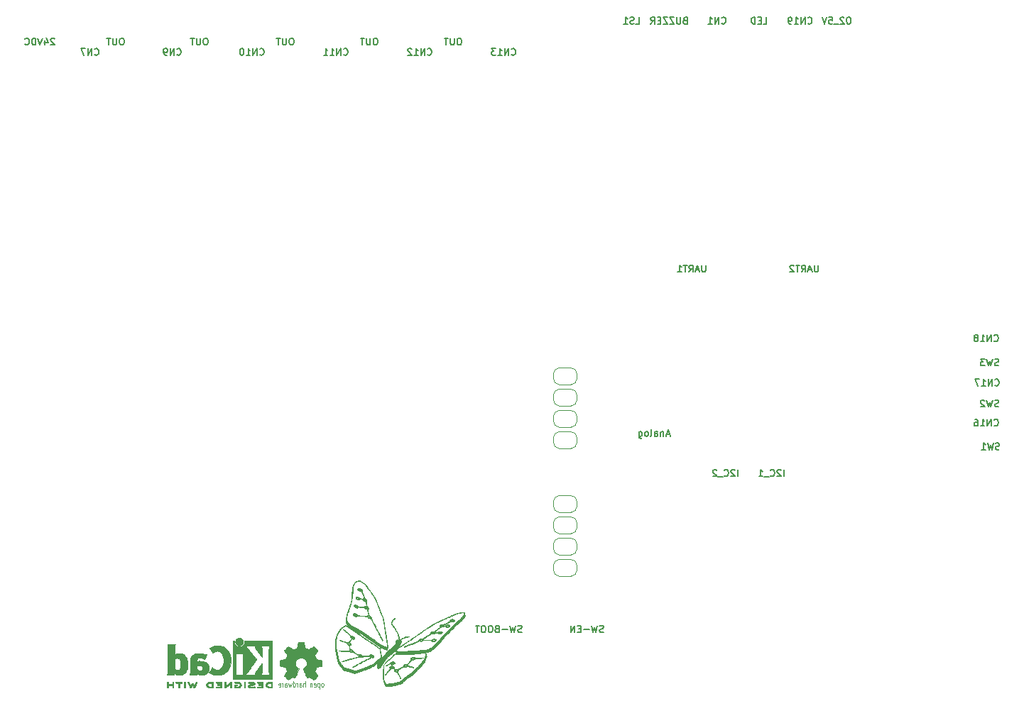
<source format=gbr>
G04 #@! TF.GenerationSoftware,KiCad,Pcbnew,5.1.9-73d0e3b20d~88~ubuntu20.04.1*
G04 #@! TF.CreationDate,2021-10-06T19:48:26+05:30*
G04 #@! TF.ProjectId,vayuO2,76617975-4f32-42e6-9b69-6361645f7063,rev 1*
G04 #@! TF.SameCoordinates,Original*
G04 #@! TF.FileFunction,Legend,Bot*
G04 #@! TF.FilePolarity,Positive*
%FSLAX46Y46*%
G04 Gerber Fmt 4.6, Leading zero omitted, Abs format (unit mm)*
G04 Created by KiCad (PCBNEW 5.1.9-73d0e3b20d~88~ubuntu20.04.1) date 2021-10-06 19:48:26*
%MOMM*%
%LPD*%
G01*
G04 APERTURE LIST*
%ADD10C,0.120000*%
%ADD11C,0.002540*%
%ADD12C,0.075000*%
%ADD13C,0.010000*%
%ADD14C,0.150000*%
%ADD15O,2.000000X1.000000*%
%ADD16O,1.000000X2.000000*%
%ADD17C,0.900000*%
%ADD18C,1.524000*%
%ADD19R,1.700000X1.700000*%
%ADD20O,1.700000X1.700000*%
%ADD21C,3.302000*%
%ADD22O,1.950000X1.700000*%
%ADD23C,1.800000*%
%ADD24C,4.572000*%
%ADD25O,2.200000X1.100000*%
%ADD26C,0.600000*%
%ADD27O,1.700000X2.000000*%
%ADD28C,6.400000*%
%ADD29C,0.800000*%
%ADD30C,0.127000*%
%ADD31O,3.900000X2.600000*%
%ADD32C,2.600000*%
%ADD33O,4.800000X2.600000*%
%ADD34O,2.000000X1.700000*%
%ADD35O,1.700000X1.950000*%
G04 APERTURE END LIST*
D10*
X127300000Y-98220000D02*
X127300000Y-97620000D01*
X125200000Y-98920000D02*
X126600000Y-98920000D01*
X124500000Y-97620000D02*
X124500000Y-98220000D01*
X126600000Y-96920000D02*
X125200000Y-96920000D01*
X127300000Y-97620000D02*
G75*
G03*
X126600000Y-96920000I-700000J0D01*
G01*
X126600000Y-98920000D02*
G75*
G03*
X127300000Y-98220000I0J700000D01*
G01*
X124500000Y-98220000D02*
G75*
G03*
X125200000Y-98920000I700000J0D01*
G01*
X125200000Y-96920000D02*
G75*
G03*
X124500000Y-97620000I0J-700000D01*
G01*
X127300000Y-100760000D02*
X127300000Y-100160000D01*
X125200000Y-101460000D02*
X126600000Y-101460000D01*
X124500000Y-100160000D02*
X124500000Y-100760000D01*
X126600000Y-99460000D02*
X125200000Y-99460000D01*
X127300000Y-100160000D02*
G75*
G03*
X126600000Y-99460000I-700000J0D01*
G01*
X126600000Y-101460000D02*
G75*
G03*
X127300000Y-100760000I0J700000D01*
G01*
X124500000Y-100760000D02*
G75*
G03*
X125200000Y-101460000I700000J0D01*
G01*
X125200000Y-99460000D02*
G75*
G03*
X124500000Y-100160000I0J-700000D01*
G01*
X127300000Y-103300000D02*
X127300000Y-102700000D01*
X125200000Y-104000000D02*
X126600000Y-104000000D01*
X124500000Y-102700000D02*
X124500000Y-103300000D01*
X126600000Y-102000000D02*
X125200000Y-102000000D01*
X127300000Y-102700000D02*
G75*
G03*
X126600000Y-102000000I-700000J0D01*
G01*
X126600000Y-104000000D02*
G75*
G03*
X127300000Y-103300000I0J700000D01*
G01*
X124500000Y-103300000D02*
G75*
G03*
X125200000Y-104000000I700000J0D01*
G01*
X125200000Y-102000000D02*
G75*
G03*
X124500000Y-102700000I0J-700000D01*
G01*
X127300000Y-105840000D02*
X127300000Y-105240000D01*
X125200000Y-106540000D02*
X126600000Y-106540000D01*
X124500000Y-105240000D02*
X124500000Y-105840000D01*
X126600000Y-104540000D02*
X125200000Y-104540000D01*
X127300000Y-105240000D02*
G75*
G03*
X126600000Y-104540000I-700000J0D01*
G01*
X126600000Y-106540000D02*
G75*
G03*
X127300000Y-105840000I0J700000D01*
G01*
X124500000Y-105840000D02*
G75*
G03*
X125200000Y-106540000I700000J0D01*
G01*
X125200000Y-104540000D02*
G75*
G03*
X124500000Y-105240000I0J-700000D01*
G01*
X127300000Y-113460000D02*
X127300000Y-112860000D01*
X125200000Y-114160000D02*
X126600000Y-114160000D01*
X124500000Y-112860000D02*
X124500000Y-113460000D01*
X126600000Y-112160000D02*
X125200000Y-112160000D01*
X127300000Y-112860000D02*
G75*
G03*
X126600000Y-112160000I-700000J0D01*
G01*
X126600000Y-114160000D02*
G75*
G03*
X127300000Y-113460000I0J700000D01*
G01*
X124500000Y-113460000D02*
G75*
G03*
X125200000Y-114160000I700000J0D01*
G01*
X125200000Y-112160000D02*
G75*
G03*
X124500000Y-112860000I0J-700000D01*
G01*
X127300001Y-116000000D02*
X127300001Y-115400000D01*
X125200001Y-116700000D02*
X126600001Y-116700000D01*
X124500001Y-115400000D02*
X124500001Y-116000000D01*
X126600001Y-114700000D02*
X125200001Y-114700000D01*
X127300001Y-115400000D02*
G75*
G03*
X126600001Y-114700000I-700000J0D01*
G01*
X126600001Y-116700000D02*
G75*
G03*
X127300001Y-116000000I0J700000D01*
G01*
X124500001Y-116000000D02*
G75*
G03*
X125200001Y-116700000I700000J0D01*
G01*
X125200001Y-114700000D02*
G75*
G03*
X124500001Y-115400000I0J-700000D01*
G01*
X127300000Y-118540000D02*
X127300000Y-117940000D01*
X125200000Y-119240000D02*
X126600000Y-119240000D01*
X124500000Y-117940000D02*
X124500000Y-118540000D01*
X126600000Y-117240000D02*
X125200000Y-117240000D01*
X127300000Y-117940000D02*
G75*
G03*
X126600000Y-117240000I-700000J0D01*
G01*
X126600000Y-119240000D02*
G75*
G03*
X127300000Y-118540000I0J700000D01*
G01*
X124500000Y-118540000D02*
G75*
G03*
X125200000Y-119240000I700000J0D01*
G01*
X125200000Y-117240000D02*
G75*
G03*
X124500000Y-117940000I0J-700000D01*
G01*
X127300000Y-121080000D02*
X127300000Y-120480000D01*
X125200000Y-121780000D02*
X126600000Y-121780000D01*
X124500000Y-120480000D02*
X124500000Y-121080000D01*
X126600000Y-119780000D02*
X125200000Y-119780000D01*
X127300000Y-120480000D02*
G75*
G03*
X126600000Y-119780000I-700000J0D01*
G01*
X126600000Y-121780000D02*
G75*
G03*
X127300000Y-121080000I0J700000D01*
G01*
X124500000Y-121080000D02*
G75*
G03*
X125200000Y-121780000I700000J0D01*
G01*
X125200000Y-119780000D02*
G75*
G03*
X124500000Y-120480000I0J-700000D01*
G01*
D11*
G36*
X95913840Y-134145360D02*
G01*
X95888440Y-134130120D01*
X95830020Y-134094560D01*
X95746200Y-134038680D01*
X95647140Y-133972640D01*
X95548080Y-133906600D01*
X95466800Y-133853260D01*
X95410920Y-133815160D01*
X95385520Y-133802460D01*
X95372820Y-133807540D01*
X95327100Y-133830400D01*
X95258520Y-133865960D01*
X95217880Y-133886280D01*
X95156920Y-133911680D01*
X95123900Y-133919300D01*
X95118820Y-133909140D01*
X95095960Y-133860880D01*
X95060400Y-133779600D01*
X95014680Y-133670380D01*
X94958800Y-133543380D01*
X94902920Y-133408760D01*
X94844500Y-133269060D01*
X94788620Y-133134440D01*
X94740360Y-133015060D01*
X94699720Y-132918540D01*
X94674320Y-132849960D01*
X94664160Y-132822020D01*
X94666700Y-132814400D01*
X94699720Y-132783920D01*
X94753060Y-132743280D01*
X94872440Y-132646760D01*
X94989280Y-132501980D01*
X95060400Y-132336880D01*
X95083260Y-132151460D01*
X95062940Y-131981280D01*
X94996900Y-131818720D01*
X94882600Y-131671400D01*
X94742900Y-131562180D01*
X94580340Y-131493600D01*
X94400000Y-131470740D01*
X94227280Y-131491060D01*
X94059640Y-131557100D01*
X93912320Y-131668860D01*
X93848820Y-131739980D01*
X93762460Y-131889840D01*
X93714200Y-132047320D01*
X93709120Y-132087960D01*
X93716740Y-132263220D01*
X93767540Y-132433400D01*
X93861520Y-132583260D01*
X93991060Y-132707720D01*
X94006300Y-132717880D01*
X94064720Y-132763600D01*
X94105360Y-132794080D01*
X94135840Y-132819480D01*
X93912320Y-133357960D01*
X93876760Y-133441780D01*
X93815800Y-133589100D01*
X93762460Y-133716100D01*
X93719280Y-133817700D01*
X93688800Y-133883740D01*
X93676100Y-133911680D01*
X93676100Y-133914220D01*
X93655780Y-133916760D01*
X93615140Y-133901520D01*
X93538940Y-133865960D01*
X93490680Y-133840560D01*
X93432260Y-133812620D01*
X93406860Y-133802460D01*
X93384000Y-133815160D01*
X93330660Y-133850720D01*
X93249380Y-133904060D01*
X93152860Y-133967560D01*
X93061420Y-134031060D01*
X92977600Y-134086940D01*
X92916640Y-134125040D01*
X92886160Y-134142820D01*
X92881080Y-134142820D01*
X92855680Y-134127580D01*
X92807420Y-134086940D01*
X92733760Y-134018360D01*
X92629620Y-133914220D01*
X92614380Y-133898980D01*
X92528020Y-133812620D01*
X92459440Y-133738960D01*
X92413720Y-133688160D01*
X92395940Y-133665300D01*
X92411180Y-133634820D01*
X92449280Y-133573860D01*
X92505160Y-133487500D01*
X92573740Y-133388440D01*
X92751540Y-133129360D01*
X92655020Y-132885520D01*
X92624540Y-132809320D01*
X92586440Y-132720420D01*
X92558500Y-132654380D01*
X92543260Y-132626440D01*
X92517860Y-132616280D01*
X92449280Y-132601040D01*
X92352760Y-132580720D01*
X92238460Y-132560400D01*
X92126700Y-132540080D01*
X92027640Y-132519760D01*
X91956520Y-132507060D01*
X91923500Y-132499440D01*
X91915880Y-132494360D01*
X91908260Y-132479120D01*
X91905720Y-132446100D01*
X91903180Y-132385140D01*
X91900640Y-132291160D01*
X91900640Y-132151460D01*
X91900640Y-132136220D01*
X91903180Y-132006680D01*
X91905720Y-131900000D01*
X91908260Y-131833960D01*
X91913340Y-131806020D01*
X91943820Y-131798400D01*
X92014940Y-131783160D01*
X92114000Y-131765380D01*
X92233380Y-131742520D01*
X92241000Y-131739980D01*
X92357840Y-131717120D01*
X92456900Y-131696800D01*
X92528020Y-131681560D01*
X92555960Y-131671400D01*
X92563580Y-131663780D01*
X92586440Y-131618060D01*
X92619460Y-131544400D01*
X92660100Y-131455500D01*
X92698200Y-131361520D01*
X92731220Y-131277700D01*
X92754080Y-131216740D01*
X92761700Y-131188800D01*
X92759160Y-131186260D01*
X92741380Y-131158320D01*
X92700740Y-131097360D01*
X92644860Y-131013540D01*
X92576280Y-130911940D01*
X92571200Y-130904320D01*
X92502620Y-130805260D01*
X92446740Y-130718900D01*
X92411180Y-130660480D01*
X92395940Y-130632540D01*
X92395940Y-130630000D01*
X92418800Y-130599520D01*
X92469600Y-130543640D01*
X92543260Y-130467440D01*
X92629620Y-130378540D01*
X92657560Y-130353140D01*
X92756620Y-130256620D01*
X92822660Y-130195660D01*
X92865840Y-130162640D01*
X92886160Y-130155020D01*
X92916640Y-130172800D01*
X92980140Y-130213440D01*
X93063960Y-130271860D01*
X93165560Y-130340440D01*
X93173180Y-130345520D01*
X93272240Y-130414100D01*
X93356060Y-130469980D01*
X93414480Y-130510620D01*
X93442420Y-130525860D01*
X93444960Y-130525860D01*
X93485600Y-130513160D01*
X93556720Y-130487760D01*
X93645620Y-130454740D01*
X93737060Y-130416640D01*
X93820880Y-130381080D01*
X93884380Y-130353140D01*
X93914860Y-130335360D01*
X93925020Y-130299800D01*
X93942800Y-130223600D01*
X93963120Y-130122000D01*
X93988520Y-130000080D01*
X93991060Y-129979760D01*
X94013920Y-129860380D01*
X94031700Y-129761320D01*
X94046940Y-129692740D01*
X94054560Y-129664800D01*
X94069800Y-129662260D01*
X94128220Y-129657180D01*
X94217120Y-129654640D01*
X94326340Y-129654640D01*
X94438100Y-129654640D01*
X94547320Y-129657180D01*
X94641300Y-129659720D01*
X94709880Y-129664800D01*
X94737820Y-129669880D01*
X94737820Y-129672420D01*
X94747980Y-129710520D01*
X94765760Y-129784180D01*
X94786080Y-129888320D01*
X94808940Y-130010240D01*
X94814020Y-130033100D01*
X94836880Y-130149940D01*
X94857200Y-130249000D01*
X94869900Y-130315040D01*
X94877520Y-130342980D01*
X94890220Y-130348060D01*
X94938480Y-130368380D01*
X95017220Y-130401400D01*
X95116280Y-130442040D01*
X95344880Y-130533480D01*
X95626820Y-130342980D01*
X95652220Y-130325200D01*
X95753820Y-130256620D01*
X95835100Y-130200740D01*
X95893520Y-130162640D01*
X95916380Y-130149940D01*
X95918920Y-130149940D01*
X95946860Y-130175340D01*
X96002740Y-130228680D01*
X96078940Y-130302340D01*
X96167840Y-130388700D01*
X96231340Y-130454740D01*
X96310080Y-130533480D01*
X96358340Y-130586820D01*
X96386280Y-130619840D01*
X96393900Y-130640160D01*
X96391360Y-130655400D01*
X96373580Y-130683340D01*
X96332940Y-130744300D01*
X96274520Y-130830660D01*
X96205940Y-130929720D01*
X96150060Y-131013540D01*
X96089100Y-131107520D01*
X96051000Y-131173560D01*
X96035760Y-131206580D01*
X96040840Y-131219280D01*
X96058620Y-131275160D01*
X96094180Y-131358980D01*
X96134820Y-131458040D01*
X96233880Y-131679020D01*
X96378660Y-131706960D01*
X96467560Y-131724740D01*
X96589480Y-131747600D01*
X96708860Y-131770460D01*
X96891740Y-131806020D01*
X96899360Y-132481660D01*
X96871420Y-132494360D01*
X96843480Y-132501980D01*
X96774900Y-132517220D01*
X96678380Y-132537540D01*
X96561540Y-132557860D01*
X96465020Y-132575640D01*
X96365960Y-132595960D01*
X96294840Y-132608660D01*
X96264360Y-132616280D01*
X96254200Y-132626440D01*
X96231340Y-132674700D01*
X96195780Y-132750900D01*
X96155140Y-132842340D01*
X96117040Y-132936320D01*
X96081480Y-133025220D01*
X96058620Y-133091260D01*
X96048460Y-133124280D01*
X96061160Y-133152220D01*
X96099260Y-133210640D01*
X96152600Y-133291920D01*
X96221180Y-133390980D01*
X96287220Y-133487500D01*
X96345640Y-133571320D01*
X96383740Y-133632280D01*
X96401520Y-133660220D01*
X96391360Y-133678000D01*
X96353260Y-133726260D01*
X96279600Y-133802460D01*
X96167840Y-133911680D01*
X96150060Y-133929460D01*
X96063700Y-134013280D01*
X95990040Y-134081860D01*
X95936700Y-134127580D01*
X95913840Y-134145360D01*
G37*
X95913840Y-134145360D02*
X95888440Y-134130120D01*
X95830020Y-134094560D01*
X95746200Y-134038680D01*
X95647140Y-133972640D01*
X95548080Y-133906600D01*
X95466800Y-133853260D01*
X95410920Y-133815160D01*
X95385520Y-133802460D01*
X95372820Y-133807540D01*
X95327100Y-133830400D01*
X95258520Y-133865960D01*
X95217880Y-133886280D01*
X95156920Y-133911680D01*
X95123900Y-133919300D01*
X95118820Y-133909140D01*
X95095960Y-133860880D01*
X95060400Y-133779600D01*
X95014680Y-133670380D01*
X94958800Y-133543380D01*
X94902920Y-133408760D01*
X94844500Y-133269060D01*
X94788620Y-133134440D01*
X94740360Y-133015060D01*
X94699720Y-132918540D01*
X94674320Y-132849960D01*
X94664160Y-132822020D01*
X94666700Y-132814400D01*
X94699720Y-132783920D01*
X94753060Y-132743280D01*
X94872440Y-132646760D01*
X94989280Y-132501980D01*
X95060400Y-132336880D01*
X95083260Y-132151460D01*
X95062940Y-131981280D01*
X94996900Y-131818720D01*
X94882600Y-131671400D01*
X94742900Y-131562180D01*
X94580340Y-131493600D01*
X94400000Y-131470740D01*
X94227280Y-131491060D01*
X94059640Y-131557100D01*
X93912320Y-131668860D01*
X93848820Y-131739980D01*
X93762460Y-131889840D01*
X93714200Y-132047320D01*
X93709120Y-132087960D01*
X93716740Y-132263220D01*
X93767540Y-132433400D01*
X93861520Y-132583260D01*
X93991060Y-132707720D01*
X94006300Y-132717880D01*
X94064720Y-132763600D01*
X94105360Y-132794080D01*
X94135840Y-132819480D01*
X93912320Y-133357960D01*
X93876760Y-133441780D01*
X93815800Y-133589100D01*
X93762460Y-133716100D01*
X93719280Y-133817700D01*
X93688800Y-133883740D01*
X93676100Y-133911680D01*
X93676100Y-133914220D01*
X93655780Y-133916760D01*
X93615140Y-133901520D01*
X93538940Y-133865960D01*
X93490680Y-133840560D01*
X93432260Y-133812620D01*
X93406860Y-133802460D01*
X93384000Y-133815160D01*
X93330660Y-133850720D01*
X93249380Y-133904060D01*
X93152860Y-133967560D01*
X93061420Y-134031060D01*
X92977600Y-134086940D01*
X92916640Y-134125040D01*
X92886160Y-134142820D01*
X92881080Y-134142820D01*
X92855680Y-134127580D01*
X92807420Y-134086940D01*
X92733760Y-134018360D01*
X92629620Y-133914220D01*
X92614380Y-133898980D01*
X92528020Y-133812620D01*
X92459440Y-133738960D01*
X92413720Y-133688160D01*
X92395940Y-133665300D01*
X92411180Y-133634820D01*
X92449280Y-133573860D01*
X92505160Y-133487500D01*
X92573740Y-133388440D01*
X92751540Y-133129360D01*
X92655020Y-132885520D01*
X92624540Y-132809320D01*
X92586440Y-132720420D01*
X92558500Y-132654380D01*
X92543260Y-132626440D01*
X92517860Y-132616280D01*
X92449280Y-132601040D01*
X92352760Y-132580720D01*
X92238460Y-132560400D01*
X92126700Y-132540080D01*
X92027640Y-132519760D01*
X91956520Y-132507060D01*
X91923500Y-132499440D01*
X91915880Y-132494360D01*
X91908260Y-132479120D01*
X91905720Y-132446100D01*
X91903180Y-132385140D01*
X91900640Y-132291160D01*
X91900640Y-132151460D01*
X91900640Y-132136220D01*
X91903180Y-132006680D01*
X91905720Y-131900000D01*
X91908260Y-131833960D01*
X91913340Y-131806020D01*
X91943820Y-131798400D01*
X92014940Y-131783160D01*
X92114000Y-131765380D01*
X92233380Y-131742520D01*
X92241000Y-131739980D01*
X92357840Y-131717120D01*
X92456900Y-131696800D01*
X92528020Y-131681560D01*
X92555960Y-131671400D01*
X92563580Y-131663780D01*
X92586440Y-131618060D01*
X92619460Y-131544400D01*
X92660100Y-131455500D01*
X92698200Y-131361520D01*
X92731220Y-131277700D01*
X92754080Y-131216740D01*
X92761700Y-131188800D01*
X92759160Y-131186260D01*
X92741380Y-131158320D01*
X92700740Y-131097360D01*
X92644860Y-131013540D01*
X92576280Y-130911940D01*
X92571200Y-130904320D01*
X92502620Y-130805260D01*
X92446740Y-130718900D01*
X92411180Y-130660480D01*
X92395940Y-130632540D01*
X92395940Y-130630000D01*
X92418800Y-130599520D01*
X92469600Y-130543640D01*
X92543260Y-130467440D01*
X92629620Y-130378540D01*
X92657560Y-130353140D01*
X92756620Y-130256620D01*
X92822660Y-130195660D01*
X92865840Y-130162640D01*
X92886160Y-130155020D01*
X92916640Y-130172800D01*
X92980140Y-130213440D01*
X93063960Y-130271860D01*
X93165560Y-130340440D01*
X93173180Y-130345520D01*
X93272240Y-130414100D01*
X93356060Y-130469980D01*
X93414480Y-130510620D01*
X93442420Y-130525860D01*
X93444960Y-130525860D01*
X93485600Y-130513160D01*
X93556720Y-130487760D01*
X93645620Y-130454740D01*
X93737060Y-130416640D01*
X93820880Y-130381080D01*
X93884380Y-130353140D01*
X93914860Y-130335360D01*
X93925020Y-130299800D01*
X93942800Y-130223600D01*
X93963120Y-130122000D01*
X93988520Y-130000080D01*
X93991060Y-129979760D01*
X94013920Y-129860380D01*
X94031700Y-129761320D01*
X94046940Y-129692740D01*
X94054560Y-129664800D01*
X94069800Y-129662260D01*
X94128220Y-129657180D01*
X94217120Y-129654640D01*
X94326340Y-129654640D01*
X94438100Y-129654640D01*
X94547320Y-129657180D01*
X94641300Y-129659720D01*
X94709880Y-129664800D01*
X94737820Y-129669880D01*
X94737820Y-129672420D01*
X94747980Y-129710520D01*
X94765760Y-129784180D01*
X94786080Y-129888320D01*
X94808940Y-130010240D01*
X94814020Y-130033100D01*
X94836880Y-130149940D01*
X94857200Y-130249000D01*
X94869900Y-130315040D01*
X94877520Y-130342980D01*
X94890220Y-130348060D01*
X94938480Y-130368380D01*
X95017220Y-130401400D01*
X95116280Y-130442040D01*
X95344880Y-130533480D01*
X95626820Y-130342980D01*
X95652220Y-130325200D01*
X95753820Y-130256620D01*
X95835100Y-130200740D01*
X95893520Y-130162640D01*
X95916380Y-130149940D01*
X95918920Y-130149940D01*
X95946860Y-130175340D01*
X96002740Y-130228680D01*
X96078940Y-130302340D01*
X96167840Y-130388700D01*
X96231340Y-130454740D01*
X96310080Y-130533480D01*
X96358340Y-130586820D01*
X96386280Y-130619840D01*
X96393900Y-130640160D01*
X96391360Y-130655400D01*
X96373580Y-130683340D01*
X96332940Y-130744300D01*
X96274520Y-130830660D01*
X96205940Y-130929720D01*
X96150060Y-131013540D01*
X96089100Y-131107520D01*
X96051000Y-131173560D01*
X96035760Y-131206580D01*
X96040840Y-131219280D01*
X96058620Y-131275160D01*
X96094180Y-131358980D01*
X96134820Y-131458040D01*
X96233880Y-131679020D01*
X96378660Y-131706960D01*
X96467560Y-131724740D01*
X96589480Y-131747600D01*
X96708860Y-131770460D01*
X96891740Y-131806020D01*
X96899360Y-132481660D01*
X96871420Y-132494360D01*
X96843480Y-132501980D01*
X96774900Y-132517220D01*
X96678380Y-132537540D01*
X96561540Y-132557860D01*
X96465020Y-132575640D01*
X96365960Y-132595960D01*
X96294840Y-132608660D01*
X96264360Y-132616280D01*
X96254200Y-132626440D01*
X96231340Y-132674700D01*
X96195780Y-132750900D01*
X96155140Y-132842340D01*
X96117040Y-132936320D01*
X96081480Y-133025220D01*
X96058620Y-133091260D01*
X96048460Y-133124280D01*
X96061160Y-133152220D01*
X96099260Y-133210640D01*
X96152600Y-133291920D01*
X96221180Y-133390980D01*
X96287220Y-133487500D01*
X96345640Y-133571320D01*
X96383740Y-133632280D01*
X96401520Y-133660220D01*
X96391360Y-133678000D01*
X96353260Y-133726260D01*
X96279600Y-133802460D01*
X96167840Y-133911680D01*
X96150060Y-133929460D01*
X96063700Y-134013280D01*
X95990040Y-134081860D01*
X95936700Y-134127580D01*
X95913840Y-134145360D01*
D12*
X97040000Y-134940000D02*
X96990000Y-134980000D01*
X97060000Y-134910000D02*
X97040000Y-134940000D01*
X97080000Y-134850000D02*
X97060000Y-134910000D01*
X97080000Y-134650000D02*
X97080000Y-134850000D01*
X96860000Y-134560000D02*
X96910000Y-134520000D01*
X96840000Y-134590000D02*
X96860000Y-134560000D01*
X96820000Y-134650000D02*
X96840000Y-134590000D01*
X96820000Y-134850000D02*
X96820000Y-134650000D01*
X96840000Y-134920000D02*
X96820000Y-134850000D01*
X96860000Y-134950000D02*
X96840000Y-134920000D01*
X96910000Y-134980000D02*
X96860000Y-134950000D01*
X96990000Y-134980000D02*
X96910000Y-134980000D01*
X97050000Y-134580000D02*
X97080000Y-134650000D01*
X97030000Y-134550000D02*
X97050000Y-134580000D01*
X96990000Y-134520000D02*
X97030000Y-134550000D01*
X96910000Y-134520000D02*
X96990000Y-134520000D01*
X96600000Y-135220000D02*
X96600000Y-134520000D01*
X96550000Y-134980000D02*
X96600000Y-134950000D01*
X96450000Y-134980000D02*
X96550000Y-134980000D01*
X96410000Y-134950000D02*
X96450000Y-134980000D01*
X96390000Y-134920000D02*
X96410000Y-134950000D01*
X96370000Y-134860000D02*
X96390000Y-134920000D01*
X96370000Y-134640000D02*
X96370000Y-134860000D01*
X96390000Y-134580000D02*
X96370000Y-134640000D01*
X96420000Y-134550000D02*
X96390000Y-134580000D01*
X96460000Y-134520000D02*
X96420000Y-134550000D01*
X96560000Y-134520000D02*
X96460000Y-134520000D01*
X96600000Y-134550000D02*
X96560000Y-134520000D01*
X96010000Y-134980000D02*
X95960000Y-134950000D01*
X96110000Y-134980000D02*
X96010000Y-134980000D01*
X96150000Y-134950000D02*
X96110000Y-134980000D01*
X96170000Y-134880000D02*
X96150000Y-134950000D01*
X96170000Y-134610000D02*
X96170000Y-134880000D01*
X96140000Y-134550000D02*
X96170000Y-134610000D01*
X96100000Y-134520000D02*
X96140000Y-134550000D01*
X96000000Y-134520000D02*
X96100000Y-134520000D01*
X95960000Y-134560000D02*
X96000000Y-134520000D01*
X95940000Y-134630000D02*
X95960000Y-134560000D01*
X95940000Y-134750000D02*
X95940000Y-134630000D01*
X95720000Y-134520000D02*
X95720000Y-134980000D01*
X95510000Y-134610000D02*
X95510000Y-134980000D01*
X95530000Y-134550000D02*
X95510000Y-134610000D01*
X95570000Y-134520000D02*
X95530000Y-134550000D01*
X95660000Y-134520000D02*
X95570000Y-134520000D01*
X95700000Y-134550000D02*
X95660000Y-134520000D01*
X95720000Y-134580000D02*
X95700000Y-134550000D01*
X95940000Y-134750000D02*
X96170000Y-134750000D01*
X94890000Y-134280000D02*
X94890000Y-134980000D01*
X94680000Y-134610000D02*
X94680000Y-134980000D01*
X94700000Y-134550000D02*
X94680000Y-134610000D01*
X94740000Y-134520000D02*
X94700000Y-134550000D01*
X94820000Y-134520000D02*
X94740000Y-134520000D01*
X94870000Y-134550000D02*
X94820000Y-134520000D01*
X94890000Y-134590000D02*
X94870000Y-134550000D01*
X94220000Y-134610000D02*
X94220000Y-134980000D01*
X94250000Y-134550000D02*
X94220000Y-134610000D01*
X94290000Y-134520000D02*
X94250000Y-134550000D01*
X94390000Y-134520000D02*
X94290000Y-134520000D01*
X94440000Y-134550000D02*
X94390000Y-134520000D01*
X94380000Y-134710000D02*
X94430000Y-134740000D01*
X94260000Y-134710000D02*
X94380000Y-134710000D01*
X94220000Y-134680000D02*
X94260000Y-134710000D01*
X94270000Y-134980000D02*
X94220000Y-134940000D01*
X94390000Y-134980000D02*
X94270000Y-134980000D01*
X94440000Y-134940000D02*
X94390000Y-134980000D01*
X94460000Y-134880000D02*
X94440000Y-134940000D01*
X94460000Y-134810000D02*
X94460000Y-134880000D01*
X94430000Y-134740000D02*
X94460000Y-134810000D01*
X93980000Y-134520000D02*
X93980000Y-134980000D01*
X93890000Y-134520000D02*
X93840000Y-134520000D01*
X93940000Y-134550000D02*
X93890000Y-134520000D01*
X93960000Y-134570000D02*
X93940000Y-134550000D01*
X93980000Y-134640000D02*
X93960000Y-134570000D01*
X93460000Y-134280000D02*
X93460000Y-134980000D01*
X93520000Y-134510000D02*
X93460000Y-134550000D01*
X93590000Y-134510000D02*
X93520000Y-134510000D01*
X93650000Y-134550000D02*
X93590000Y-134510000D01*
X93670000Y-134580000D02*
X93650000Y-134550000D01*
X93700000Y-134650000D02*
X93670000Y-134580000D01*
X93700000Y-134850000D02*
X93700000Y-134650000D01*
X93670000Y-134920000D02*
X93700000Y-134850000D01*
X93650000Y-134950000D02*
X93670000Y-134920000D01*
X93610000Y-134980000D02*
X93650000Y-134950000D01*
X93500000Y-134980000D02*
X93610000Y-134980000D01*
X93460000Y-134950000D02*
X93500000Y-134980000D01*
X92980000Y-134980000D02*
X92880000Y-134520000D01*
X93080000Y-134640000D02*
X92980000Y-134980000D01*
X93170000Y-134980000D02*
X93080000Y-134640000D01*
X93270000Y-134520000D02*
X93170000Y-134980000D01*
X92690000Y-134740000D02*
X92720000Y-134810000D01*
X92720000Y-134810000D02*
X92720000Y-134880000D01*
X92720000Y-134880000D02*
X92700000Y-134940000D01*
X92700000Y-134940000D02*
X92650000Y-134980000D01*
X92650000Y-134980000D02*
X92530000Y-134980000D01*
X92530000Y-134980000D02*
X92480000Y-134940000D01*
X92480000Y-134680000D02*
X92520000Y-134710000D01*
X92520000Y-134710000D02*
X92640000Y-134710000D01*
X92640000Y-134710000D02*
X92690000Y-134740000D01*
X92700000Y-134550000D02*
X92650000Y-134520000D01*
X92650000Y-134520000D02*
X92550000Y-134520000D01*
X92550000Y-134520000D02*
X92510000Y-134550000D01*
X92510000Y-134550000D02*
X92480000Y-134610000D01*
X92480000Y-134610000D02*
X92480000Y-134980000D01*
X91730000Y-134750000D02*
X91960000Y-134750000D01*
X91730000Y-134750000D02*
X91730000Y-134630000D01*
X91730000Y-134630000D02*
X91750000Y-134560000D01*
X91750000Y-134560000D02*
X91790000Y-134520000D01*
X91790000Y-134520000D02*
X91890000Y-134520000D01*
X91890000Y-134520000D02*
X91930000Y-134550000D01*
X91930000Y-134550000D02*
X91960000Y-134610000D01*
X91960000Y-134610000D02*
X91960000Y-134880000D01*
X91960000Y-134880000D02*
X91940000Y-134950000D01*
X91940000Y-134950000D02*
X91900000Y-134980000D01*
X91900000Y-134980000D02*
X91800000Y-134980000D01*
X91800000Y-134980000D02*
X91750000Y-134950000D01*
X92240000Y-134640000D02*
X92220000Y-134570000D01*
X92220000Y-134570000D02*
X92200000Y-134550000D01*
X92200000Y-134550000D02*
X92150000Y-134520000D01*
X92150000Y-134520000D02*
X92100000Y-134520000D01*
X92240000Y-134520000D02*
X92240000Y-134980000D01*
D13*
G36*
X90821371Y-134369066D02*
G01*
X90781889Y-134369467D01*
X90666200Y-134372259D01*
X90569311Y-134380550D01*
X90487919Y-134395232D01*
X90418723Y-134417193D01*
X90358420Y-134447322D01*
X90303708Y-134486510D01*
X90284167Y-134503532D01*
X90251750Y-134543363D01*
X90222520Y-134597413D01*
X90199991Y-134657323D01*
X90187679Y-134714739D01*
X90186400Y-134735956D01*
X90194417Y-134794769D01*
X90215899Y-134859013D01*
X90246999Y-134919821D01*
X90283866Y-134968330D01*
X90289854Y-134974182D01*
X90340579Y-135015321D01*
X90396125Y-135047435D01*
X90459696Y-135071365D01*
X90534494Y-135087953D01*
X90623722Y-135098041D01*
X90730582Y-135102469D01*
X90779528Y-135102845D01*
X90841762Y-135102545D01*
X90885528Y-135101292D01*
X90914931Y-135098554D01*
X90934079Y-135093801D01*
X90947077Y-135086501D01*
X90954045Y-135080267D01*
X90960626Y-135072694D01*
X90965788Y-135062924D01*
X90969703Y-135048340D01*
X90972543Y-135026326D01*
X90974480Y-134994264D01*
X90975684Y-134949536D01*
X90976328Y-134889526D01*
X90976583Y-134811617D01*
X90976622Y-134735956D01*
X90976870Y-134635041D01*
X90976817Y-134554427D01*
X90975857Y-134515822D01*
X90829867Y-134515822D01*
X90829867Y-134956089D01*
X90736734Y-134956004D01*
X90680693Y-134954396D01*
X90621999Y-134950256D01*
X90573028Y-134944464D01*
X90571538Y-134944226D01*
X90492392Y-134925090D01*
X90431002Y-134895287D01*
X90384305Y-134852878D01*
X90354635Y-134806961D01*
X90336353Y-134756026D01*
X90337771Y-134708200D01*
X90358988Y-134656933D01*
X90400489Y-134603899D01*
X90457998Y-134564600D01*
X90532750Y-134538331D01*
X90582708Y-134529035D01*
X90639416Y-134522507D01*
X90699519Y-134517782D01*
X90750639Y-134515817D01*
X90753667Y-134515808D01*
X90829867Y-134515822D01*
X90975857Y-134515822D01*
X90975260Y-134491851D01*
X90970998Y-134445055D01*
X90962830Y-134411778D01*
X90949556Y-134389759D01*
X90929974Y-134376739D01*
X90902883Y-134370457D01*
X90867082Y-134368653D01*
X90821371Y-134369066D01*
G37*
X90821371Y-134369066D02*
X90781889Y-134369467D01*
X90666200Y-134372259D01*
X90569311Y-134380550D01*
X90487919Y-134395232D01*
X90418723Y-134417193D01*
X90358420Y-134447322D01*
X90303708Y-134486510D01*
X90284167Y-134503532D01*
X90251750Y-134543363D01*
X90222520Y-134597413D01*
X90199991Y-134657323D01*
X90187679Y-134714739D01*
X90186400Y-134735956D01*
X90194417Y-134794769D01*
X90215899Y-134859013D01*
X90246999Y-134919821D01*
X90283866Y-134968330D01*
X90289854Y-134974182D01*
X90340579Y-135015321D01*
X90396125Y-135047435D01*
X90459696Y-135071365D01*
X90534494Y-135087953D01*
X90623722Y-135098041D01*
X90730582Y-135102469D01*
X90779528Y-135102845D01*
X90841762Y-135102545D01*
X90885528Y-135101292D01*
X90914931Y-135098554D01*
X90934079Y-135093801D01*
X90947077Y-135086501D01*
X90954045Y-135080267D01*
X90960626Y-135072694D01*
X90965788Y-135062924D01*
X90969703Y-135048340D01*
X90972543Y-135026326D01*
X90974480Y-134994264D01*
X90975684Y-134949536D01*
X90976328Y-134889526D01*
X90976583Y-134811617D01*
X90976622Y-134735956D01*
X90976870Y-134635041D01*
X90976817Y-134554427D01*
X90975857Y-134515822D01*
X90829867Y-134515822D01*
X90829867Y-134956089D01*
X90736734Y-134956004D01*
X90680693Y-134954396D01*
X90621999Y-134950256D01*
X90573028Y-134944464D01*
X90571538Y-134944226D01*
X90492392Y-134925090D01*
X90431002Y-134895287D01*
X90384305Y-134852878D01*
X90354635Y-134806961D01*
X90336353Y-134756026D01*
X90337771Y-134708200D01*
X90358988Y-134656933D01*
X90400489Y-134603899D01*
X90457998Y-134564600D01*
X90532750Y-134538331D01*
X90582708Y-134529035D01*
X90639416Y-134522507D01*
X90699519Y-134517782D01*
X90750639Y-134515817D01*
X90753667Y-134515808D01*
X90829867Y-134515822D01*
X90975857Y-134515822D01*
X90975260Y-134491851D01*
X90970998Y-134445055D01*
X90962830Y-134411778D01*
X90949556Y-134389759D01*
X90929974Y-134376739D01*
X90902883Y-134370457D01*
X90867082Y-134368653D01*
X90821371Y-134369066D01*
G36*
X89412794Y-134369146D02*
G01*
X89343386Y-134369518D01*
X89290997Y-134370385D01*
X89252847Y-134371946D01*
X89226159Y-134374403D01*
X89208153Y-134377957D01*
X89196049Y-134382810D01*
X89187069Y-134389161D01*
X89183818Y-134392084D01*
X89164043Y-134423142D01*
X89160482Y-134458828D01*
X89173491Y-134490510D01*
X89179506Y-134496913D01*
X89189235Y-134503121D01*
X89204901Y-134507910D01*
X89229408Y-134511514D01*
X89265661Y-134514164D01*
X89316565Y-134516095D01*
X89385026Y-134517539D01*
X89447617Y-134518418D01*
X89695334Y-134521467D01*
X89698719Y-134586378D01*
X89702105Y-134651289D01*
X89533958Y-134651289D01*
X89460959Y-134651919D01*
X89407517Y-134654553D01*
X89370628Y-134660309D01*
X89347288Y-134670304D01*
X89334494Y-134685656D01*
X89329242Y-134707482D01*
X89328445Y-134727738D01*
X89330923Y-134752592D01*
X89340277Y-134770906D01*
X89359383Y-134783637D01*
X89391118Y-134791741D01*
X89438359Y-134796176D01*
X89503983Y-134797899D01*
X89539801Y-134798045D01*
X89700978Y-134798045D01*
X89700978Y-134956089D01*
X89452622Y-134956089D01*
X89371213Y-134956202D01*
X89309342Y-134956712D01*
X89263968Y-134957870D01*
X89232054Y-134959930D01*
X89210559Y-134963146D01*
X89196443Y-134967772D01*
X89186668Y-134974059D01*
X89181689Y-134978667D01*
X89164610Y-135005560D01*
X89159111Y-135029467D01*
X89166963Y-135058667D01*
X89181689Y-135080267D01*
X89189546Y-135087066D01*
X89199688Y-135092346D01*
X89214844Y-135096298D01*
X89237741Y-135099113D01*
X89271109Y-135100982D01*
X89317675Y-135102098D01*
X89380167Y-135102651D01*
X89461314Y-135102833D01*
X89503422Y-135102845D01*
X89593598Y-135102765D01*
X89663924Y-135102398D01*
X89717129Y-135101552D01*
X89755940Y-135100036D01*
X89783087Y-135097659D01*
X89801298Y-135094229D01*
X89813300Y-135089554D01*
X89821822Y-135083444D01*
X89825156Y-135080267D01*
X89831755Y-135072670D01*
X89836927Y-135062870D01*
X89840846Y-135048239D01*
X89843684Y-135026152D01*
X89845615Y-134993982D01*
X89846812Y-134949103D01*
X89847448Y-134888889D01*
X89847697Y-134810713D01*
X89847734Y-134737923D01*
X89847700Y-134644707D01*
X89847465Y-134571431D01*
X89846830Y-134515458D01*
X89845594Y-134474151D01*
X89843556Y-134444872D01*
X89840517Y-134424984D01*
X89836277Y-134411850D01*
X89830635Y-134402832D01*
X89823391Y-134395293D01*
X89821606Y-134393612D01*
X89812945Y-134386172D01*
X89802882Y-134380409D01*
X89788625Y-134376112D01*
X89767383Y-134373064D01*
X89736364Y-134371051D01*
X89692777Y-134369860D01*
X89633831Y-134369275D01*
X89556734Y-134369083D01*
X89502001Y-134369067D01*
X89412794Y-134369146D01*
G37*
X89412794Y-134369146D02*
X89343386Y-134369518D01*
X89290997Y-134370385D01*
X89252847Y-134371946D01*
X89226159Y-134374403D01*
X89208153Y-134377957D01*
X89196049Y-134382810D01*
X89187069Y-134389161D01*
X89183818Y-134392084D01*
X89164043Y-134423142D01*
X89160482Y-134458828D01*
X89173491Y-134490510D01*
X89179506Y-134496913D01*
X89189235Y-134503121D01*
X89204901Y-134507910D01*
X89229408Y-134511514D01*
X89265661Y-134514164D01*
X89316565Y-134516095D01*
X89385026Y-134517539D01*
X89447617Y-134518418D01*
X89695334Y-134521467D01*
X89698719Y-134586378D01*
X89702105Y-134651289D01*
X89533958Y-134651289D01*
X89460959Y-134651919D01*
X89407517Y-134654553D01*
X89370628Y-134660309D01*
X89347288Y-134670304D01*
X89334494Y-134685656D01*
X89329242Y-134707482D01*
X89328445Y-134727738D01*
X89330923Y-134752592D01*
X89340277Y-134770906D01*
X89359383Y-134783637D01*
X89391118Y-134791741D01*
X89438359Y-134796176D01*
X89503983Y-134797899D01*
X89539801Y-134798045D01*
X89700978Y-134798045D01*
X89700978Y-134956089D01*
X89452622Y-134956089D01*
X89371213Y-134956202D01*
X89309342Y-134956712D01*
X89263968Y-134957870D01*
X89232054Y-134959930D01*
X89210559Y-134963146D01*
X89196443Y-134967772D01*
X89186668Y-134974059D01*
X89181689Y-134978667D01*
X89164610Y-135005560D01*
X89159111Y-135029467D01*
X89166963Y-135058667D01*
X89181689Y-135080267D01*
X89189546Y-135087066D01*
X89199688Y-135092346D01*
X89214844Y-135096298D01*
X89237741Y-135099113D01*
X89271109Y-135100982D01*
X89317675Y-135102098D01*
X89380167Y-135102651D01*
X89461314Y-135102833D01*
X89503422Y-135102845D01*
X89593598Y-135102765D01*
X89663924Y-135102398D01*
X89717129Y-135101552D01*
X89755940Y-135100036D01*
X89783087Y-135097659D01*
X89801298Y-135094229D01*
X89813300Y-135089554D01*
X89821822Y-135083444D01*
X89825156Y-135080267D01*
X89831755Y-135072670D01*
X89836927Y-135062870D01*
X89840846Y-135048239D01*
X89843684Y-135026152D01*
X89845615Y-134993982D01*
X89846812Y-134949103D01*
X89847448Y-134888889D01*
X89847697Y-134810713D01*
X89847734Y-134737923D01*
X89847700Y-134644707D01*
X89847465Y-134571431D01*
X89846830Y-134515458D01*
X89845594Y-134474151D01*
X89843556Y-134444872D01*
X89840517Y-134424984D01*
X89836277Y-134411850D01*
X89830635Y-134402832D01*
X89823391Y-134395293D01*
X89821606Y-134393612D01*
X89812945Y-134386172D01*
X89802882Y-134380409D01*
X89788625Y-134376112D01*
X89767383Y-134373064D01*
X89736364Y-134371051D01*
X89692777Y-134369860D01*
X89633831Y-134369275D01*
X89556734Y-134369083D01*
X89502001Y-134369067D01*
X89412794Y-134369146D01*
G36*
X88391703Y-134370351D02*
G01*
X88316888Y-134375581D01*
X88247306Y-134383750D01*
X88187002Y-134394550D01*
X88140020Y-134407673D01*
X88110406Y-134422813D01*
X88105860Y-134427269D01*
X88090054Y-134461850D01*
X88094847Y-134497351D01*
X88119364Y-134527725D01*
X88120534Y-134528596D01*
X88134954Y-134537954D01*
X88150008Y-134542876D01*
X88171005Y-134543473D01*
X88203257Y-134539861D01*
X88252073Y-134532154D01*
X88256000Y-134531505D01*
X88328739Y-134522569D01*
X88407217Y-134518161D01*
X88485927Y-134518119D01*
X88559361Y-134522279D01*
X88622011Y-134530479D01*
X88668370Y-134542557D01*
X88671416Y-134543771D01*
X88705048Y-134562615D01*
X88716864Y-134581685D01*
X88707614Y-134600439D01*
X88678047Y-134618337D01*
X88628911Y-134634837D01*
X88560957Y-134649396D01*
X88515645Y-134656406D01*
X88421456Y-134669889D01*
X88346544Y-134682214D01*
X88287717Y-134694449D01*
X88241785Y-134707661D01*
X88205555Y-134722917D01*
X88175838Y-134741285D01*
X88149442Y-134763831D01*
X88128230Y-134785971D01*
X88103065Y-134816819D01*
X88090681Y-134843345D01*
X88086808Y-134876026D01*
X88086667Y-134887995D01*
X88089576Y-134927712D01*
X88101202Y-134957259D01*
X88121323Y-134983486D01*
X88162216Y-135023576D01*
X88207817Y-135054149D01*
X88261513Y-135076203D01*
X88326692Y-135090735D01*
X88406744Y-135098741D01*
X88505057Y-135101218D01*
X88521289Y-135101177D01*
X88586849Y-135099818D01*
X88651866Y-135096730D01*
X88709252Y-135092356D01*
X88751922Y-135087140D01*
X88755372Y-135086541D01*
X88797796Y-135076491D01*
X88833780Y-135063796D01*
X88854150Y-135052190D01*
X88873107Y-135021572D01*
X88874427Y-134985918D01*
X88858085Y-134954144D01*
X88854429Y-134950551D01*
X88839315Y-134939876D01*
X88820415Y-134935276D01*
X88791162Y-134936059D01*
X88755651Y-134940127D01*
X88715970Y-134943762D01*
X88660345Y-134946828D01*
X88595406Y-134949053D01*
X88527785Y-134950164D01*
X88510000Y-134950237D01*
X88442128Y-134949964D01*
X88392454Y-134948646D01*
X88356610Y-134945827D01*
X88330224Y-134941050D01*
X88308926Y-134933857D01*
X88296126Y-134927867D01*
X88268000Y-134911233D01*
X88250068Y-134896168D01*
X88247447Y-134891897D01*
X88252976Y-134874263D01*
X88279260Y-134857192D01*
X88324478Y-134841458D01*
X88386808Y-134827838D01*
X88405171Y-134824804D01*
X88501090Y-134809738D01*
X88577641Y-134797146D01*
X88637780Y-134786111D01*
X88684460Y-134775720D01*
X88720637Y-134765056D01*
X88749265Y-134753205D01*
X88773298Y-134739251D01*
X88795692Y-134722281D01*
X88819402Y-134701378D01*
X88827380Y-134694049D01*
X88855353Y-134666699D01*
X88870160Y-134645029D01*
X88875952Y-134620232D01*
X88876889Y-134588983D01*
X88866575Y-134527705D01*
X88835752Y-134475640D01*
X88784595Y-134432958D01*
X88713283Y-134399825D01*
X88662400Y-134384964D01*
X88607100Y-134375366D01*
X88540853Y-134369936D01*
X88467706Y-134368367D01*
X88391703Y-134370351D01*
G37*
X88391703Y-134370351D02*
X88316888Y-134375581D01*
X88247306Y-134383750D01*
X88187002Y-134394550D01*
X88140020Y-134407673D01*
X88110406Y-134422813D01*
X88105860Y-134427269D01*
X88090054Y-134461850D01*
X88094847Y-134497351D01*
X88119364Y-134527725D01*
X88120534Y-134528596D01*
X88134954Y-134537954D01*
X88150008Y-134542876D01*
X88171005Y-134543473D01*
X88203257Y-134539861D01*
X88252073Y-134532154D01*
X88256000Y-134531505D01*
X88328739Y-134522569D01*
X88407217Y-134518161D01*
X88485927Y-134518119D01*
X88559361Y-134522279D01*
X88622011Y-134530479D01*
X88668370Y-134542557D01*
X88671416Y-134543771D01*
X88705048Y-134562615D01*
X88716864Y-134581685D01*
X88707614Y-134600439D01*
X88678047Y-134618337D01*
X88628911Y-134634837D01*
X88560957Y-134649396D01*
X88515645Y-134656406D01*
X88421456Y-134669889D01*
X88346544Y-134682214D01*
X88287717Y-134694449D01*
X88241785Y-134707661D01*
X88205555Y-134722917D01*
X88175838Y-134741285D01*
X88149442Y-134763831D01*
X88128230Y-134785971D01*
X88103065Y-134816819D01*
X88090681Y-134843345D01*
X88086808Y-134876026D01*
X88086667Y-134887995D01*
X88089576Y-134927712D01*
X88101202Y-134957259D01*
X88121323Y-134983486D01*
X88162216Y-135023576D01*
X88207817Y-135054149D01*
X88261513Y-135076203D01*
X88326692Y-135090735D01*
X88406744Y-135098741D01*
X88505057Y-135101218D01*
X88521289Y-135101177D01*
X88586849Y-135099818D01*
X88651866Y-135096730D01*
X88709252Y-135092356D01*
X88751922Y-135087140D01*
X88755372Y-135086541D01*
X88797796Y-135076491D01*
X88833780Y-135063796D01*
X88854150Y-135052190D01*
X88873107Y-135021572D01*
X88874427Y-134985918D01*
X88858085Y-134954144D01*
X88854429Y-134950551D01*
X88839315Y-134939876D01*
X88820415Y-134935276D01*
X88791162Y-134936059D01*
X88755651Y-134940127D01*
X88715970Y-134943762D01*
X88660345Y-134946828D01*
X88595406Y-134949053D01*
X88527785Y-134950164D01*
X88510000Y-134950237D01*
X88442128Y-134949964D01*
X88392454Y-134948646D01*
X88356610Y-134945827D01*
X88330224Y-134941050D01*
X88308926Y-134933857D01*
X88296126Y-134927867D01*
X88268000Y-134911233D01*
X88250068Y-134896168D01*
X88247447Y-134891897D01*
X88252976Y-134874263D01*
X88279260Y-134857192D01*
X88324478Y-134841458D01*
X88386808Y-134827838D01*
X88405171Y-134824804D01*
X88501090Y-134809738D01*
X88577641Y-134797146D01*
X88637780Y-134786111D01*
X88684460Y-134775720D01*
X88720637Y-134765056D01*
X88749265Y-134753205D01*
X88773298Y-134739251D01*
X88795692Y-134722281D01*
X88819402Y-134701378D01*
X88827380Y-134694049D01*
X88855353Y-134666699D01*
X88870160Y-134645029D01*
X88875952Y-134620232D01*
X88876889Y-134588983D01*
X88866575Y-134527705D01*
X88835752Y-134475640D01*
X88784595Y-134432958D01*
X88713283Y-134399825D01*
X88662400Y-134384964D01*
X88607100Y-134375366D01*
X88540853Y-134369936D01*
X88467706Y-134368367D01*
X88391703Y-134370351D01*
G36*
X87623822Y-134391645D02*
G01*
X87617242Y-134399218D01*
X87612079Y-134408987D01*
X87608164Y-134423571D01*
X87605324Y-134445585D01*
X87603387Y-134477648D01*
X87602183Y-134522375D01*
X87601539Y-134582385D01*
X87601284Y-134660294D01*
X87601245Y-134735956D01*
X87601314Y-134829802D01*
X87601638Y-134903689D01*
X87602386Y-134960232D01*
X87603732Y-135002049D01*
X87605846Y-135031757D01*
X87608900Y-135051973D01*
X87613066Y-135065314D01*
X87618516Y-135074398D01*
X87623822Y-135080267D01*
X87656826Y-135099947D01*
X87691991Y-135098181D01*
X87723455Y-135076717D01*
X87730684Y-135068337D01*
X87736334Y-135058614D01*
X87740599Y-135044861D01*
X87743673Y-135024389D01*
X87745752Y-134994512D01*
X87747030Y-134952541D01*
X87747701Y-134895789D01*
X87747959Y-134821567D01*
X87748000Y-134737537D01*
X87748000Y-134424485D01*
X87720291Y-134396776D01*
X87686137Y-134373463D01*
X87653006Y-134372623D01*
X87623822Y-134391645D01*
G37*
X87623822Y-134391645D02*
X87617242Y-134399218D01*
X87612079Y-134408987D01*
X87608164Y-134423571D01*
X87605324Y-134445585D01*
X87603387Y-134477648D01*
X87602183Y-134522375D01*
X87601539Y-134582385D01*
X87601284Y-134660294D01*
X87601245Y-134735956D01*
X87601314Y-134829802D01*
X87601638Y-134903689D01*
X87602386Y-134960232D01*
X87603732Y-135002049D01*
X87605846Y-135031757D01*
X87608900Y-135051973D01*
X87613066Y-135065314D01*
X87618516Y-135074398D01*
X87623822Y-135080267D01*
X87656826Y-135099947D01*
X87691991Y-135098181D01*
X87723455Y-135076717D01*
X87730684Y-135068337D01*
X87736334Y-135058614D01*
X87740599Y-135044861D01*
X87743673Y-135024389D01*
X87745752Y-134994512D01*
X87747030Y-134952541D01*
X87747701Y-134895789D01*
X87747959Y-134821567D01*
X87748000Y-134737537D01*
X87748000Y-134424485D01*
X87720291Y-134396776D01*
X87686137Y-134373463D01*
X87653006Y-134372623D01*
X87623822Y-134391645D01*
G36*
X86650081Y-134374599D02*
G01*
X86581565Y-134386095D01*
X86528943Y-134403967D01*
X86494708Y-134427499D01*
X86485379Y-134440924D01*
X86475893Y-134472148D01*
X86482277Y-134500395D01*
X86502430Y-134527182D01*
X86533745Y-134539713D01*
X86579183Y-134538696D01*
X86614326Y-134531906D01*
X86692419Y-134518971D01*
X86772226Y-134517742D01*
X86861555Y-134528241D01*
X86886229Y-134532690D01*
X86969291Y-134556108D01*
X87034273Y-134590945D01*
X87080461Y-134636604D01*
X87107145Y-134692494D01*
X87112663Y-134721388D01*
X87109051Y-134780012D01*
X87085729Y-134831879D01*
X87044824Y-134875978D01*
X86988459Y-134911299D01*
X86918760Y-134936829D01*
X86837852Y-134951559D01*
X86747860Y-134954478D01*
X86650910Y-134944575D01*
X86645436Y-134943641D01*
X86606875Y-134936459D01*
X86585494Y-134929521D01*
X86576227Y-134919227D01*
X86574006Y-134901976D01*
X86573956Y-134892841D01*
X86573956Y-134854489D01*
X86642431Y-134854489D01*
X86702900Y-134850347D01*
X86744165Y-134837147D01*
X86768175Y-134813730D01*
X86776877Y-134778936D01*
X86776983Y-134774394D01*
X86771892Y-134744654D01*
X86754433Y-134723419D01*
X86721939Y-134709366D01*
X86671743Y-134701173D01*
X86623123Y-134698161D01*
X86552456Y-134696433D01*
X86501198Y-134699070D01*
X86466239Y-134708800D01*
X86444470Y-134728353D01*
X86432780Y-134760456D01*
X86428060Y-134807838D01*
X86427200Y-134870071D01*
X86428609Y-134939535D01*
X86432848Y-134986786D01*
X86439936Y-135012012D01*
X86441311Y-135013988D01*
X86480228Y-135045508D01*
X86537286Y-135070470D01*
X86608869Y-135088340D01*
X86691358Y-135098586D01*
X86781139Y-135100673D01*
X86874592Y-135094068D01*
X86929556Y-135085956D01*
X87015766Y-135061554D01*
X87095892Y-135021662D01*
X87162977Y-134969887D01*
X87173173Y-134959539D01*
X87206302Y-134916035D01*
X87236194Y-134862118D01*
X87259357Y-134805592D01*
X87272298Y-134754259D01*
X87273858Y-134734544D01*
X87267218Y-134693419D01*
X87249568Y-134642252D01*
X87224297Y-134588394D01*
X87194789Y-134539195D01*
X87168719Y-134506334D01*
X87107765Y-134457452D01*
X87028969Y-134418545D01*
X86935157Y-134390494D01*
X86829150Y-134374179D01*
X86732000Y-134370192D01*
X86650081Y-134374599D01*
G37*
X86650081Y-134374599D02*
X86581565Y-134386095D01*
X86528943Y-134403967D01*
X86494708Y-134427499D01*
X86485379Y-134440924D01*
X86475893Y-134472148D01*
X86482277Y-134500395D01*
X86502430Y-134527182D01*
X86533745Y-134539713D01*
X86579183Y-134538696D01*
X86614326Y-134531906D01*
X86692419Y-134518971D01*
X86772226Y-134517742D01*
X86861555Y-134528241D01*
X86886229Y-134532690D01*
X86969291Y-134556108D01*
X87034273Y-134590945D01*
X87080461Y-134636604D01*
X87107145Y-134692494D01*
X87112663Y-134721388D01*
X87109051Y-134780012D01*
X87085729Y-134831879D01*
X87044824Y-134875978D01*
X86988459Y-134911299D01*
X86918760Y-134936829D01*
X86837852Y-134951559D01*
X86747860Y-134954478D01*
X86650910Y-134944575D01*
X86645436Y-134943641D01*
X86606875Y-134936459D01*
X86585494Y-134929521D01*
X86576227Y-134919227D01*
X86574006Y-134901976D01*
X86573956Y-134892841D01*
X86573956Y-134854489D01*
X86642431Y-134854489D01*
X86702900Y-134850347D01*
X86744165Y-134837147D01*
X86768175Y-134813730D01*
X86776877Y-134778936D01*
X86776983Y-134774394D01*
X86771892Y-134744654D01*
X86754433Y-134723419D01*
X86721939Y-134709366D01*
X86671743Y-134701173D01*
X86623123Y-134698161D01*
X86552456Y-134696433D01*
X86501198Y-134699070D01*
X86466239Y-134708800D01*
X86444470Y-134728353D01*
X86432780Y-134760456D01*
X86428060Y-134807838D01*
X86427200Y-134870071D01*
X86428609Y-134939535D01*
X86432848Y-134986786D01*
X86439936Y-135012012D01*
X86441311Y-135013988D01*
X86480228Y-135045508D01*
X86537286Y-135070470D01*
X86608869Y-135088340D01*
X86691358Y-135098586D01*
X86781139Y-135100673D01*
X86874592Y-135094068D01*
X86929556Y-135085956D01*
X87015766Y-135061554D01*
X87095892Y-135021662D01*
X87162977Y-134969887D01*
X87173173Y-134959539D01*
X87206302Y-134916035D01*
X87236194Y-134862118D01*
X87259357Y-134805592D01*
X87272298Y-134754259D01*
X87273858Y-134734544D01*
X87267218Y-134693419D01*
X87249568Y-134642252D01*
X87224297Y-134588394D01*
X87194789Y-134539195D01*
X87168719Y-134506334D01*
X87107765Y-134457452D01*
X87028969Y-134418545D01*
X86935157Y-134390494D01*
X86829150Y-134374179D01*
X86732000Y-134370192D01*
X86650081Y-134374599D01*
G36*
X86000114Y-134373448D02*
G01*
X85976548Y-134387273D01*
X85945735Y-134409881D01*
X85906078Y-134442338D01*
X85855980Y-134485708D01*
X85793843Y-134541058D01*
X85718072Y-134609451D01*
X85631334Y-134688084D01*
X85450711Y-134851878D01*
X85445067Y-134632029D01*
X85443029Y-134556351D01*
X85441063Y-134499994D01*
X85438734Y-134459706D01*
X85435606Y-134432235D01*
X85431245Y-134414329D01*
X85425216Y-134402737D01*
X85417084Y-134394208D01*
X85412772Y-134390623D01*
X85378241Y-134371670D01*
X85345383Y-134374441D01*
X85319318Y-134390633D01*
X85292667Y-134412199D01*
X85289352Y-134727151D01*
X85288435Y-134819779D01*
X85287968Y-134892544D01*
X85288113Y-134948161D01*
X85289032Y-134989342D01*
X85290887Y-135018803D01*
X85293839Y-135039255D01*
X85298050Y-135053413D01*
X85303682Y-135063991D01*
X85309927Y-135072474D01*
X85323439Y-135088207D01*
X85336883Y-135098636D01*
X85352124Y-135102639D01*
X85371026Y-135099094D01*
X85395455Y-135086879D01*
X85427273Y-135064871D01*
X85468348Y-135031949D01*
X85520542Y-134986991D01*
X85585722Y-134928875D01*
X85659556Y-134862099D01*
X85924845Y-134621458D01*
X85930489Y-134840589D01*
X85932531Y-134916128D01*
X85934502Y-134972354D01*
X85936839Y-135012524D01*
X85939981Y-135039896D01*
X85944364Y-135057728D01*
X85950424Y-135069279D01*
X85958600Y-135077807D01*
X85962784Y-135081282D01*
X85999765Y-135100372D01*
X86034708Y-135097493D01*
X86065136Y-135073100D01*
X86072097Y-135063286D01*
X86077523Y-135051826D01*
X86081603Y-135035968D01*
X86084529Y-135012963D01*
X86086492Y-134980062D01*
X86087683Y-134934516D01*
X86088292Y-134873573D01*
X86088511Y-134794486D01*
X86088534Y-134735956D01*
X86088460Y-134644407D01*
X86088113Y-134572687D01*
X86087301Y-134518045D01*
X86085833Y-134477732D01*
X86083519Y-134448998D01*
X86080167Y-134429093D01*
X86075588Y-134415268D01*
X86069589Y-134404772D01*
X86065136Y-134398811D01*
X86053850Y-134384691D01*
X86043301Y-134374029D01*
X86031893Y-134367892D01*
X86018030Y-134367343D01*
X86000114Y-134373448D01*
G37*
X86000114Y-134373448D02*
X85976548Y-134387273D01*
X85945735Y-134409881D01*
X85906078Y-134442338D01*
X85855980Y-134485708D01*
X85793843Y-134541058D01*
X85718072Y-134609451D01*
X85631334Y-134688084D01*
X85450711Y-134851878D01*
X85445067Y-134632029D01*
X85443029Y-134556351D01*
X85441063Y-134499994D01*
X85438734Y-134459706D01*
X85435606Y-134432235D01*
X85431245Y-134414329D01*
X85425216Y-134402737D01*
X85417084Y-134394208D01*
X85412772Y-134390623D01*
X85378241Y-134371670D01*
X85345383Y-134374441D01*
X85319318Y-134390633D01*
X85292667Y-134412199D01*
X85289352Y-134727151D01*
X85288435Y-134819779D01*
X85287968Y-134892544D01*
X85288113Y-134948161D01*
X85289032Y-134989342D01*
X85290887Y-135018803D01*
X85293839Y-135039255D01*
X85298050Y-135053413D01*
X85303682Y-135063991D01*
X85309927Y-135072474D01*
X85323439Y-135088207D01*
X85336883Y-135098636D01*
X85352124Y-135102639D01*
X85371026Y-135099094D01*
X85395455Y-135086879D01*
X85427273Y-135064871D01*
X85468348Y-135031949D01*
X85520542Y-134986991D01*
X85585722Y-134928875D01*
X85659556Y-134862099D01*
X85924845Y-134621458D01*
X85930489Y-134840589D01*
X85932531Y-134916128D01*
X85934502Y-134972354D01*
X85936839Y-135012524D01*
X85939981Y-135039896D01*
X85944364Y-135057728D01*
X85950424Y-135069279D01*
X85958600Y-135077807D01*
X85962784Y-135081282D01*
X85999765Y-135100372D01*
X86034708Y-135097493D01*
X86065136Y-135073100D01*
X86072097Y-135063286D01*
X86077523Y-135051826D01*
X86081603Y-135035968D01*
X86084529Y-135012963D01*
X86086492Y-134980062D01*
X86087683Y-134934516D01*
X86088292Y-134873573D01*
X86088511Y-134794486D01*
X86088534Y-134735956D01*
X86088460Y-134644407D01*
X86088113Y-134572687D01*
X86087301Y-134518045D01*
X86085833Y-134477732D01*
X86083519Y-134448998D01*
X86080167Y-134429093D01*
X86075588Y-134415268D01*
X86069589Y-134404772D01*
X86065136Y-134398811D01*
X86053850Y-134384691D01*
X86043301Y-134374029D01*
X86031893Y-134367892D01*
X86018030Y-134367343D01*
X86000114Y-134373448D01*
G36*
X84469657Y-134369260D02*
G01*
X84393299Y-134370174D01*
X84334783Y-134372311D01*
X84291745Y-134376175D01*
X84261817Y-134382267D01*
X84242632Y-134391090D01*
X84231824Y-134403146D01*
X84227027Y-134418939D01*
X84225873Y-134438970D01*
X84225867Y-134441335D01*
X84226869Y-134463992D01*
X84231604Y-134481503D01*
X84242667Y-134494574D01*
X84262652Y-134503913D01*
X84294154Y-134510227D01*
X84339768Y-134514222D01*
X84402087Y-134516606D01*
X84483707Y-134518086D01*
X84508723Y-134518414D01*
X84750800Y-134521467D01*
X84754186Y-134586378D01*
X84757571Y-134651289D01*
X84589424Y-134651289D01*
X84523734Y-134651531D01*
X84476828Y-134652556D01*
X84444917Y-134654811D01*
X84424209Y-134658742D01*
X84410916Y-134664798D01*
X84401245Y-134673424D01*
X84401183Y-134673493D01*
X84383644Y-134707112D01*
X84384278Y-134743448D01*
X84402686Y-134774423D01*
X84406329Y-134777607D01*
X84419259Y-134785812D01*
X84436976Y-134791521D01*
X84463430Y-134795162D01*
X84502568Y-134797167D01*
X84558338Y-134797964D01*
X84594006Y-134798045D01*
X84756445Y-134798045D01*
X84756445Y-134956089D01*
X84509839Y-134956089D01*
X84428420Y-134956231D01*
X84366590Y-134956814D01*
X84321363Y-134958068D01*
X84289752Y-134960227D01*
X84268769Y-134963523D01*
X84255427Y-134968189D01*
X84246739Y-134974457D01*
X84244550Y-134976733D01*
X84228386Y-135008280D01*
X84227203Y-135044168D01*
X84240464Y-135075285D01*
X84250957Y-135085271D01*
X84261871Y-135090769D01*
X84278783Y-135095022D01*
X84304367Y-135098180D01*
X84341299Y-135100392D01*
X84392254Y-135101806D01*
X84459906Y-135102572D01*
X84546931Y-135102838D01*
X84566606Y-135102845D01*
X84655089Y-135102787D01*
X84723773Y-135102467D01*
X84775436Y-135101667D01*
X84812855Y-135100167D01*
X84838810Y-135097749D01*
X84856078Y-135094194D01*
X84867438Y-135089282D01*
X84875668Y-135082795D01*
X84880183Y-135078138D01*
X84886979Y-135069889D01*
X84892288Y-135059669D01*
X84896294Y-135044800D01*
X84899179Y-135022602D01*
X84901126Y-134990393D01*
X84902319Y-134945496D01*
X84902939Y-134885228D01*
X84903171Y-134806911D01*
X84903200Y-134740994D01*
X84903129Y-134648628D01*
X84902792Y-134576117D01*
X84902002Y-134520737D01*
X84900574Y-134479765D01*
X84898321Y-134450478D01*
X84895057Y-134430153D01*
X84890596Y-134416066D01*
X84884752Y-134405495D01*
X84879803Y-134398811D01*
X84856406Y-134369067D01*
X84566226Y-134369067D01*
X84469657Y-134369260D01*
G37*
X84469657Y-134369260D02*
X84393299Y-134370174D01*
X84334783Y-134372311D01*
X84291745Y-134376175D01*
X84261817Y-134382267D01*
X84242632Y-134391090D01*
X84231824Y-134403146D01*
X84227027Y-134418939D01*
X84225873Y-134438970D01*
X84225867Y-134441335D01*
X84226869Y-134463992D01*
X84231604Y-134481503D01*
X84242667Y-134494574D01*
X84262652Y-134503913D01*
X84294154Y-134510227D01*
X84339768Y-134514222D01*
X84402087Y-134516606D01*
X84483707Y-134518086D01*
X84508723Y-134518414D01*
X84750800Y-134521467D01*
X84754186Y-134586378D01*
X84757571Y-134651289D01*
X84589424Y-134651289D01*
X84523734Y-134651531D01*
X84476828Y-134652556D01*
X84444917Y-134654811D01*
X84424209Y-134658742D01*
X84410916Y-134664798D01*
X84401245Y-134673424D01*
X84401183Y-134673493D01*
X84383644Y-134707112D01*
X84384278Y-134743448D01*
X84402686Y-134774423D01*
X84406329Y-134777607D01*
X84419259Y-134785812D01*
X84436976Y-134791521D01*
X84463430Y-134795162D01*
X84502568Y-134797167D01*
X84558338Y-134797964D01*
X84594006Y-134798045D01*
X84756445Y-134798045D01*
X84756445Y-134956089D01*
X84509839Y-134956089D01*
X84428420Y-134956231D01*
X84366590Y-134956814D01*
X84321363Y-134958068D01*
X84289752Y-134960227D01*
X84268769Y-134963523D01*
X84255427Y-134968189D01*
X84246739Y-134974457D01*
X84244550Y-134976733D01*
X84228386Y-135008280D01*
X84227203Y-135044168D01*
X84240464Y-135075285D01*
X84250957Y-135085271D01*
X84261871Y-135090769D01*
X84278783Y-135095022D01*
X84304367Y-135098180D01*
X84341299Y-135100392D01*
X84392254Y-135101806D01*
X84459906Y-135102572D01*
X84546931Y-135102838D01*
X84566606Y-135102845D01*
X84655089Y-135102787D01*
X84723773Y-135102467D01*
X84775436Y-135101667D01*
X84812855Y-135100167D01*
X84838810Y-135097749D01*
X84856078Y-135094194D01*
X84867438Y-135089282D01*
X84875668Y-135082795D01*
X84880183Y-135078138D01*
X84886979Y-135069889D01*
X84892288Y-135059669D01*
X84896294Y-135044800D01*
X84899179Y-135022602D01*
X84901126Y-134990393D01*
X84902319Y-134945496D01*
X84902939Y-134885228D01*
X84903171Y-134806911D01*
X84903200Y-134740994D01*
X84903129Y-134648628D01*
X84902792Y-134576117D01*
X84902002Y-134520737D01*
X84900574Y-134479765D01*
X84898321Y-134450478D01*
X84895057Y-134430153D01*
X84890596Y-134416066D01*
X84884752Y-134405495D01*
X84879803Y-134398811D01*
X84856406Y-134369067D01*
X84566226Y-134369067D01*
X84469657Y-134369260D01*
G36*
X83681691Y-134369275D02*
G01*
X83552712Y-134373636D01*
X83443009Y-134386861D01*
X83350774Y-134409741D01*
X83274198Y-134443070D01*
X83211473Y-134487638D01*
X83160788Y-134544236D01*
X83120337Y-134613658D01*
X83119541Y-134615351D01*
X83095399Y-134677483D01*
X83086797Y-134732509D01*
X83093769Y-134787887D01*
X83116346Y-134851073D01*
X83120628Y-134860689D01*
X83149828Y-134916966D01*
X83182644Y-134960451D01*
X83224998Y-134997417D01*
X83282810Y-135034135D01*
X83286169Y-135036052D01*
X83336496Y-135060227D01*
X83393379Y-135078282D01*
X83460473Y-135090839D01*
X83541435Y-135098522D01*
X83639918Y-135101953D01*
X83674714Y-135102251D01*
X83840406Y-135102845D01*
X83863803Y-135073100D01*
X83870743Y-135063319D01*
X83876158Y-135051897D01*
X83880235Y-135036095D01*
X83883163Y-135013175D01*
X83885133Y-134980396D01*
X83885775Y-134956089D01*
X83729156Y-134956089D01*
X83635274Y-134956089D01*
X83580336Y-134954483D01*
X83523940Y-134950255D01*
X83477655Y-134944292D01*
X83474861Y-134943790D01*
X83392652Y-134921736D01*
X83328886Y-134888600D01*
X83281548Y-134842847D01*
X83248618Y-134782939D01*
X83242892Y-134767061D01*
X83237279Y-134742333D01*
X83239709Y-134717902D01*
X83251533Y-134685400D01*
X83258660Y-134669434D01*
X83282000Y-134627006D01*
X83310120Y-134597240D01*
X83341060Y-134576511D01*
X83403034Y-134549537D01*
X83482349Y-134529998D01*
X83574747Y-134518746D01*
X83641667Y-134516270D01*
X83729156Y-134515822D01*
X83729156Y-134956089D01*
X83885775Y-134956089D01*
X83886332Y-134935021D01*
X83886950Y-134874311D01*
X83887175Y-134795526D01*
X83887200Y-134733920D01*
X83887200Y-134424485D01*
X83859491Y-134396776D01*
X83847194Y-134385544D01*
X83833897Y-134377853D01*
X83815328Y-134373040D01*
X83787214Y-134370446D01*
X83745283Y-134369410D01*
X83685263Y-134369270D01*
X83681691Y-134369275D01*
G37*
X83681691Y-134369275D02*
X83552712Y-134373636D01*
X83443009Y-134386861D01*
X83350774Y-134409741D01*
X83274198Y-134443070D01*
X83211473Y-134487638D01*
X83160788Y-134544236D01*
X83120337Y-134613658D01*
X83119541Y-134615351D01*
X83095399Y-134677483D01*
X83086797Y-134732509D01*
X83093769Y-134787887D01*
X83116346Y-134851073D01*
X83120628Y-134860689D01*
X83149828Y-134916966D01*
X83182644Y-134960451D01*
X83224998Y-134997417D01*
X83282810Y-135034135D01*
X83286169Y-135036052D01*
X83336496Y-135060227D01*
X83393379Y-135078282D01*
X83460473Y-135090839D01*
X83541435Y-135098522D01*
X83639918Y-135101953D01*
X83674714Y-135102251D01*
X83840406Y-135102845D01*
X83863803Y-135073100D01*
X83870743Y-135063319D01*
X83876158Y-135051897D01*
X83880235Y-135036095D01*
X83883163Y-135013175D01*
X83885133Y-134980396D01*
X83885775Y-134956089D01*
X83729156Y-134956089D01*
X83635274Y-134956089D01*
X83580336Y-134954483D01*
X83523940Y-134950255D01*
X83477655Y-134944292D01*
X83474861Y-134943790D01*
X83392652Y-134921736D01*
X83328886Y-134888600D01*
X83281548Y-134842847D01*
X83248618Y-134782939D01*
X83242892Y-134767061D01*
X83237279Y-134742333D01*
X83239709Y-134717902D01*
X83251533Y-134685400D01*
X83258660Y-134669434D01*
X83282000Y-134627006D01*
X83310120Y-134597240D01*
X83341060Y-134576511D01*
X83403034Y-134549537D01*
X83482349Y-134529998D01*
X83574747Y-134518746D01*
X83641667Y-134516270D01*
X83729156Y-134515822D01*
X83729156Y-134956089D01*
X83885775Y-134956089D01*
X83886332Y-134935021D01*
X83886950Y-134874311D01*
X83887175Y-134795526D01*
X83887200Y-134733920D01*
X83887200Y-134424485D01*
X83859491Y-134396776D01*
X83847194Y-134385544D01*
X83833897Y-134377853D01*
X83815328Y-134373040D01*
X83787214Y-134370446D01*
X83745283Y-134369410D01*
X83685263Y-134369270D01*
X83681691Y-134369275D01*
G36*
X80955335Y-134371034D02*
G01*
X80935745Y-134378035D01*
X80934990Y-134378377D01*
X80908387Y-134398678D01*
X80893730Y-134419561D01*
X80890862Y-134429352D01*
X80891004Y-134442361D01*
X80895039Y-134460895D01*
X80903854Y-134487257D01*
X80918331Y-134523752D01*
X80939355Y-134572687D01*
X80967812Y-134636365D01*
X81004585Y-134717093D01*
X81024825Y-134761216D01*
X81061375Y-134839985D01*
X81095685Y-134912423D01*
X81126448Y-134975880D01*
X81152352Y-135027708D01*
X81172090Y-135065259D01*
X81184350Y-135085884D01*
X81186776Y-135088733D01*
X81217817Y-135101302D01*
X81252879Y-135099619D01*
X81281000Y-135084332D01*
X81282146Y-135083089D01*
X81293332Y-135066154D01*
X81312096Y-135033170D01*
X81336125Y-134988380D01*
X81363103Y-134936032D01*
X81372799Y-134916742D01*
X81445986Y-134770150D01*
X81525760Y-134929393D01*
X81554233Y-134984415D01*
X81580650Y-135032132D01*
X81602852Y-135068893D01*
X81618681Y-135091044D01*
X81624046Y-135095741D01*
X81665743Y-135102102D01*
X81700151Y-135088733D01*
X81710272Y-135074446D01*
X81727786Y-135042692D01*
X81751265Y-134996597D01*
X81779280Y-134939285D01*
X81810401Y-134873880D01*
X81843201Y-134803507D01*
X81876250Y-134731291D01*
X81908119Y-134660355D01*
X81937381Y-134593825D01*
X81962605Y-134534826D01*
X81982364Y-134486481D01*
X81995228Y-134451915D01*
X81999769Y-134434253D01*
X81999723Y-134433613D01*
X81988674Y-134411388D01*
X81966590Y-134388753D01*
X81965290Y-134387768D01*
X81938147Y-134372425D01*
X81913042Y-134372574D01*
X81903632Y-134375466D01*
X81892166Y-134381718D01*
X81879990Y-134394014D01*
X81865643Y-134414908D01*
X81847664Y-134446949D01*
X81824593Y-134492688D01*
X81794970Y-134554677D01*
X81768255Y-134611898D01*
X81737520Y-134678226D01*
X81709979Y-134737874D01*
X81687062Y-134787725D01*
X81670202Y-134824664D01*
X81660827Y-134845573D01*
X81659460Y-134848845D01*
X81653311Y-134843497D01*
X81639178Y-134821109D01*
X81618943Y-134784946D01*
X81594485Y-134738277D01*
X81584752Y-134719022D01*
X81551783Y-134654004D01*
X81526357Y-134606654D01*
X81506388Y-134574219D01*
X81489790Y-134553946D01*
X81474476Y-134543082D01*
X81458360Y-134538875D01*
X81447857Y-134538400D01*
X81429330Y-134540042D01*
X81413096Y-134546831D01*
X81396965Y-134561566D01*
X81378749Y-134587044D01*
X81356261Y-134626061D01*
X81327311Y-134681414D01*
X81311338Y-134712903D01*
X81285430Y-134763087D01*
X81262833Y-134804704D01*
X81245542Y-134834242D01*
X81235550Y-134848189D01*
X81234191Y-134848770D01*
X81227739Y-134837793D01*
X81213292Y-134809290D01*
X81192297Y-134766244D01*
X81166203Y-134711638D01*
X81136454Y-134648454D01*
X81121820Y-134617071D01*
X81083750Y-134536078D01*
X81053095Y-134473756D01*
X81028263Y-134428071D01*
X81007663Y-134396989D01*
X80989702Y-134378478D01*
X80972790Y-134370504D01*
X80955335Y-134371034D01*
G37*
X80955335Y-134371034D02*
X80935745Y-134378035D01*
X80934990Y-134378377D01*
X80908387Y-134398678D01*
X80893730Y-134419561D01*
X80890862Y-134429352D01*
X80891004Y-134442361D01*
X80895039Y-134460895D01*
X80903854Y-134487257D01*
X80918331Y-134523752D01*
X80939355Y-134572687D01*
X80967812Y-134636365D01*
X81004585Y-134717093D01*
X81024825Y-134761216D01*
X81061375Y-134839985D01*
X81095685Y-134912423D01*
X81126448Y-134975880D01*
X81152352Y-135027708D01*
X81172090Y-135065259D01*
X81184350Y-135085884D01*
X81186776Y-135088733D01*
X81217817Y-135101302D01*
X81252879Y-135099619D01*
X81281000Y-135084332D01*
X81282146Y-135083089D01*
X81293332Y-135066154D01*
X81312096Y-135033170D01*
X81336125Y-134988380D01*
X81363103Y-134936032D01*
X81372799Y-134916742D01*
X81445986Y-134770150D01*
X81525760Y-134929393D01*
X81554233Y-134984415D01*
X81580650Y-135032132D01*
X81602852Y-135068893D01*
X81618681Y-135091044D01*
X81624046Y-135095741D01*
X81665743Y-135102102D01*
X81700151Y-135088733D01*
X81710272Y-135074446D01*
X81727786Y-135042692D01*
X81751265Y-134996597D01*
X81779280Y-134939285D01*
X81810401Y-134873880D01*
X81843201Y-134803507D01*
X81876250Y-134731291D01*
X81908119Y-134660355D01*
X81937381Y-134593825D01*
X81962605Y-134534826D01*
X81982364Y-134486481D01*
X81995228Y-134451915D01*
X81999769Y-134434253D01*
X81999723Y-134433613D01*
X81988674Y-134411388D01*
X81966590Y-134388753D01*
X81965290Y-134387768D01*
X81938147Y-134372425D01*
X81913042Y-134372574D01*
X81903632Y-134375466D01*
X81892166Y-134381718D01*
X81879990Y-134394014D01*
X81865643Y-134414908D01*
X81847664Y-134446949D01*
X81824593Y-134492688D01*
X81794970Y-134554677D01*
X81768255Y-134611898D01*
X81737520Y-134678226D01*
X81709979Y-134737874D01*
X81687062Y-134787725D01*
X81670202Y-134824664D01*
X81660827Y-134845573D01*
X81659460Y-134848845D01*
X81653311Y-134843497D01*
X81639178Y-134821109D01*
X81618943Y-134784946D01*
X81594485Y-134738277D01*
X81584752Y-134719022D01*
X81551783Y-134654004D01*
X81526357Y-134606654D01*
X81506388Y-134574219D01*
X81489790Y-134553946D01*
X81474476Y-134543082D01*
X81458360Y-134538875D01*
X81447857Y-134538400D01*
X81429330Y-134540042D01*
X81413096Y-134546831D01*
X81396965Y-134561566D01*
X81378749Y-134587044D01*
X81356261Y-134626061D01*
X81327311Y-134681414D01*
X81311338Y-134712903D01*
X81285430Y-134763087D01*
X81262833Y-134804704D01*
X81245542Y-134834242D01*
X81235550Y-134848189D01*
X81234191Y-134848770D01*
X81227739Y-134837793D01*
X81213292Y-134809290D01*
X81192297Y-134766244D01*
X81166203Y-134711638D01*
X81136454Y-134648454D01*
X81121820Y-134617071D01*
X81083750Y-134536078D01*
X81053095Y-134473756D01*
X81028263Y-134428071D01*
X81007663Y-134396989D01*
X80989702Y-134378478D01*
X80972790Y-134370504D01*
X80955335Y-134371034D01*
G36*
X80511386Y-134375877D02*
G01*
X80487673Y-134390647D01*
X80461022Y-134412227D01*
X80461022Y-134733773D01*
X80461107Y-134827830D01*
X80461471Y-134901932D01*
X80462276Y-134958704D01*
X80463687Y-135000768D01*
X80465867Y-135030748D01*
X80468979Y-135051267D01*
X80473186Y-135064949D01*
X80478652Y-135074416D01*
X80482528Y-135079082D01*
X80513966Y-135099575D01*
X80549767Y-135098739D01*
X80581127Y-135081264D01*
X80607778Y-135059684D01*
X80607778Y-134412227D01*
X80581127Y-134390647D01*
X80555406Y-134374949D01*
X80534400Y-134369067D01*
X80511386Y-134375877D01*
G37*
X80511386Y-134375877D02*
X80487673Y-134390647D01*
X80461022Y-134412227D01*
X80461022Y-134733773D01*
X80461107Y-134827830D01*
X80461471Y-134901932D01*
X80462276Y-134958704D01*
X80463687Y-135000768D01*
X80465867Y-135030748D01*
X80468979Y-135051267D01*
X80473186Y-135064949D01*
X80478652Y-135074416D01*
X80482528Y-135079082D01*
X80513966Y-135099575D01*
X80549767Y-135098739D01*
X80581127Y-135081264D01*
X80607778Y-135059684D01*
X80607778Y-134412227D01*
X80581127Y-134390647D01*
X80555406Y-134374949D01*
X80534400Y-134369067D01*
X80511386Y-134375877D01*
G36*
X79736935Y-134369163D02*
G01*
X79658228Y-134369542D01*
X79597137Y-134370333D01*
X79551183Y-134371670D01*
X79517886Y-134373683D01*
X79494764Y-134376506D01*
X79479338Y-134380269D01*
X79469129Y-134385105D01*
X79464187Y-134388822D01*
X79438543Y-134421358D01*
X79435441Y-134455138D01*
X79451289Y-134485826D01*
X79461652Y-134498089D01*
X79472804Y-134506450D01*
X79488965Y-134511657D01*
X79514358Y-134514457D01*
X79553202Y-134515596D01*
X79609720Y-134515821D01*
X79620820Y-134515822D01*
X79766756Y-134515822D01*
X79766756Y-134786756D01*
X79766852Y-134872154D01*
X79767289Y-134937864D01*
X79768288Y-134986774D01*
X79770072Y-135021773D01*
X79772863Y-135045749D01*
X79776883Y-135061593D01*
X79782355Y-135072191D01*
X79789334Y-135080267D01*
X79822266Y-135100112D01*
X79856646Y-135098548D01*
X79887824Y-135075906D01*
X79890114Y-135073100D01*
X79897571Y-135062492D01*
X79903253Y-135050081D01*
X79907399Y-135032850D01*
X79910250Y-135007784D01*
X79912046Y-134971867D01*
X79913028Y-134922083D01*
X79913436Y-134855417D01*
X79913511Y-134779589D01*
X79913511Y-134515822D01*
X80052873Y-134515822D01*
X80112678Y-134515418D01*
X80154082Y-134513840D01*
X80181252Y-134510547D01*
X80198354Y-134504992D01*
X80209557Y-134496631D01*
X80210917Y-134495178D01*
X80227275Y-134461939D01*
X80225828Y-134424362D01*
X80207022Y-134391645D01*
X80199750Y-134385298D01*
X80190373Y-134380266D01*
X80176391Y-134376396D01*
X80155304Y-134373537D01*
X80124611Y-134371535D01*
X80081811Y-134370239D01*
X80024405Y-134369498D01*
X79949890Y-134369158D01*
X79855767Y-134369068D01*
X79835740Y-134369067D01*
X79736935Y-134369163D01*
G37*
X79736935Y-134369163D02*
X79658228Y-134369542D01*
X79597137Y-134370333D01*
X79551183Y-134371670D01*
X79517886Y-134373683D01*
X79494764Y-134376506D01*
X79479338Y-134380269D01*
X79469129Y-134385105D01*
X79464187Y-134388822D01*
X79438543Y-134421358D01*
X79435441Y-134455138D01*
X79451289Y-134485826D01*
X79461652Y-134498089D01*
X79472804Y-134506450D01*
X79488965Y-134511657D01*
X79514358Y-134514457D01*
X79553202Y-134515596D01*
X79609720Y-134515821D01*
X79620820Y-134515822D01*
X79766756Y-134515822D01*
X79766756Y-134786756D01*
X79766852Y-134872154D01*
X79767289Y-134937864D01*
X79768288Y-134986774D01*
X79770072Y-135021773D01*
X79772863Y-135045749D01*
X79776883Y-135061593D01*
X79782355Y-135072191D01*
X79789334Y-135080267D01*
X79822266Y-135100112D01*
X79856646Y-135098548D01*
X79887824Y-135075906D01*
X79890114Y-135073100D01*
X79897571Y-135062492D01*
X79903253Y-135050081D01*
X79907399Y-135032850D01*
X79910250Y-135007784D01*
X79912046Y-134971867D01*
X79913028Y-134922083D01*
X79913436Y-134855417D01*
X79913511Y-134779589D01*
X79913511Y-134515822D01*
X80052873Y-134515822D01*
X80112678Y-134515418D01*
X80154082Y-134513840D01*
X80181252Y-134510547D01*
X80198354Y-134504992D01*
X80209557Y-134496631D01*
X80210917Y-134495178D01*
X80227275Y-134461939D01*
X80225828Y-134424362D01*
X80207022Y-134391645D01*
X80199750Y-134385298D01*
X80190373Y-134380266D01*
X80176391Y-134376396D01*
X80155304Y-134373537D01*
X80124611Y-134371535D01*
X80081811Y-134370239D01*
X80024405Y-134369498D01*
X79949890Y-134369158D01*
X79855767Y-134369068D01*
X79835740Y-134369067D01*
X79736935Y-134369163D01*
G36*
X78471177Y-134374533D02*
G01*
X78439798Y-134396776D01*
X78412089Y-134424485D01*
X78412089Y-134733920D01*
X78412162Y-134825799D01*
X78412505Y-134897840D01*
X78413308Y-134952780D01*
X78414759Y-134993360D01*
X78417048Y-135022317D01*
X78420364Y-135042391D01*
X78424895Y-135056321D01*
X78430831Y-135066845D01*
X78435486Y-135073100D01*
X78466217Y-135097673D01*
X78501504Y-135100341D01*
X78533755Y-135085271D01*
X78544412Y-135076374D01*
X78551536Y-135064557D01*
X78555833Y-135045526D01*
X78558009Y-135014992D01*
X78558772Y-134968662D01*
X78558845Y-134932871D01*
X78558845Y-134798045D01*
X79055556Y-134798045D01*
X79055556Y-134920700D01*
X79056069Y-134976787D01*
X79058124Y-135015333D01*
X79062492Y-135041361D01*
X79069944Y-135059897D01*
X79078953Y-135073100D01*
X79109856Y-135097604D01*
X79144804Y-135100506D01*
X79178262Y-135083089D01*
X79187396Y-135073959D01*
X79193848Y-135061855D01*
X79198103Y-135043001D01*
X79200648Y-135013620D01*
X79201971Y-134969937D01*
X79202557Y-134908175D01*
X79202625Y-134894000D01*
X79203109Y-134777631D01*
X79203359Y-134681727D01*
X79203277Y-134604177D01*
X79202769Y-134542869D01*
X79201738Y-134495690D01*
X79200087Y-134460530D01*
X79197721Y-134435276D01*
X79194543Y-134417817D01*
X79190456Y-134406041D01*
X79185366Y-134397835D01*
X79179734Y-134391645D01*
X79147872Y-134371844D01*
X79114643Y-134374533D01*
X79083265Y-134396776D01*
X79070567Y-134411126D01*
X79062474Y-134426978D01*
X79057958Y-134449554D01*
X79055994Y-134484078D01*
X79055556Y-134535776D01*
X79055556Y-134651289D01*
X78558845Y-134651289D01*
X78558845Y-134532756D01*
X78558338Y-134478148D01*
X78556302Y-134441275D01*
X78551965Y-134417307D01*
X78544553Y-134401415D01*
X78536267Y-134391645D01*
X78504406Y-134371844D01*
X78471177Y-134374533D01*
G37*
X78471177Y-134374533D02*
X78439798Y-134396776D01*
X78412089Y-134424485D01*
X78412089Y-134733920D01*
X78412162Y-134825799D01*
X78412505Y-134897840D01*
X78413308Y-134952780D01*
X78414759Y-134993360D01*
X78417048Y-135022317D01*
X78420364Y-135042391D01*
X78424895Y-135056321D01*
X78430831Y-135066845D01*
X78435486Y-135073100D01*
X78466217Y-135097673D01*
X78501504Y-135100341D01*
X78533755Y-135085271D01*
X78544412Y-135076374D01*
X78551536Y-135064557D01*
X78555833Y-135045526D01*
X78558009Y-135014992D01*
X78558772Y-134968662D01*
X78558845Y-134932871D01*
X78558845Y-134798045D01*
X79055556Y-134798045D01*
X79055556Y-134920700D01*
X79056069Y-134976787D01*
X79058124Y-135015333D01*
X79062492Y-135041361D01*
X79069944Y-135059897D01*
X79078953Y-135073100D01*
X79109856Y-135097604D01*
X79144804Y-135100506D01*
X79178262Y-135083089D01*
X79187396Y-135073959D01*
X79193848Y-135061855D01*
X79198103Y-135043001D01*
X79200648Y-135013620D01*
X79201971Y-134969937D01*
X79202557Y-134908175D01*
X79202625Y-134894000D01*
X79203109Y-134777631D01*
X79203359Y-134681727D01*
X79203277Y-134604177D01*
X79202769Y-134542869D01*
X79201738Y-134495690D01*
X79200087Y-134460530D01*
X79197721Y-134435276D01*
X79194543Y-134417817D01*
X79190456Y-134406041D01*
X79185366Y-134397835D01*
X79179734Y-134391645D01*
X79147872Y-134371844D01*
X79114643Y-134374533D01*
X79083265Y-134396776D01*
X79070567Y-134411126D01*
X79062474Y-134426978D01*
X79057958Y-134449554D01*
X79055994Y-134484078D01*
X79055556Y-134535776D01*
X79055556Y-134651289D01*
X78558845Y-134651289D01*
X78558845Y-134532756D01*
X78558338Y-134478148D01*
X78556302Y-134441275D01*
X78551965Y-134417307D01*
X78544553Y-134401415D01*
X78536267Y-134391645D01*
X78504406Y-134371844D01*
X78471177Y-134374533D01*
G36*
X87646400Y-129589054D02*
G01*
X87635535Y-129702993D01*
X87603918Y-129810616D01*
X87553015Y-129909615D01*
X87484293Y-129997684D01*
X87399219Y-130072516D01*
X87302232Y-130130384D01*
X87195964Y-130170005D01*
X87088950Y-130188573D01*
X86983300Y-130187434D01*
X86881125Y-130167930D01*
X86784534Y-130131406D01*
X86695638Y-130079205D01*
X86616546Y-130012673D01*
X86549369Y-129933152D01*
X86496217Y-129841987D01*
X86459199Y-129740523D01*
X86440427Y-129630102D01*
X86438489Y-129580206D01*
X86438489Y-129492267D01*
X86386560Y-129492267D01*
X86350253Y-129495111D01*
X86323355Y-129506911D01*
X86296249Y-129530649D01*
X86257867Y-129569031D01*
X86257867Y-131760602D01*
X86257876Y-132022739D01*
X86257908Y-132263241D01*
X86257972Y-132483048D01*
X86258076Y-132683101D01*
X86258227Y-132864344D01*
X86258434Y-133027716D01*
X86258706Y-133174160D01*
X86259050Y-133304617D01*
X86259474Y-133420029D01*
X86259987Y-133521338D01*
X86260597Y-133609484D01*
X86261312Y-133685410D01*
X86262140Y-133750057D01*
X86263089Y-133804367D01*
X86264167Y-133849280D01*
X86265383Y-133885740D01*
X86266745Y-133914687D01*
X86268261Y-133937063D01*
X86269938Y-133953809D01*
X86271786Y-133965868D01*
X86273813Y-133974180D01*
X86276025Y-133979687D01*
X86277108Y-133981537D01*
X86281271Y-133988549D01*
X86284805Y-133994996D01*
X86288635Y-134000900D01*
X86293682Y-134006286D01*
X86300871Y-134011178D01*
X86311123Y-134015598D01*
X86325364Y-134019572D01*
X86344514Y-134023121D01*
X86369499Y-134026270D01*
X86401240Y-134029042D01*
X86440662Y-134031461D01*
X86488686Y-134033551D01*
X86546237Y-134035335D01*
X86614237Y-134036837D01*
X86693610Y-134038080D01*
X86785279Y-134039089D01*
X86890166Y-134039885D01*
X87009196Y-134040494D01*
X87143290Y-134040939D01*
X87293373Y-134041243D01*
X87460367Y-134041430D01*
X87645196Y-134041524D01*
X87848783Y-134041548D01*
X88072050Y-134041525D01*
X88315922Y-134041480D01*
X88581321Y-134041437D01*
X88619704Y-134041432D01*
X88886682Y-134041389D01*
X89132002Y-134041318D01*
X89356583Y-134041213D01*
X89561345Y-134041066D01*
X89747206Y-134040869D01*
X89915088Y-134040616D01*
X90065908Y-134040300D01*
X90200587Y-134039913D01*
X90320044Y-134039447D01*
X90425199Y-134038897D01*
X90516971Y-134038253D01*
X90596279Y-134037511D01*
X90664043Y-134036661D01*
X90721182Y-134035697D01*
X90768617Y-134034611D01*
X90807266Y-134033397D01*
X90838049Y-134032047D01*
X90861885Y-134030555D01*
X90879694Y-134028911D01*
X90892395Y-134027111D01*
X90900908Y-134025145D01*
X90905266Y-134023477D01*
X90913728Y-134019906D01*
X90921497Y-134017270D01*
X90928602Y-134014634D01*
X90935073Y-134011062D01*
X90940939Y-134005621D01*
X90946229Y-133997375D01*
X90950974Y-133985390D01*
X90955202Y-133968731D01*
X90958943Y-133946463D01*
X90962227Y-133917652D01*
X90965083Y-133881363D01*
X90967540Y-133836661D01*
X90969629Y-133782611D01*
X90971378Y-133718279D01*
X90972817Y-133642730D01*
X90973976Y-133555030D01*
X90974883Y-133454243D01*
X90975569Y-133339434D01*
X90976063Y-133209670D01*
X90976395Y-133064015D01*
X90976593Y-132901535D01*
X90976687Y-132721295D01*
X90976708Y-132522360D01*
X90976685Y-132303796D01*
X90976646Y-132064668D01*
X90976622Y-131804040D01*
X90976622Y-131761889D01*
X90976636Y-131498992D01*
X90976661Y-131257732D01*
X90976671Y-131037165D01*
X90976642Y-130836352D01*
X90976548Y-130654349D01*
X90976362Y-130490216D01*
X90976059Y-130343011D01*
X90975614Y-130211792D01*
X90975034Y-130101867D01*
X90672197Y-130101867D01*
X90632407Y-130159711D01*
X90621236Y-130175479D01*
X90611166Y-130189441D01*
X90602138Y-130202784D01*
X90594097Y-130216693D01*
X90586986Y-130232356D01*
X90580747Y-130250958D01*
X90575325Y-130273686D01*
X90570662Y-130301727D01*
X90566701Y-130336267D01*
X90563385Y-130378492D01*
X90560659Y-130429589D01*
X90558464Y-130490744D01*
X90556745Y-130563144D01*
X90555444Y-130647975D01*
X90554505Y-130746422D01*
X90553870Y-130859674D01*
X90553484Y-130988916D01*
X90553288Y-131135334D01*
X90553227Y-131300116D01*
X90553243Y-131484447D01*
X90553280Y-131689513D01*
X90553289Y-131812133D01*
X90553265Y-132029082D01*
X90553231Y-132224642D01*
X90553243Y-132399999D01*
X90553358Y-132556341D01*
X90553630Y-132694857D01*
X90554118Y-132816734D01*
X90554876Y-132923160D01*
X90555962Y-133015322D01*
X90557431Y-133094409D01*
X90559340Y-133161608D01*
X90561744Y-133218107D01*
X90564701Y-133265093D01*
X90568266Y-133303755D01*
X90572495Y-133335280D01*
X90577446Y-133360855D01*
X90583173Y-133381670D01*
X90589733Y-133398911D01*
X90597183Y-133413765D01*
X90605579Y-133427422D01*
X90614976Y-133441069D01*
X90625432Y-133455893D01*
X90631523Y-133464783D01*
X90670296Y-133522400D01*
X90138732Y-133522400D01*
X90015483Y-133522365D01*
X89912987Y-133522215D01*
X89829420Y-133521878D01*
X89762956Y-133521286D01*
X89711771Y-133520367D01*
X89674041Y-133519051D01*
X89647940Y-133517269D01*
X89631644Y-133514951D01*
X89623328Y-133512026D01*
X89621168Y-133508424D01*
X89623339Y-133504075D01*
X89624535Y-133502645D01*
X89649685Y-133465573D01*
X89675583Y-133412772D01*
X89699192Y-133350770D01*
X89707461Y-133324357D01*
X89712078Y-133306416D01*
X89715979Y-133285355D01*
X89719248Y-133259089D01*
X89721966Y-133225532D01*
X89724215Y-133182599D01*
X89726077Y-133128204D01*
X89727636Y-133060262D01*
X89728972Y-132976688D01*
X89730169Y-132875395D01*
X89731308Y-132754300D01*
X89731685Y-132709600D01*
X89732702Y-132584449D01*
X89733460Y-132480082D01*
X89733903Y-132394707D01*
X89733970Y-132326533D01*
X89733605Y-132273765D01*
X89732748Y-132234614D01*
X89731341Y-132207285D01*
X89729325Y-132189986D01*
X89726643Y-132180926D01*
X89723236Y-132178312D01*
X89719044Y-132180351D01*
X89714571Y-132184667D01*
X89704216Y-132197602D01*
X89682158Y-132226676D01*
X89649957Y-132269759D01*
X89609174Y-132324718D01*
X89561370Y-132389423D01*
X89508105Y-132461742D01*
X89450940Y-132539544D01*
X89391437Y-132620698D01*
X89331155Y-132703072D01*
X89271655Y-132784536D01*
X89214498Y-132862957D01*
X89161245Y-132936204D01*
X89113457Y-133002147D01*
X89072693Y-133058654D01*
X89040516Y-133103593D01*
X89018485Y-133134834D01*
X89013917Y-133141466D01*
X88990996Y-133178369D01*
X88964188Y-133226359D01*
X88938789Y-133275897D01*
X88935568Y-133282577D01*
X88913890Y-133330772D01*
X88901304Y-133368334D01*
X88895574Y-133404160D01*
X88894456Y-133446200D01*
X88895090Y-133522400D01*
X87740651Y-133522400D01*
X87831815Y-133428669D01*
X87878612Y-133378775D01*
X87928899Y-133322295D01*
X87974944Y-133268026D01*
X87995369Y-133242673D01*
X88025807Y-133203128D01*
X88065862Y-133149916D01*
X88114361Y-133084667D01*
X88170135Y-133009011D01*
X88232011Y-132924577D01*
X88298819Y-132832994D01*
X88369387Y-132735892D01*
X88442545Y-132634901D01*
X88517121Y-132531650D01*
X88591944Y-132427768D01*
X88665843Y-132324885D01*
X88737646Y-132224631D01*
X88806184Y-132128636D01*
X88870284Y-132038527D01*
X88928775Y-131955936D01*
X88980486Y-131882492D01*
X89024247Y-131819824D01*
X89058885Y-131769561D01*
X89083230Y-131733334D01*
X89096111Y-131712771D01*
X89097869Y-131708668D01*
X89089910Y-131697342D01*
X89069115Y-131670162D01*
X89036847Y-131628829D01*
X88994470Y-131575044D01*
X88943347Y-131510506D01*
X88884841Y-131436918D01*
X88820314Y-131355978D01*
X88751131Y-131269388D01*
X88678653Y-131178848D01*
X88604246Y-131086060D01*
X88544517Y-131011702D01*
X87533511Y-131011702D01*
X87527602Y-131024659D01*
X87513272Y-131046908D01*
X87512225Y-131048391D01*
X87493438Y-131078544D01*
X87473791Y-131115375D01*
X87469892Y-131123511D01*
X87466356Y-131131940D01*
X87463230Y-131142059D01*
X87460486Y-131155260D01*
X87458092Y-131172938D01*
X87456019Y-131196484D01*
X87454235Y-131227293D01*
X87452712Y-131266757D01*
X87451419Y-131316269D01*
X87450326Y-131377223D01*
X87449403Y-131451011D01*
X87448619Y-131539028D01*
X87447945Y-131642665D01*
X87447350Y-131763316D01*
X87446805Y-131902374D01*
X87446279Y-132061232D01*
X87445745Y-132240089D01*
X87445206Y-132425207D01*
X87444772Y-132589145D01*
X87444509Y-132733303D01*
X87444484Y-132859079D01*
X87444765Y-132967871D01*
X87445419Y-133061077D01*
X87446514Y-133140097D01*
X87448118Y-133206328D01*
X87450297Y-133261170D01*
X87453119Y-133306021D01*
X87456651Y-133342278D01*
X87460961Y-133371341D01*
X87466117Y-133394609D01*
X87472185Y-133413479D01*
X87479233Y-133429351D01*
X87487329Y-133443622D01*
X87496540Y-133457691D01*
X87505040Y-133470158D01*
X87522176Y-133496452D01*
X87532322Y-133514037D01*
X87533511Y-133517257D01*
X87522604Y-133518334D01*
X87491411Y-133519335D01*
X87442223Y-133520235D01*
X87377333Y-133521010D01*
X87299030Y-133521637D01*
X87209607Y-133522091D01*
X87111356Y-133522349D01*
X87042445Y-133522400D01*
X86937452Y-133522180D01*
X86840610Y-133521548D01*
X86754107Y-133520549D01*
X86680132Y-133519227D01*
X86620874Y-133517626D01*
X86578520Y-133515791D01*
X86555260Y-133513765D01*
X86551378Y-133512493D01*
X86559076Y-133497591D01*
X86567074Y-133489560D01*
X86580246Y-133472434D01*
X86597485Y-133442183D01*
X86609407Y-133417622D01*
X86636045Y-133358711D01*
X86639120Y-132181845D01*
X86642195Y-131004978D01*
X87087853Y-131004978D01*
X87185670Y-131005142D01*
X87276064Y-131005611D01*
X87356630Y-131006347D01*
X87424962Y-131007316D01*
X87478656Y-131008480D01*
X87515305Y-131009803D01*
X87532504Y-131011249D01*
X87533511Y-131011702D01*
X88544517Y-131011702D01*
X88529270Y-130992722D01*
X88455090Y-130900537D01*
X88383069Y-130811204D01*
X88314569Y-130726424D01*
X88250955Y-130647898D01*
X88193588Y-130577326D01*
X88143833Y-130516409D01*
X88103052Y-130466847D01*
X88085888Y-130446178D01*
X87999596Y-130345516D01*
X87922997Y-130262259D01*
X87854183Y-130194438D01*
X87791248Y-130140089D01*
X87781867Y-130132722D01*
X87742356Y-130102117D01*
X88874116Y-130101867D01*
X88868827Y-130149844D01*
X88872130Y-130207188D01*
X88893661Y-130275463D01*
X88933635Y-130355212D01*
X88978943Y-130427495D01*
X88995161Y-130450140D01*
X89023214Y-130487696D01*
X89061430Y-130538021D01*
X89108137Y-130598973D01*
X89161661Y-130668411D01*
X89220331Y-130744194D01*
X89282475Y-130824180D01*
X89346421Y-130906228D01*
X89410495Y-130988196D01*
X89473027Y-131067943D01*
X89532343Y-131143327D01*
X89586771Y-131212207D01*
X89634639Y-131272442D01*
X89674275Y-131321889D01*
X89704006Y-131358408D01*
X89722161Y-131379858D01*
X89725220Y-131383156D01*
X89728079Y-131375149D01*
X89730293Y-131344855D01*
X89731857Y-131292556D01*
X89732767Y-131218531D01*
X89733020Y-131123063D01*
X89732613Y-131006434D01*
X89731704Y-130886445D01*
X89730382Y-130754333D01*
X89728857Y-130642594D01*
X89726881Y-130549025D01*
X89724206Y-130471419D01*
X89720582Y-130407574D01*
X89715761Y-130355283D01*
X89709494Y-130312344D01*
X89701532Y-130276551D01*
X89691627Y-130245700D01*
X89679531Y-130217586D01*
X89664993Y-130190005D01*
X89650311Y-130164966D01*
X89612314Y-130101867D01*
X90672197Y-130101867D01*
X90975034Y-130101867D01*
X90975001Y-130095617D01*
X90974195Y-129993544D01*
X90973170Y-129904633D01*
X90971900Y-129827941D01*
X90970360Y-129762527D01*
X90968524Y-129707449D01*
X90966367Y-129661765D01*
X90963863Y-129624534D01*
X90960987Y-129594813D01*
X90957713Y-129571662D01*
X90954015Y-129554139D01*
X90949869Y-129541301D01*
X90945247Y-129532208D01*
X90940126Y-129525918D01*
X90934478Y-129521488D01*
X90928279Y-129517978D01*
X90921504Y-129514445D01*
X90915508Y-129510876D01*
X90910275Y-129508300D01*
X90902099Y-129505972D01*
X90889886Y-129503878D01*
X90872541Y-129502007D01*
X90848969Y-129500347D01*
X90818077Y-129498884D01*
X90778768Y-129497608D01*
X90729950Y-129496504D01*
X90670527Y-129495561D01*
X90599404Y-129494767D01*
X90515488Y-129494109D01*
X90417683Y-129493575D01*
X90304894Y-129493153D01*
X90176029Y-129492829D01*
X90029991Y-129492592D01*
X89865686Y-129492430D01*
X89682020Y-129492330D01*
X89477897Y-129492280D01*
X89266753Y-129492267D01*
X87646400Y-129492267D01*
X87646400Y-129589054D01*
G37*
X87646400Y-129589054D02*
X87635535Y-129702993D01*
X87603918Y-129810616D01*
X87553015Y-129909615D01*
X87484293Y-129997684D01*
X87399219Y-130072516D01*
X87302232Y-130130384D01*
X87195964Y-130170005D01*
X87088950Y-130188573D01*
X86983300Y-130187434D01*
X86881125Y-130167930D01*
X86784534Y-130131406D01*
X86695638Y-130079205D01*
X86616546Y-130012673D01*
X86549369Y-129933152D01*
X86496217Y-129841987D01*
X86459199Y-129740523D01*
X86440427Y-129630102D01*
X86438489Y-129580206D01*
X86438489Y-129492267D01*
X86386560Y-129492267D01*
X86350253Y-129495111D01*
X86323355Y-129506911D01*
X86296249Y-129530649D01*
X86257867Y-129569031D01*
X86257867Y-131760602D01*
X86257876Y-132022739D01*
X86257908Y-132263241D01*
X86257972Y-132483048D01*
X86258076Y-132683101D01*
X86258227Y-132864344D01*
X86258434Y-133027716D01*
X86258706Y-133174160D01*
X86259050Y-133304617D01*
X86259474Y-133420029D01*
X86259987Y-133521338D01*
X86260597Y-133609484D01*
X86261312Y-133685410D01*
X86262140Y-133750057D01*
X86263089Y-133804367D01*
X86264167Y-133849280D01*
X86265383Y-133885740D01*
X86266745Y-133914687D01*
X86268261Y-133937063D01*
X86269938Y-133953809D01*
X86271786Y-133965868D01*
X86273813Y-133974180D01*
X86276025Y-133979687D01*
X86277108Y-133981537D01*
X86281271Y-133988549D01*
X86284805Y-133994996D01*
X86288635Y-134000900D01*
X86293682Y-134006286D01*
X86300871Y-134011178D01*
X86311123Y-134015598D01*
X86325364Y-134019572D01*
X86344514Y-134023121D01*
X86369499Y-134026270D01*
X86401240Y-134029042D01*
X86440662Y-134031461D01*
X86488686Y-134033551D01*
X86546237Y-134035335D01*
X86614237Y-134036837D01*
X86693610Y-134038080D01*
X86785279Y-134039089D01*
X86890166Y-134039885D01*
X87009196Y-134040494D01*
X87143290Y-134040939D01*
X87293373Y-134041243D01*
X87460367Y-134041430D01*
X87645196Y-134041524D01*
X87848783Y-134041548D01*
X88072050Y-134041525D01*
X88315922Y-134041480D01*
X88581321Y-134041437D01*
X88619704Y-134041432D01*
X88886682Y-134041389D01*
X89132002Y-134041318D01*
X89356583Y-134041213D01*
X89561345Y-134041066D01*
X89747206Y-134040869D01*
X89915088Y-134040616D01*
X90065908Y-134040300D01*
X90200587Y-134039913D01*
X90320044Y-134039447D01*
X90425199Y-134038897D01*
X90516971Y-134038253D01*
X90596279Y-134037511D01*
X90664043Y-134036661D01*
X90721182Y-134035697D01*
X90768617Y-134034611D01*
X90807266Y-134033397D01*
X90838049Y-134032047D01*
X90861885Y-134030555D01*
X90879694Y-134028911D01*
X90892395Y-134027111D01*
X90900908Y-134025145D01*
X90905266Y-134023477D01*
X90913728Y-134019906D01*
X90921497Y-134017270D01*
X90928602Y-134014634D01*
X90935073Y-134011062D01*
X90940939Y-134005621D01*
X90946229Y-133997375D01*
X90950974Y-133985390D01*
X90955202Y-133968731D01*
X90958943Y-133946463D01*
X90962227Y-133917652D01*
X90965083Y-133881363D01*
X90967540Y-133836661D01*
X90969629Y-133782611D01*
X90971378Y-133718279D01*
X90972817Y-133642730D01*
X90973976Y-133555030D01*
X90974883Y-133454243D01*
X90975569Y-133339434D01*
X90976063Y-133209670D01*
X90976395Y-133064015D01*
X90976593Y-132901535D01*
X90976687Y-132721295D01*
X90976708Y-132522360D01*
X90976685Y-132303796D01*
X90976646Y-132064668D01*
X90976622Y-131804040D01*
X90976622Y-131761889D01*
X90976636Y-131498992D01*
X90976661Y-131257732D01*
X90976671Y-131037165D01*
X90976642Y-130836352D01*
X90976548Y-130654349D01*
X90976362Y-130490216D01*
X90976059Y-130343011D01*
X90975614Y-130211792D01*
X90975034Y-130101867D01*
X90672197Y-130101867D01*
X90632407Y-130159711D01*
X90621236Y-130175479D01*
X90611166Y-130189441D01*
X90602138Y-130202784D01*
X90594097Y-130216693D01*
X90586986Y-130232356D01*
X90580747Y-130250958D01*
X90575325Y-130273686D01*
X90570662Y-130301727D01*
X90566701Y-130336267D01*
X90563385Y-130378492D01*
X90560659Y-130429589D01*
X90558464Y-130490744D01*
X90556745Y-130563144D01*
X90555444Y-130647975D01*
X90554505Y-130746422D01*
X90553870Y-130859674D01*
X90553484Y-130988916D01*
X90553288Y-131135334D01*
X90553227Y-131300116D01*
X90553243Y-131484447D01*
X90553280Y-131689513D01*
X90553289Y-131812133D01*
X90553265Y-132029082D01*
X90553231Y-132224642D01*
X90553243Y-132399999D01*
X90553358Y-132556341D01*
X90553630Y-132694857D01*
X90554118Y-132816734D01*
X90554876Y-132923160D01*
X90555962Y-133015322D01*
X90557431Y-133094409D01*
X90559340Y-133161608D01*
X90561744Y-133218107D01*
X90564701Y-133265093D01*
X90568266Y-133303755D01*
X90572495Y-133335280D01*
X90577446Y-133360855D01*
X90583173Y-133381670D01*
X90589733Y-133398911D01*
X90597183Y-133413765D01*
X90605579Y-133427422D01*
X90614976Y-133441069D01*
X90625432Y-133455893D01*
X90631523Y-133464783D01*
X90670296Y-133522400D01*
X90138732Y-133522400D01*
X90015483Y-133522365D01*
X89912987Y-133522215D01*
X89829420Y-133521878D01*
X89762956Y-133521286D01*
X89711771Y-133520367D01*
X89674041Y-133519051D01*
X89647940Y-133517269D01*
X89631644Y-133514951D01*
X89623328Y-133512026D01*
X89621168Y-133508424D01*
X89623339Y-133504075D01*
X89624535Y-133502645D01*
X89649685Y-133465573D01*
X89675583Y-133412772D01*
X89699192Y-133350770D01*
X89707461Y-133324357D01*
X89712078Y-133306416D01*
X89715979Y-133285355D01*
X89719248Y-133259089D01*
X89721966Y-133225532D01*
X89724215Y-133182599D01*
X89726077Y-133128204D01*
X89727636Y-133060262D01*
X89728972Y-132976688D01*
X89730169Y-132875395D01*
X89731308Y-132754300D01*
X89731685Y-132709600D01*
X89732702Y-132584449D01*
X89733460Y-132480082D01*
X89733903Y-132394707D01*
X89733970Y-132326533D01*
X89733605Y-132273765D01*
X89732748Y-132234614D01*
X89731341Y-132207285D01*
X89729325Y-132189986D01*
X89726643Y-132180926D01*
X89723236Y-132178312D01*
X89719044Y-132180351D01*
X89714571Y-132184667D01*
X89704216Y-132197602D01*
X89682158Y-132226676D01*
X89649957Y-132269759D01*
X89609174Y-132324718D01*
X89561370Y-132389423D01*
X89508105Y-132461742D01*
X89450940Y-132539544D01*
X89391437Y-132620698D01*
X89331155Y-132703072D01*
X89271655Y-132784536D01*
X89214498Y-132862957D01*
X89161245Y-132936204D01*
X89113457Y-133002147D01*
X89072693Y-133058654D01*
X89040516Y-133103593D01*
X89018485Y-133134834D01*
X89013917Y-133141466D01*
X88990996Y-133178369D01*
X88964188Y-133226359D01*
X88938789Y-133275897D01*
X88935568Y-133282577D01*
X88913890Y-133330772D01*
X88901304Y-133368334D01*
X88895574Y-133404160D01*
X88894456Y-133446200D01*
X88895090Y-133522400D01*
X87740651Y-133522400D01*
X87831815Y-133428669D01*
X87878612Y-133378775D01*
X87928899Y-133322295D01*
X87974944Y-133268026D01*
X87995369Y-133242673D01*
X88025807Y-133203128D01*
X88065862Y-133149916D01*
X88114361Y-133084667D01*
X88170135Y-133009011D01*
X88232011Y-132924577D01*
X88298819Y-132832994D01*
X88369387Y-132735892D01*
X88442545Y-132634901D01*
X88517121Y-132531650D01*
X88591944Y-132427768D01*
X88665843Y-132324885D01*
X88737646Y-132224631D01*
X88806184Y-132128636D01*
X88870284Y-132038527D01*
X88928775Y-131955936D01*
X88980486Y-131882492D01*
X89024247Y-131819824D01*
X89058885Y-131769561D01*
X89083230Y-131733334D01*
X89096111Y-131712771D01*
X89097869Y-131708668D01*
X89089910Y-131697342D01*
X89069115Y-131670162D01*
X89036847Y-131628829D01*
X88994470Y-131575044D01*
X88943347Y-131510506D01*
X88884841Y-131436918D01*
X88820314Y-131355978D01*
X88751131Y-131269388D01*
X88678653Y-131178848D01*
X88604246Y-131086060D01*
X88544517Y-131011702D01*
X87533511Y-131011702D01*
X87527602Y-131024659D01*
X87513272Y-131046908D01*
X87512225Y-131048391D01*
X87493438Y-131078544D01*
X87473791Y-131115375D01*
X87469892Y-131123511D01*
X87466356Y-131131940D01*
X87463230Y-131142059D01*
X87460486Y-131155260D01*
X87458092Y-131172938D01*
X87456019Y-131196484D01*
X87454235Y-131227293D01*
X87452712Y-131266757D01*
X87451419Y-131316269D01*
X87450326Y-131377223D01*
X87449403Y-131451011D01*
X87448619Y-131539028D01*
X87447945Y-131642665D01*
X87447350Y-131763316D01*
X87446805Y-131902374D01*
X87446279Y-132061232D01*
X87445745Y-132240089D01*
X87445206Y-132425207D01*
X87444772Y-132589145D01*
X87444509Y-132733303D01*
X87444484Y-132859079D01*
X87444765Y-132967871D01*
X87445419Y-133061077D01*
X87446514Y-133140097D01*
X87448118Y-133206328D01*
X87450297Y-133261170D01*
X87453119Y-133306021D01*
X87456651Y-133342278D01*
X87460961Y-133371341D01*
X87466117Y-133394609D01*
X87472185Y-133413479D01*
X87479233Y-133429351D01*
X87487329Y-133443622D01*
X87496540Y-133457691D01*
X87505040Y-133470158D01*
X87522176Y-133496452D01*
X87532322Y-133514037D01*
X87533511Y-133517257D01*
X87522604Y-133518334D01*
X87491411Y-133519335D01*
X87442223Y-133520235D01*
X87377333Y-133521010D01*
X87299030Y-133521637D01*
X87209607Y-133522091D01*
X87111356Y-133522349D01*
X87042445Y-133522400D01*
X86937452Y-133522180D01*
X86840610Y-133521548D01*
X86754107Y-133520549D01*
X86680132Y-133519227D01*
X86620874Y-133517626D01*
X86578520Y-133515791D01*
X86555260Y-133513765D01*
X86551378Y-133512493D01*
X86559076Y-133497591D01*
X86567074Y-133489560D01*
X86580246Y-133472434D01*
X86597485Y-133442183D01*
X86609407Y-133417622D01*
X86636045Y-133358711D01*
X86639120Y-132181845D01*
X86642195Y-131004978D01*
X87087853Y-131004978D01*
X87185670Y-131005142D01*
X87276064Y-131005611D01*
X87356630Y-131006347D01*
X87424962Y-131007316D01*
X87478656Y-131008480D01*
X87515305Y-131009803D01*
X87532504Y-131011249D01*
X87533511Y-131011702D01*
X88544517Y-131011702D01*
X88529270Y-130992722D01*
X88455090Y-130900537D01*
X88383069Y-130811204D01*
X88314569Y-130726424D01*
X88250955Y-130647898D01*
X88193588Y-130577326D01*
X88143833Y-130516409D01*
X88103052Y-130466847D01*
X88085888Y-130446178D01*
X87999596Y-130345516D01*
X87922997Y-130262259D01*
X87854183Y-130194438D01*
X87791248Y-130140089D01*
X87781867Y-130132722D01*
X87742356Y-130102117D01*
X88874116Y-130101867D01*
X88868827Y-130149844D01*
X88872130Y-130207188D01*
X88893661Y-130275463D01*
X88933635Y-130355212D01*
X88978943Y-130427495D01*
X88995161Y-130450140D01*
X89023214Y-130487696D01*
X89061430Y-130538021D01*
X89108137Y-130598973D01*
X89161661Y-130668411D01*
X89220331Y-130744194D01*
X89282475Y-130824180D01*
X89346421Y-130906228D01*
X89410495Y-130988196D01*
X89473027Y-131067943D01*
X89532343Y-131143327D01*
X89586771Y-131212207D01*
X89634639Y-131272442D01*
X89674275Y-131321889D01*
X89704006Y-131358408D01*
X89722161Y-131379858D01*
X89725220Y-131383156D01*
X89728079Y-131375149D01*
X89730293Y-131344855D01*
X89731857Y-131292556D01*
X89732767Y-131218531D01*
X89733020Y-131123063D01*
X89732613Y-131006434D01*
X89731704Y-130886445D01*
X89730382Y-130754333D01*
X89728857Y-130642594D01*
X89726881Y-130549025D01*
X89724206Y-130471419D01*
X89720582Y-130407574D01*
X89715761Y-130355283D01*
X89709494Y-130312344D01*
X89701532Y-130276551D01*
X89691627Y-130245700D01*
X89679531Y-130217586D01*
X89664993Y-130190005D01*
X89650311Y-130164966D01*
X89612314Y-130101867D01*
X90672197Y-130101867D01*
X90975034Y-130101867D01*
X90975001Y-130095617D01*
X90974195Y-129993544D01*
X90973170Y-129904633D01*
X90971900Y-129827941D01*
X90970360Y-129762527D01*
X90968524Y-129707449D01*
X90966367Y-129661765D01*
X90963863Y-129624534D01*
X90960987Y-129594813D01*
X90957713Y-129571662D01*
X90954015Y-129554139D01*
X90949869Y-129541301D01*
X90945247Y-129532208D01*
X90940126Y-129525918D01*
X90934478Y-129521488D01*
X90928279Y-129517978D01*
X90921504Y-129514445D01*
X90915508Y-129510876D01*
X90910275Y-129508300D01*
X90902099Y-129505972D01*
X90889886Y-129503878D01*
X90872541Y-129502007D01*
X90848969Y-129500347D01*
X90818077Y-129498884D01*
X90778768Y-129497608D01*
X90729950Y-129496504D01*
X90670527Y-129495561D01*
X90599404Y-129494767D01*
X90515488Y-129494109D01*
X90417683Y-129493575D01*
X90304894Y-129493153D01*
X90176029Y-129492829D01*
X90029991Y-129492592D01*
X89865686Y-129492430D01*
X89682020Y-129492330D01*
X89477897Y-129492280D01*
X89266753Y-129492267D01*
X87646400Y-129492267D01*
X87646400Y-129589054D01*
G36*
X84371571Y-130049071D02*
G01*
X84211430Y-130070245D01*
X84047490Y-130110385D01*
X83877687Y-130169889D01*
X83699957Y-130249154D01*
X83688690Y-130254699D01*
X83630995Y-130282725D01*
X83579448Y-130306802D01*
X83537809Y-130325249D01*
X83509838Y-130336386D01*
X83500267Y-130338933D01*
X83481050Y-130343941D01*
X83476439Y-130348147D01*
X83481542Y-130358580D01*
X83497582Y-130384868D01*
X83522712Y-130424257D01*
X83555086Y-130473991D01*
X83592857Y-130531315D01*
X83634178Y-130593476D01*
X83677202Y-130657718D01*
X83720083Y-130721285D01*
X83760974Y-130781425D01*
X83798029Y-130835380D01*
X83829400Y-130880397D01*
X83853241Y-130913721D01*
X83867706Y-130932597D01*
X83869691Y-130934787D01*
X83879809Y-130930138D01*
X83902150Y-130912962D01*
X83932720Y-130886440D01*
X83948464Y-130871964D01*
X84044953Y-130796682D01*
X84151664Y-130741241D01*
X84267168Y-130706141D01*
X84390038Y-130691880D01*
X84459439Y-130693051D01*
X84580577Y-130710212D01*
X84689795Y-130746094D01*
X84787418Y-130800959D01*
X84873772Y-130875070D01*
X84949185Y-130968688D01*
X85013982Y-131082076D01*
X85051399Y-131168667D01*
X85095252Y-131304366D01*
X85127572Y-131451850D01*
X85148443Y-131607314D01*
X85157949Y-131766956D01*
X85156173Y-131926973D01*
X85143197Y-132083561D01*
X85119106Y-132232918D01*
X85083982Y-132371240D01*
X85037908Y-132494724D01*
X85021627Y-132528978D01*
X84953380Y-132643064D01*
X84872921Y-132739557D01*
X84781430Y-132817670D01*
X84680089Y-132876617D01*
X84570080Y-132915612D01*
X84452585Y-132933868D01*
X84411117Y-132935211D01*
X84289559Y-132924290D01*
X84169122Y-132891474D01*
X84051334Y-132837439D01*
X83937723Y-132762865D01*
X83846315Y-132684539D01*
X83799785Y-132640008D01*
X83618517Y-132937271D01*
X83573420Y-133011433D01*
X83532181Y-133079646D01*
X83496265Y-133139459D01*
X83467134Y-133188420D01*
X83446250Y-133224079D01*
X83435076Y-133243984D01*
X83433625Y-133247079D01*
X83441854Y-133256718D01*
X83467433Y-133273999D01*
X83507127Y-133297283D01*
X83557703Y-133324934D01*
X83615926Y-133355315D01*
X83678563Y-133386790D01*
X83742379Y-133417722D01*
X83804140Y-133446473D01*
X83860612Y-133471408D01*
X83908562Y-133490889D01*
X83932014Y-133499318D01*
X84065779Y-133537133D01*
X84203673Y-133562136D01*
X84351378Y-133575140D01*
X84478167Y-133577468D01*
X84546122Y-133576373D01*
X84611723Y-133574275D01*
X84669153Y-133571434D01*
X84712597Y-133568106D01*
X84726702Y-133566422D01*
X84865716Y-133537587D01*
X85007243Y-133492468D01*
X85144725Y-133433750D01*
X85271606Y-133364120D01*
X85349111Y-133311441D01*
X85476519Y-133203239D01*
X85594822Y-133076671D01*
X85701828Y-132934866D01*
X85795348Y-132780951D01*
X85873190Y-132618053D01*
X85917044Y-132500756D01*
X85967292Y-132317128D01*
X86000791Y-132122581D01*
X86017551Y-131921325D01*
X86017584Y-131717568D01*
X86000899Y-131515521D01*
X85967507Y-131319392D01*
X85917420Y-131133391D01*
X85913603Y-131121803D01*
X85850719Y-130959750D01*
X85773972Y-130811832D01*
X85680758Y-130673865D01*
X85568473Y-130541661D01*
X85524608Y-130496399D01*
X85388466Y-130372457D01*
X85248509Y-130269915D01*
X85102589Y-130187656D01*
X84948558Y-130124564D01*
X84784268Y-130079523D01*
X84688711Y-130062033D01*
X84529977Y-130046466D01*
X84371571Y-130049071D01*
G37*
X84371571Y-130049071D02*
X84211430Y-130070245D01*
X84047490Y-130110385D01*
X83877687Y-130169889D01*
X83699957Y-130249154D01*
X83688690Y-130254699D01*
X83630995Y-130282725D01*
X83579448Y-130306802D01*
X83537809Y-130325249D01*
X83509838Y-130336386D01*
X83500267Y-130338933D01*
X83481050Y-130343941D01*
X83476439Y-130348147D01*
X83481542Y-130358580D01*
X83497582Y-130384868D01*
X83522712Y-130424257D01*
X83555086Y-130473991D01*
X83592857Y-130531315D01*
X83634178Y-130593476D01*
X83677202Y-130657718D01*
X83720083Y-130721285D01*
X83760974Y-130781425D01*
X83798029Y-130835380D01*
X83829400Y-130880397D01*
X83853241Y-130913721D01*
X83867706Y-130932597D01*
X83869691Y-130934787D01*
X83879809Y-130930138D01*
X83902150Y-130912962D01*
X83932720Y-130886440D01*
X83948464Y-130871964D01*
X84044953Y-130796682D01*
X84151664Y-130741241D01*
X84267168Y-130706141D01*
X84390038Y-130691880D01*
X84459439Y-130693051D01*
X84580577Y-130710212D01*
X84689795Y-130746094D01*
X84787418Y-130800959D01*
X84873772Y-130875070D01*
X84949185Y-130968688D01*
X85013982Y-131082076D01*
X85051399Y-131168667D01*
X85095252Y-131304366D01*
X85127572Y-131451850D01*
X85148443Y-131607314D01*
X85157949Y-131766956D01*
X85156173Y-131926973D01*
X85143197Y-132083561D01*
X85119106Y-132232918D01*
X85083982Y-132371240D01*
X85037908Y-132494724D01*
X85021627Y-132528978D01*
X84953380Y-132643064D01*
X84872921Y-132739557D01*
X84781430Y-132817670D01*
X84680089Y-132876617D01*
X84570080Y-132915612D01*
X84452585Y-132933868D01*
X84411117Y-132935211D01*
X84289559Y-132924290D01*
X84169122Y-132891474D01*
X84051334Y-132837439D01*
X83937723Y-132762865D01*
X83846315Y-132684539D01*
X83799785Y-132640008D01*
X83618517Y-132937271D01*
X83573420Y-133011433D01*
X83532181Y-133079646D01*
X83496265Y-133139459D01*
X83467134Y-133188420D01*
X83446250Y-133224079D01*
X83435076Y-133243984D01*
X83433625Y-133247079D01*
X83441854Y-133256718D01*
X83467433Y-133273999D01*
X83507127Y-133297283D01*
X83557703Y-133324934D01*
X83615926Y-133355315D01*
X83678563Y-133386790D01*
X83742379Y-133417722D01*
X83804140Y-133446473D01*
X83860612Y-133471408D01*
X83908562Y-133490889D01*
X83932014Y-133499318D01*
X84065779Y-133537133D01*
X84203673Y-133562136D01*
X84351378Y-133575140D01*
X84478167Y-133577468D01*
X84546122Y-133576373D01*
X84611723Y-133574275D01*
X84669153Y-133571434D01*
X84712597Y-133568106D01*
X84726702Y-133566422D01*
X84865716Y-133537587D01*
X85007243Y-133492468D01*
X85144725Y-133433750D01*
X85271606Y-133364120D01*
X85349111Y-133311441D01*
X85476519Y-133203239D01*
X85594822Y-133076671D01*
X85701828Y-132934866D01*
X85795348Y-132780951D01*
X85873190Y-132618053D01*
X85917044Y-132500756D01*
X85967292Y-132317128D01*
X86000791Y-132122581D01*
X86017551Y-131921325D01*
X86017584Y-131717568D01*
X86000899Y-131515521D01*
X85967507Y-131319392D01*
X85917420Y-131133391D01*
X85913603Y-131121803D01*
X85850719Y-130959750D01*
X85773972Y-130811832D01*
X85680758Y-130673865D01*
X85568473Y-130541661D01*
X85524608Y-130496399D01*
X85388466Y-130372457D01*
X85248509Y-130269915D01*
X85102589Y-130187656D01*
X84948558Y-130124564D01*
X84784268Y-130079523D01*
X84688711Y-130062033D01*
X84529977Y-130046466D01*
X84371571Y-130049071D01*
G36*
X82026426Y-130966552D02*
G01*
X81874508Y-130986567D01*
X81739244Y-131020202D01*
X81619761Y-131067725D01*
X81515185Y-131129405D01*
X81437576Y-131192965D01*
X81368735Y-131267099D01*
X81314994Y-131346871D01*
X81272090Y-131439091D01*
X81256616Y-131482161D01*
X81243756Y-131521142D01*
X81232554Y-131557289D01*
X81222880Y-131592434D01*
X81214604Y-131628410D01*
X81207597Y-131667050D01*
X81201728Y-131710185D01*
X81196869Y-131759649D01*
X81192890Y-131817273D01*
X81189660Y-131884891D01*
X81187051Y-131964334D01*
X81184933Y-132057436D01*
X81183176Y-132166027D01*
X81181651Y-132291942D01*
X81180228Y-132437012D01*
X81178975Y-132579778D01*
X81177649Y-132735968D01*
X81176444Y-132871239D01*
X81175234Y-132987246D01*
X81173894Y-133085645D01*
X81172300Y-133168093D01*
X81170325Y-133236246D01*
X81167844Y-133291760D01*
X81164731Y-133336292D01*
X81160862Y-133371498D01*
X81156111Y-133399034D01*
X81150352Y-133420556D01*
X81143461Y-133437722D01*
X81135311Y-133452186D01*
X81125777Y-133465606D01*
X81114734Y-133479638D01*
X81110434Y-133485071D01*
X81094614Y-133507910D01*
X81087578Y-133523463D01*
X81087556Y-133523922D01*
X81098433Y-133526121D01*
X81129418Y-133528147D01*
X81178043Y-133529942D01*
X81241837Y-133531451D01*
X81318331Y-133532616D01*
X81405056Y-133533380D01*
X81499543Y-133533686D01*
X81510450Y-133533689D01*
X81933343Y-133533689D01*
X81936605Y-133437622D01*
X81939867Y-133341556D01*
X82001956Y-133392543D01*
X82099286Y-133460057D01*
X82209187Y-133514749D01*
X82295651Y-133544978D01*
X82364722Y-133559666D01*
X82448075Y-133569659D01*
X82537841Y-133574646D01*
X82626155Y-133574313D01*
X82705149Y-133568351D01*
X82741378Y-133562638D01*
X82881397Y-133524776D01*
X83007822Y-133469932D01*
X83119740Y-133398924D01*
X83216238Y-133312568D01*
X83296400Y-133211679D01*
X83359313Y-133097076D01*
X83403688Y-132970984D01*
X83416022Y-132914401D01*
X83423632Y-132852202D01*
X83427261Y-132777363D01*
X83427755Y-132743467D01*
X83427690Y-132740282D01*
X82667752Y-132740282D01*
X82658459Y-132815333D01*
X82630272Y-132879160D01*
X82581803Y-132934798D01*
X82576746Y-132939211D01*
X82528452Y-132974037D01*
X82476743Y-132996620D01*
X82416011Y-133008540D01*
X82340648Y-133011383D01*
X82322541Y-133010978D01*
X82268722Y-133008325D01*
X82228692Y-133002909D01*
X82193676Y-132992745D01*
X82154897Y-132975850D01*
X82144255Y-132970672D01*
X82083604Y-132934844D01*
X82036785Y-132892212D01*
X82024048Y-132876973D01*
X81979378Y-132820462D01*
X81979378Y-132624586D01*
X81979914Y-132545939D01*
X81981604Y-132487988D01*
X81984572Y-132448875D01*
X81988943Y-132426741D01*
X81993028Y-132420274D01*
X82008953Y-132417111D01*
X82042736Y-132414488D01*
X82089660Y-132412655D01*
X82145007Y-132411857D01*
X82153894Y-132411842D01*
X82274670Y-132417096D01*
X82377340Y-132433263D01*
X82463894Y-132460961D01*
X82536319Y-132500808D01*
X82591249Y-132547758D01*
X82635796Y-132605645D01*
X82660520Y-132668693D01*
X82667752Y-132740282D01*
X83427690Y-132740282D01*
X83425822Y-132649712D01*
X83417478Y-132570812D01*
X83401232Y-132499590D01*
X83375595Y-132428864D01*
X83351599Y-132376493D01*
X83292980Y-132281196D01*
X83214883Y-132193170D01*
X83119685Y-132114017D01*
X83009762Y-132045340D01*
X82887490Y-131988741D01*
X82755245Y-131945821D01*
X82690578Y-131930882D01*
X82554396Y-131908777D01*
X82405951Y-131894194D01*
X82254495Y-131887813D01*
X82127936Y-131889445D01*
X81966050Y-131896224D01*
X81973470Y-131837245D01*
X81992762Y-131738092D01*
X82023896Y-131657372D01*
X82067731Y-131594466D01*
X82125129Y-131548756D01*
X82196952Y-131519622D01*
X82284059Y-131506447D01*
X82387314Y-131508611D01*
X82425289Y-131512612D01*
X82566480Y-131537780D01*
X82703293Y-131578814D01*
X82797822Y-131616815D01*
X82842982Y-131636190D01*
X82881415Y-131651760D01*
X82907766Y-131661405D01*
X82915454Y-131663452D01*
X82925198Y-131654374D01*
X82941917Y-131625405D01*
X82965768Y-131576217D01*
X82996907Y-131506484D01*
X83035493Y-131415879D01*
X83042090Y-131400089D01*
X83072147Y-131327772D01*
X83099126Y-131262425D01*
X83121864Y-131206906D01*
X83139194Y-131164072D01*
X83149952Y-131136781D01*
X83153059Y-131127942D01*
X83143060Y-131123187D01*
X83116783Y-131117910D01*
X83088511Y-131114231D01*
X83058354Y-131109474D01*
X83010567Y-131100028D01*
X82949388Y-131086820D01*
X82879054Y-131070776D01*
X82803806Y-131052820D01*
X82775245Y-131045797D01*
X82670184Y-131020209D01*
X82582520Y-131000147D01*
X82507932Y-130984969D01*
X82442097Y-130974035D01*
X82380693Y-130966704D01*
X82319398Y-130962335D01*
X82253890Y-130960287D01*
X82195872Y-130959889D01*
X82026426Y-130966552D01*
G37*
X82026426Y-130966552D02*
X81874508Y-130986567D01*
X81739244Y-131020202D01*
X81619761Y-131067725D01*
X81515185Y-131129405D01*
X81437576Y-131192965D01*
X81368735Y-131267099D01*
X81314994Y-131346871D01*
X81272090Y-131439091D01*
X81256616Y-131482161D01*
X81243756Y-131521142D01*
X81232554Y-131557289D01*
X81222880Y-131592434D01*
X81214604Y-131628410D01*
X81207597Y-131667050D01*
X81201728Y-131710185D01*
X81196869Y-131759649D01*
X81192890Y-131817273D01*
X81189660Y-131884891D01*
X81187051Y-131964334D01*
X81184933Y-132057436D01*
X81183176Y-132166027D01*
X81181651Y-132291942D01*
X81180228Y-132437012D01*
X81178975Y-132579778D01*
X81177649Y-132735968D01*
X81176444Y-132871239D01*
X81175234Y-132987246D01*
X81173894Y-133085645D01*
X81172300Y-133168093D01*
X81170325Y-133236246D01*
X81167844Y-133291760D01*
X81164731Y-133336292D01*
X81160862Y-133371498D01*
X81156111Y-133399034D01*
X81150352Y-133420556D01*
X81143461Y-133437722D01*
X81135311Y-133452186D01*
X81125777Y-133465606D01*
X81114734Y-133479638D01*
X81110434Y-133485071D01*
X81094614Y-133507910D01*
X81087578Y-133523463D01*
X81087556Y-133523922D01*
X81098433Y-133526121D01*
X81129418Y-133528147D01*
X81178043Y-133529942D01*
X81241837Y-133531451D01*
X81318331Y-133532616D01*
X81405056Y-133533380D01*
X81499543Y-133533686D01*
X81510450Y-133533689D01*
X81933343Y-133533689D01*
X81936605Y-133437622D01*
X81939867Y-133341556D01*
X82001956Y-133392543D01*
X82099286Y-133460057D01*
X82209187Y-133514749D01*
X82295651Y-133544978D01*
X82364722Y-133559666D01*
X82448075Y-133569659D01*
X82537841Y-133574646D01*
X82626155Y-133574313D01*
X82705149Y-133568351D01*
X82741378Y-133562638D01*
X82881397Y-133524776D01*
X83007822Y-133469932D01*
X83119740Y-133398924D01*
X83216238Y-133312568D01*
X83296400Y-133211679D01*
X83359313Y-133097076D01*
X83403688Y-132970984D01*
X83416022Y-132914401D01*
X83423632Y-132852202D01*
X83427261Y-132777363D01*
X83427755Y-132743467D01*
X83427690Y-132740282D01*
X82667752Y-132740282D01*
X82658459Y-132815333D01*
X82630272Y-132879160D01*
X82581803Y-132934798D01*
X82576746Y-132939211D01*
X82528452Y-132974037D01*
X82476743Y-132996620D01*
X82416011Y-133008540D01*
X82340648Y-133011383D01*
X82322541Y-133010978D01*
X82268722Y-133008325D01*
X82228692Y-133002909D01*
X82193676Y-132992745D01*
X82154897Y-132975850D01*
X82144255Y-132970672D01*
X82083604Y-132934844D01*
X82036785Y-132892212D01*
X82024048Y-132876973D01*
X81979378Y-132820462D01*
X81979378Y-132624586D01*
X81979914Y-132545939D01*
X81981604Y-132487988D01*
X81984572Y-132448875D01*
X81988943Y-132426741D01*
X81993028Y-132420274D01*
X82008953Y-132417111D01*
X82042736Y-132414488D01*
X82089660Y-132412655D01*
X82145007Y-132411857D01*
X82153894Y-132411842D01*
X82274670Y-132417096D01*
X82377340Y-132433263D01*
X82463894Y-132460961D01*
X82536319Y-132500808D01*
X82591249Y-132547758D01*
X82635796Y-132605645D01*
X82660520Y-132668693D01*
X82667752Y-132740282D01*
X83427690Y-132740282D01*
X83425822Y-132649712D01*
X83417478Y-132570812D01*
X83401232Y-132499590D01*
X83375595Y-132428864D01*
X83351599Y-132376493D01*
X83292980Y-132281196D01*
X83214883Y-132193170D01*
X83119685Y-132114017D01*
X83009762Y-132045340D01*
X82887490Y-131988741D01*
X82755245Y-131945821D01*
X82690578Y-131930882D01*
X82554396Y-131908777D01*
X82405951Y-131894194D01*
X82254495Y-131887813D01*
X82127936Y-131889445D01*
X81966050Y-131896224D01*
X81973470Y-131837245D01*
X81992762Y-131738092D01*
X82023896Y-131657372D01*
X82067731Y-131594466D01*
X82125129Y-131548756D01*
X82196952Y-131519622D01*
X82284059Y-131506447D01*
X82387314Y-131508611D01*
X82425289Y-131512612D01*
X82566480Y-131537780D01*
X82703293Y-131578814D01*
X82797822Y-131616815D01*
X82842982Y-131636190D01*
X82881415Y-131651760D01*
X82907766Y-131661405D01*
X82915454Y-131663452D01*
X82925198Y-131654374D01*
X82941917Y-131625405D01*
X82965768Y-131576217D01*
X82996907Y-131506484D01*
X83035493Y-131415879D01*
X83042090Y-131400089D01*
X83072147Y-131327772D01*
X83099126Y-131262425D01*
X83121864Y-131206906D01*
X83139194Y-131164072D01*
X83149952Y-131136781D01*
X83153059Y-131127942D01*
X83143060Y-131123187D01*
X83116783Y-131117910D01*
X83088511Y-131114231D01*
X83058354Y-131109474D01*
X83010567Y-131100028D01*
X82949388Y-131086820D01*
X82879054Y-131070776D01*
X82803806Y-131052820D01*
X82775245Y-131045797D01*
X82670184Y-131020209D01*
X82582520Y-131000147D01*
X82507932Y-130984969D01*
X82442097Y-130974035D01*
X82380693Y-130966704D01*
X82319398Y-130962335D01*
X82253890Y-130960287D01*
X82195872Y-130959889D01*
X82026426Y-130966552D01*
G36*
X78513493Y-131572245D02*
G01*
X78513474Y-131806662D01*
X78513448Y-132019603D01*
X78513375Y-132212168D01*
X78513218Y-132385459D01*
X78512936Y-132540576D01*
X78512491Y-132678620D01*
X78511844Y-132800692D01*
X78510955Y-132907894D01*
X78509787Y-133001326D01*
X78508299Y-133082090D01*
X78506454Y-133151286D01*
X78504211Y-133210015D01*
X78501531Y-133259379D01*
X78498377Y-133300478D01*
X78494708Y-133334413D01*
X78490487Y-133362286D01*
X78485673Y-133385198D01*
X78480227Y-133404249D01*
X78474112Y-133420540D01*
X78467288Y-133435173D01*
X78459715Y-133449249D01*
X78451355Y-133463868D01*
X78446161Y-133472974D01*
X78411896Y-133533689D01*
X79270045Y-133533689D01*
X79270045Y-133437733D01*
X79270776Y-133394370D01*
X79272728Y-133361205D01*
X79275537Y-133343424D01*
X79276779Y-133341778D01*
X79288201Y-133348662D01*
X79310916Y-133366505D01*
X79333615Y-133385879D01*
X79388200Y-133426614D01*
X79457679Y-133467617D01*
X79534730Y-133505123D01*
X79612035Y-133535364D01*
X79642887Y-133545012D01*
X79711384Y-133559578D01*
X79794236Y-133569539D01*
X79883629Y-133574583D01*
X79971752Y-133574396D01*
X80050793Y-133568666D01*
X80088489Y-133562858D01*
X80226586Y-133524797D01*
X80353887Y-133467073D01*
X80469708Y-133390211D01*
X80573363Y-133294739D01*
X80664167Y-133181179D01*
X80730969Y-133070381D01*
X80785836Y-132953625D01*
X80827837Y-132834276D01*
X80857833Y-132708283D01*
X80876689Y-132571594D01*
X80885268Y-132420158D01*
X80885994Y-132342711D01*
X80883900Y-132285934D01*
X80054783Y-132285934D01*
X80054576Y-132379002D01*
X80051663Y-132466692D01*
X80046000Y-132543772D01*
X80037545Y-132605009D01*
X80034962Y-132617350D01*
X80003160Y-132724633D01*
X79961502Y-132811658D01*
X79909637Y-132878642D01*
X79847219Y-132925805D01*
X79773900Y-132953365D01*
X79689331Y-132961541D01*
X79593165Y-132950551D01*
X79529689Y-132934829D01*
X79480546Y-132916639D01*
X79426417Y-132890791D01*
X79385756Y-132867089D01*
X79315200Y-132820721D01*
X79315200Y-131670530D01*
X79382608Y-131626962D01*
X79461133Y-131586040D01*
X79545319Y-131559389D01*
X79630443Y-131547465D01*
X79711784Y-131550722D01*
X79784620Y-131569615D01*
X79816574Y-131585184D01*
X79874499Y-131628181D01*
X79923456Y-131684953D01*
X79964610Y-131757575D01*
X79999126Y-131848121D01*
X80028167Y-131958666D01*
X80029448Y-131964533D01*
X80039619Y-132026788D01*
X80047261Y-132104594D01*
X80052330Y-132192720D01*
X80054783Y-132285934D01*
X80883900Y-132285934D01*
X80878143Y-132129895D01*
X80856198Y-131934059D01*
X80820214Y-131755332D01*
X80770241Y-131593845D01*
X80706332Y-131449726D01*
X80628538Y-131323106D01*
X80536911Y-131214115D01*
X80431503Y-131122883D01*
X80386338Y-131091932D01*
X80285389Y-131035785D01*
X80182099Y-130996174D01*
X80072011Y-130972014D01*
X79950670Y-130962219D01*
X79858164Y-130963265D01*
X79728510Y-130974231D01*
X79615916Y-130996046D01*
X79517125Y-131029714D01*
X79428879Y-131076236D01*
X79380014Y-131110448D01*
X79350647Y-131132362D01*
X79328957Y-131147333D01*
X79320747Y-131151733D01*
X79319132Y-131140904D01*
X79317841Y-131110251D01*
X79316862Y-131062526D01*
X79316183Y-131000479D01*
X79315790Y-130926862D01*
X79315670Y-130844427D01*
X79315812Y-130755925D01*
X79316203Y-130664107D01*
X79316829Y-130571724D01*
X79317680Y-130481528D01*
X79318740Y-130396271D01*
X79319999Y-130318703D01*
X79321444Y-130251576D01*
X79323062Y-130197641D01*
X79324839Y-130159650D01*
X79325331Y-130152667D01*
X79332908Y-130082251D01*
X79344469Y-130027102D01*
X79362208Y-129979981D01*
X79388318Y-129933647D01*
X79394585Y-129924067D01*
X79419017Y-129887378D01*
X78513689Y-129887378D01*
X78513493Y-131572245D01*
G37*
X78513493Y-131572245D02*
X78513474Y-131806662D01*
X78513448Y-132019603D01*
X78513375Y-132212168D01*
X78513218Y-132385459D01*
X78512936Y-132540576D01*
X78512491Y-132678620D01*
X78511844Y-132800692D01*
X78510955Y-132907894D01*
X78509787Y-133001326D01*
X78508299Y-133082090D01*
X78506454Y-133151286D01*
X78504211Y-133210015D01*
X78501531Y-133259379D01*
X78498377Y-133300478D01*
X78494708Y-133334413D01*
X78490487Y-133362286D01*
X78485673Y-133385198D01*
X78480227Y-133404249D01*
X78474112Y-133420540D01*
X78467288Y-133435173D01*
X78459715Y-133449249D01*
X78451355Y-133463868D01*
X78446161Y-133472974D01*
X78411896Y-133533689D01*
X79270045Y-133533689D01*
X79270045Y-133437733D01*
X79270776Y-133394370D01*
X79272728Y-133361205D01*
X79275537Y-133343424D01*
X79276779Y-133341778D01*
X79288201Y-133348662D01*
X79310916Y-133366505D01*
X79333615Y-133385879D01*
X79388200Y-133426614D01*
X79457679Y-133467617D01*
X79534730Y-133505123D01*
X79612035Y-133535364D01*
X79642887Y-133545012D01*
X79711384Y-133559578D01*
X79794236Y-133569539D01*
X79883629Y-133574583D01*
X79971752Y-133574396D01*
X80050793Y-133568666D01*
X80088489Y-133562858D01*
X80226586Y-133524797D01*
X80353887Y-133467073D01*
X80469708Y-133390211D01*
X80573363Y-133294739D01*
X80664167Y-133181179D01*
X80730969Y-133070381D01*
X80785836Y-132953625D01*
X80827837Y-132834276D01*
X80857833Y-132708283D01*
X80876689Y-132571594D01*
X80885268Y-132420158D01*
X80885994Y-132342711D01*
X80883900Y-132285934D01*
X80054783Y-132285934D01*
X80054576Y-132379002D01*
X80051663Y-132466692D01*
X80046000Y-132543772D01*
X80037545Y-132605009D01*
X80034962Y-132617350D01*
X80003160Y-132724633D01*
X79961502Y-132811658D01*
X79909637Y-132878642D01*
X79847219Y-132925805D01*
X79773900Y-132953365D01*
X79689331Y-132961541D01*
X79593165Y-132950551D01*
X79529689Y-132934829D01*
X79480546Y-132916639D01*
X79426417Y-132890791D01*
X79385756Y-132867089D01*
X79315200Y-132820721D01*
X79315200Y-131670530D01*
X79382608Y-131626962D01*
X79461133Y-131586040D01*
X79545319Y-131559389D01*
X79630443Y-131547465D01*
X79711784Y-131550722D01*
X79784620Y-131569615D01*
X79816574Y-131585184D01*
X79874499Y-131628181D01*
X79923456Y-131684953D01*
X79964610Y-131757575D01*
X79999126Y-131848121D01*
X80028167Y-131958666D01*
X80029448Y-131964533D01*
X80039619Y-132026788D01*
X80047261Y-132104594D01*
X80052330Y-132192720D01*
X80054783Y-132285934D01*
X80883900Y-132285934D01*
X80878143Y-132129895D01*
X80856198Y-131934059D01*
X80820214Y-131755332D01*
X80770241Y-131593845D01*
X80706332Y-131449726D01*
X80628538Y-131323106D01*
X80536911Y-131214115D01*
X80431503Y-131122883D01*
X80386338Y-131091932D01*
X80285389Y-131035785D01*
X80182099Y-130996174D01*
X80072011Y-130972014D01*
X79950670Y-130962219D01*
X79858164Y-130963265D01*
X79728510Y-130974231D01*
X79615916Y-130996046D01*
X79517125Y-131029714D01*
X79428879Y-131076236D01*
X79380014Y-131110448D01*
X79350647Y-131132362D01*
X79328957Y-131147333D01*
X79320747Y-131151733D01*
X79319132Y-131140904D01*
X79317841Y-131110251D01*
X79316862Y-131062526D01*
X79316183Y-131000479D01*
X79315790Y-130926862D01*
X79315670Y-130844427D01*
X79315812Y-130755925D01*
X79316203Y-130664107D01*
X79316829Y-130571724D01*
X79317680Y-130481528D01*
X79318740Y-130396271D01*
X79319999Y-130318703D01*
X79321444Y-130251576D01*
X79323062Y-130197641D01*
X79324839Y-130159650D01*
X79325331Y-130152667D01*
X79332908Y-130082251D01*
X79344469Y-130027102D01*
X79362208Y-129979981D01*
X79388318Y-129933647D01*
X79394585Y-129924067D01*
X79419017Y-129887378D01*
X78513689Y-129887378D01*
X78513493Y-131572245D01*
G36*
X86973043Y-129126571D02*
G01*
X86876768Y-129150809D01*
X86790184Y-129193641D01*
X86715373Y-129253419D01*
X86654418Y-129328494D01*
X86609399Y-129417220D01*
X86583136Y-129513530D01*
X86577286Y-129610795D01*
X86592140Y-129704654D01*
X86625840Y-129792511D01*
X86676528Y-129871770D01*
X86742345Y-129939836D01*
X86821434Y-129994112D01*
X86911934Y-130032002D01*
X86963200Y-130044426D01*
X87007698Y-130051947D01*
X87041999Y-130054919D01*
X87074960Y-130053094D01*
X87115434Y-130046225D01*
X87148531Y-130039250D01*
X87241947Y-130007741D01*
X87325619Y-129956617D01*
X87397665Y-129887429D01*
X87456200Y-129801728D01*
X87470148Y-129774489D01*
X87486586Y-129738122D01*
X87496894Y-129707582D01*
X87502460Y-129675450D01*
X87504669Y-129634307D01*
X87504948Y-129588222D01*
X87500861Y-129503865D01*
X87487446Y-129434586D01*
X87462256Y-129373961D01*
X87422846Y-129315567D01*
X87384298Y-129271302D01*
X87312406Y-129205484D01*
X87237313Y-129160053D01*
X87154562Y-129132850D01*
X87076928Y-129122576D01*
X86973043Y-129126571D01*
G37*
X86973043Y-129126571D02*
X86876768Y-129150809D01*
X86790184Y-129193641D01*
X86715373Y-129253419D01*
X86654418Y-129328494D01*
X86609399Y-129417220D01*
X86583136Y-129513530D01*
X86577286Y-129610795D01*
X86592140Y-129704654D01*
X86625840Y-129792511D01*
X86676528Y-129871770D01*
X86742345Y-129939836D01*
X86821434Y-129994112D01*
X86911934Y-130032002D01*
X86963200Y-130044426D01*
X87007698Y-130051947D01*
X87041999Y-130054919D01*
X87074960Y-130053094D01*
X87115434Y-130046225D01*
X87148531Y-130039250D01*
X87241947Y-130007741D01*
X87325619Y-129956617D01*
X87397665Y-129887429D01*
X87456200Y-129801728D01*
X87470148Y-129774489D01*
X87486586Y-129738122D01*
X87496894Y-129707582D01*
X87502460Y-129675450D01*
X87504669Y-129634307D01*
X87504948Y-129588222D01*
X87500861Y-129503865D01*
X87487446Y-129434586D01*
X87462256Y-129373961D01*
X87422846Y-129315567D01*
X87384298Y-129271302D01*
X87312406Y-129205484D01*
X87237313Y-129160053D01*
X87154562Y-129132850D01*
X87076928Y-129122576D01*
X86973043Y-129126571D01*
G36*
X113602342Y-126072114D02*
G01*
X113559150Y-126079210D01*
X113503375Y-126089541D01*
X113440076Y-126102105D01*
X113374313Y-126115901D01*
X113316273Y-126128754D01*
X113248907Y-126144049D01*
X113175876Y-126160516D01*
X113103348Y-126176773D01*
X113037491Y-126191434D01*
X112994500Y-126200923D01*
X112975338Y-126205113D01*
X112957437Y-126209104D01*
X112940045Y-126213221D01*
X112922414Y-126217788D01*
X112903793Y-126223132D01*
X112883431Y-126229576D01*
X112860578Y-126237446D01*
X112834485Y-126247066D01*
X112804402Y-126258762D01*
X112769577Y-126272858D01*
X112729261Y-126289679D01*
X112682704Y-126309551D01*
X112629156Y-126332798D01*
X112567866Y-126359745D01*
X112498084Y-126390718D01*
X112419061Y-126426040D01*
X112330045Y-126466037D01*
X112230288Y-126511034D01*
X112119038Y-126561356D01*
X111995546Y-126617328D01*
X111859062Y-126679274D01*
X111708834Y-126747520D01*
X111544114Y-126822391D01*
X111364151Y-126904211D01*
X111228482Y-126965896D01*
X110229001Y-127420322D01*
X109686339Y-127786319D01*
X109534411Y-127888861D01*
X109379180Y-127993775D01*
X109221511Y-128100469D01*
X109062270Y-128208352D01*
X108902321Y-128316834D01*
X108742531Y-128425324D01*
X108583764Y-128533230D01*
X108426887Y-128639961D01*
X108272763Y-128744927D01*
X108122259Y-128847536D01*
X107976240Y-128947198D01*
X107835571Y-129043320D01*
X107701118Y-129135314D01*
X107573746Y-129222586D01*
X107454319Y-129304547D01*
X107343705Y-129380606D01*
X107242767Y-129450170D01*
X107152371Y-129512650D01*
X107073382Y-129567455D01*
X107006667Y-129613992D01*
X106953089Y-129651672D01*
X106913515Y-129679903D01*
X106907571Y-129684208D01*
X106879562Y-129703937D01*
X106838710Y-129731852D01*
X106787442Y-129766336D01*
X106728183Y-129805775D01*
X106663359Y-129848553D01*
X106595394Y-129893053D01*
X106537447Y-129930717D01*
X106469883Y-129974659D01*
X106404425Y-130017581D01*
X106343302Y-130057996D01*
X106288743Y-130094415D01*
X106242978Y-130125351D01*
X106208238Y-130149316D01*
X106188197Y-130163728D01*
X106159194Y-130184750D01*
X106124136Y-130208974D01*
X106086279Y-130234296D01*
X106048881Y-130258611D01*
X106015198Y-130279816D01*
X105988488Y-130295805D01*
X105972008Y-130304475D01*
X105968852Y-130305429D01*
X105971077Y-130298788D01*
X105981611Y-130281553D01*
X105994752Y-130262340D01*
X106031924Y-130204432D01*
X106072207Y-130130954D01*
X106115986Y-130041164D01*
X106154182Y-129956179D01*
X106175171Y-129908546D01*
X106195278Y-129863839D01*
X106212649Y-129826113D01*
X106225432Y-129799423D01*
X106228767Y-129792893D01*
X106260156Y-129733500D01*
X106284031Y-129687691D01*
X106301420Y-129653043D01*
X106313348Y-129627132D01*
X106320843Y-129607537D01*
X106324932Y-129591833D01*
X106326642Y-129577599D01*
X106326999Y-129562410D01*
X106327000Y-129561088D01*
X106326300Y-129535965D01*
X106321821Y-129519624D01*
X106309994Y-129506409D01*
X106287248Y-129490664D01*
X106279375Y-129485630D01*
X106234256Y-129460622D01*
X106175618Y-129433837D01*
X106107743Y-129407002D01*
X106034911Y-129381845D01*
X105983325Y-129366173D01*
X105911092Y-129349511D01*
X105851339Y-129344861D01*
X105802641Y-129352577D01*
X105763577Y-129373015D01*
X105732723Y-129406529D01*
X105717897Y-129432367D01*
X105710310Y-129449402D01*
X105704605Y-129467148D01*
X105700390Y-129488749D01*
X105697275Y-129517347D01*
X105694866Y-129556085D01*
X105692773Y-129608106D01*
X105691624Y-129643215D01*
X105689555Y-129703592D01*
X105687408Y-129748922D01*
X105684791Y-129782299D01*
X105681315Y-129806814D01*
X105676590Y-129825560D01*
X105670227Y-129841632D01*
X105665378Y-129851437D01*
X105647181Y-129879479D01*
X105617444Y-129915524D01*
X105575808Y-129959905D01*
X105521910Y-130012955D01*
X105455391Y-130075009D01*
X105375889Y-130146399D01*
X105283044Y-130227460D01*
X105176495Y-130318525D01*
X105055881Y-130419928D01*
X105002571Y-130464327D01*
X104941470Y-130515199D01*
X104881890Y-130565011D01*
X104826003Y-130611928D01*
X104775984Y-130654121D01*
X104734005Y-130689755D01*
X104702239Y-130717001D01*
X104686704Y-130730580D01*
X104659930Y-130755581D01*
X104629909Y-130786049D01*
X104595988Y-130822792D01*
X104557514Y-130866621D01*
X104513834Y-130918345D01*
X104464295Y-130978773D01*
X104408243Y-131048717D01*
X104345025Y-131128985D01*
X104273988Y-131220388D01*
X104194478Y-131323735D01*
X104105843Y-131439837D01*
X104007429Y-131569502D01*
X103968627Y-131620786D01*
X103888064Y-131727267D01*
X103817709Y-131820077D01*
X103756901Y-131900073D01*
X103704978Y-131968109D01*
X103661278Y-132025042D01*
X103625141Y-132071728D01*
X103595904Y-132109023D01*
X103572906Y-132137782D01*
X103555486Y-132158861D01*
X103542982Y-132173115D01*
X103536773Y-132179518D01*
X103503919Y-132219203D01*
X103476127Y-132267539D01*
X103460222Y-132309926D01*
X103455376Y-132337730D01*
X103451587Y-132377757D01*
X103448880Y-132426330D01*
X103447276Y-132479769D01*
X103446799Y-132534394D01*
X103447470Y-132586527D01*
X103449315Y-132632488D01*
X103452354Y-132668598D01*
X103456612Y-132691178D01*
X103457829Y-132694197D01*
X103480919Y-132720379D01*
X103518778Y-132737889D01*
X103569943Y-132746160D01*
X103593627Y-132746756D01*
X103638216Y-132744922D01*
X103674692Y-132738866D01*
X103707191Y-132726608D01*
X103739848Y-132706163D01*
X103776801Y-132675551D01*
X103813088Y-132641588D01*
X103857020Y-132598052D01*
X103897684Y-132554802D01*
X103936475Y-132509885D01*
X103974788Y-132461348D01*
X104014020Y-132407236D01*
X104055565Y-132345598D01*
X104100820Y-132274479D01*
X104151179Y-132191927D01*
X104208038Y-132095988D01*
X104231289Y-132056215D01*
X104281970Y-131969420D01*
X104325168Y-131896173D01*
X104362484Y-131834317D01*
X104395521Y-131781695D01*
X104425882Y-131736153D01*
X104455167Y-131695532D01*
X104484981Y-131657676D01*
X104516923Y-131620430D01*
X104552598Y-131581636D01*
X104593606Y-131539138D01*
X104641551Y-131490780D01*
X104679688Y-131452696D01*
X104753168Y-131379990D01*
X104816815Y-131318450D01*
X104873128Y-131265940D01*
X104924608Y-131220322D01*
X104973758Y-131179460D01*
X105023077Y-131141216D01*
X105075067Y-131103454D01*
X105132230Y-131064036D01*
X105143178Y-131056656D01*
X105223044Y-131001208D01*
X105297287Y-130945615D01*
X105369853Y-130886628D01*
X105444692Y-130820999D01*
X105525749Y-130745480D01*
X105552415Y-130719882D01*
X105596871Y-130677181D01*
X105629721Y-130646275D01*
X105652223Y-130626163D01*
X105665633Y-130615846D01*
X105671210Y-130614324D01*
X105670210Y-130620596D01*
X105666078Y-130629465D01*
X105649119Y-130673994D01*
X105647875Y-130709653D01*
X105662084Y-130735995D01*
X105691488Y-130752575D01*
X105735827Y-130758942D01*
X105741296Y-130759000D01*
X105765804Y-130760333D01*
X105780559Y-130763709D01*
X105782520Y-130765804D01*
X105777805Y-130776092D01*
X105765442Y-130797448D01*
X105747809Y-130825819D01*
X105741885Y-130835034D01*
X105711122Y-130888886D01*
X105695221Y-130932704D01*
X105694153Y-130966812D01*
X105707884Y-130991533D01*
X105725365Y-131003014D01*
X105740709Y-131005913D01*
X105772367Y-131008603D01*
X105818512Y-131011069D01*
X105877316Y-131013293D01*
X105946950Y-131015260D01*
X106025589Y-131016952D01*
X106111403Y-131018353D01*
X106202566Y-131019447D01*
X106297249Y-131020216D01*
X106393624Y-131020645D01*
X106489865Y-131020716D01*
X106584144Y-131020413D01*
X106674632Y-131019720D01*
X106759503Y-131018619D01*
X106836928Y-131017095D01*
X106905080Y-131015130D01*
X106934785Y-131013991D01*
X107048546Y-131008826D01*
X107173295Y-131002473D01*
X107310139Y-130994865D01*
X107460187Y-130985936D01*
X107624548Y-130975619D01*
X107804330Y-130963846D01*
X108000640Y-130950553D01*
X108082108Y-130944928D01*
X108181404Y-130938193D01*
X108267044Y-130932703D01*
X108338502Y-130928475D01*
X108395256Y-130925528D01*
X108436783Y-130923880D01*
X108462560Y-130923551D01*
X108472063Y-130924559D01*
X108464769Y-130926921D01*
X108440155Y-130930658D01*
X108422500Y-130932888D01*
X108245313Y-130954254D01*
X108084890Y-130973256D01*
X107940021Y-130989988D01*
X107809495Y-131004543D01*
X107692100Y-131017017D01*
X107586626Y-131027504D01*
X107491862Y-131036099D01*
X107406597Y-131042895D01*
X107329620Y-131047988D01*
X107259720Y-131051471D01*
X107195686Y-131053440D01*
X107136307Y-131053988D01*
X107080372Y-131053210D01*
X107026671Y-131051200D01*
X106973992Y-131048054D01*
X106959344Y-131046988D01*
X106896582Y-131043139D01*
X106822009Y-131040053D01*
X106737454Y-131037702D01*
X106644745Y-131036059D01*
X106545713Y-131035096D01*
X106442187Y-131034787D01*
X106335995Y-131035103D01*
X106228969Y-131036017D01*
X106122936Y-131037501D01*
X106019726Y-131039528D01*
X105921169Y-131042071D01*
X105829094Y-131045102D01*
X105745330Y-131048593D01*
X105671707Y-131052517D01*
X105610055Y-131056847D01*
X105562202Y-131061555D01*
X105529978Y-131066613D01*
X105522336Y-131068582D01*
X105495392Y-131083033D01*
X105460356Y-131111496D01*
X105418697Y-131152560D01*
X105371884Y-131204819D01*
X105338969Y-131244639D01*
X105305165Y-131285316D01*
X105266399Y-131329824D01*
X105229619Y-131370233D01*
X105219990Y-131380393D01*
X105188150Y-131414267D01*
X105149947Y-131455967D01*
X105110805Y-131499529D01*
X105084236Y-131529672D01*
X105033372Y-131585872D01*
X104989498Y-131629032D01*
X104949716Y-131661328D01*
X104911131Y-131684934D01*
X104870844Y-131702024D01*
X104843477Y-131710372D01*
X104823564Y-131718694D01*
X104797915Y-131735095D01*
X104764624Y-131761010D01*
X104721786Y-131797871D01*
X104693824Y-131823004D01*
X104653938Y-131859705D01*
X104616900Y-131894619D01*
X104585657Y-131924909D01*
X104563152Y-131947737D01*
X104554803Y-131956990D01*
X104541354Y-131972211D01*
X104517421Y-131998296D01*
X104485083Y-132033019D01*
X104446418Y-132074156D01*
X104403507Y-132119481D01*
X104372621Y-132151917D01*
X104216336Y-132315656D01*
X104210225Y-132414989D01*
X104205175Y-132499551D01*
X104200666Y-132580892D01*
X104196612Y-132661322D01*
X104192930Y-132743149D01*
X104189534Y-132828683D01*
X104186340Y-132920233D01*
X104183264Y-133020107D01*
X104180221Y-133130616D01*
X104177127Y-133254067D01*
X104173897Y-133392770D01*
X104173054Y-133430300D01*
X104160299Y-134001564D01*
X104187244Y-134085681D01*
X104201782Y-134135737D01*
X104208779Y-134172404D01*
X104208761Y-134198545D01*
X104208414Y-134200584D01*
X104206586Y-134224877D01*
X104209633Y-134254865D01*
X104218041Y-134291855D01*
X104232292Y-134337150D01*
X104252871Y-134392057D01*
X104280263Y-134457881D01*
X104314951Y-134535927D01*
X104357420Y-134627502D01*
X104399690Y-134716311D01*
X104490035Y-134904443D01*
X104562607Y-134903195D01*
X104598068Y-134902270D01*
X104646224Y-134900575D01*
X104701651Y-134898323D01*
X104758927Y-134895726D01*
X104780321Y-134894679D01*
X104914866Y-134887223D01*
X105034738Y-134878821D01*
X105143401Y-134868937D01*
X105244320Y-134857034D01*
X105340961Y-134842574D01*
X105436787Y-134825021D01*
X105535265Y-134803837D01*
X105639858Y-134778486D01*
X105754031Y-134748431D01*
X105793333Y-134737684D01*
X105870656Y-134716452D01*
X105946935Y-134695640D01*
X106019277Y-134676027D01*
X106084791Y-134658393D01*
X106140585Y-134643517D01*
X106183765Y-134632178D01*
X106204535Y-134626864D01*
X106231180Y-134620178D01*
X106254331Y-134613880D01*
X106275386Y-134606902D01*
X106295739Y-134598179D01*
X106316787Y-134586642D01*
X106339925Y-134571225D01*
X106366548Y-134550861D01*
X106398052Y-134524484D01*
X106435834Y-134491027D01*
X106481287Y-134449422D01*
X106535809Y-134398602D01*
X106600794Y-134337502D01*
X106676774Y-134265870D01*
X106764053Y-134184416D01*
X106841332Y-134114335D01*
X106911023Y-134053766D01*
X106975538Y-134000849D01*
X107037289Y-133953724D01*
X107098689Y-133910531D01*
X107162150Y-133869410D01*
X107230084Y-133828501D01*
X107284035Y-133797619D01*
X107433615Y-133708571D01*
X107571088Y-133615982D01*
X107702477Y-133515625D01*
X107786775Y-133444829D01*
X107805621Y-133427360D01*
X107835690Y-133398081D01*
X107875695Y-133358322D01*
X107924348Y-133309412D01*
X107980361Y-133252680D01*
X108042447Y-133189457D01*
X108109317Y-133121071D01*
X108179685Y-133048853D01*
X108252262Y-132974131D01*
X108325761Y-132898235D01*
X108398894Y-132822495D01*
X108470373Y-132748240D01*
X108538911Y-132676799D01*
X108603221Y-132609502D01*
X108662014Y-132547679D01*
X108714003Y-132492660D01*
X108757900Y-132445772D01*
X108792417Y-132408347D01*
X108814617Y-132383605D01*
X108908894Y-132273693D01*
X108993337Y-132170658D01*
X109066308Y-132076518D01*
X109093490Y-132039636D01*
X109110540Y-132015305D01*
X109124545Y-131992698D01*
X109136852Y-131968581D01*
X109148811Y-131939724D01*
X109161768Y-131902894D01*
X109177072Y-131854860D01*
X109194667Y-131797056D01*
X109222784Y-131705520D01*
X109247365Y-131629660D01*
X109269145Y-131567518D01*
X109288854Y-131517135D01*
X109307225Y-131476553D01*
X109324992Y-131443815D01*
X109329577Y-131436386D01*
X109350845Y-131393529D01*
X109357170Y-131352823D01*
X109348437Y-131310295D01*
X109324531Y-131261975D01*
X109324504Y-131261931D01*
X109307172Y-131233730D01*
X109292819Y-131211586D01*
X109284553Y-131200288D01*
X109284548Y-131200284D01*
X109283905Y-131188352D01*
X109291628Y-131168116D01*
X109295357Y-131161327D01*
X109308314Y-131130538D01*
X109309886Y-131108060D01*
X109252521Y-131108060D01*
X109249333Y-131151397D01*
X109238669Y-131185060D01*
X109232748Y-131196135D01*
X109222294Y-131217365D01*
X109207915Y-131251351D01*
X109191410Y-131293633D01*
X109174574Y-131339750D01*
X109172448Y-131345813D01*
X109124047Y-131478092D01*
X109076902Y-131593525D01*
X109030444Y-131693320D01*
X108984103Y-131778682D01*
X108937311Y-131850816D01*
X108928076Y-131863456D01*
X108910264Y-131885690D01*
X108881416Y-131919635D01*
X108842913Y-131963773D01*
X108796137Y-132016587D01*
X108742469Y-132076561D01*
X108683289Y-132142175D01*
X108619979Y-132211914D01*
X108553919Y-132284260D01*
X108486492Y-132357695D01*
X108419078Y-132430702D01*
X108353058Y-132501764D01*
X108289814Y-132569364D01*
X108230726Y-132631983D01*
X108182899Y-132682143D01*
X108074478Y-132794069D01*
X107975453Y-132893754D01*
X107883733Y-132983003D01*
X107797229Y-133063620D01*
X107713851Y-133137409D01*
X107631511Y-133206176D01*
X107548117Y-133271723D01*
X107461581Y-133335856D01*
X107369813Y-133400378D01*
X107284035Y-133458272D01*
X107185920Y-133523650D01*
X107100890Y-133580923D01*
X107026765Y-133631789D01*
X106961365Y-133677946D01*
X106902511Y-133721095D01*
X106848022Y-133762933D01*
X106795717Y-133805159D01*
X106743417Y-133849472D01*
X106688942Y-133897570D01*
X106630111Y-133951153D01*
X106564744Y-134011919D01*
X106522035Y-134052011D01*
X106459249Y-134110925D01*
X106407807Y-134158754D01*
X106365987Y-134196994D01*
X106332063Y-134227146D01*
X106304313Y-134250707D01*
X106281011Y-134269175D01*
X106260435Y-134284050D01*
X106240860Y-134296830D01*
X106239177Y-134297874D01*
X106221834Y-134305475D01*
X106189205Y-134316813D01*
X106143609Y-134331237D01*
X106087367Y-134348099D01*
X106022797Y-134366748D01*
X105952218Y-134386537D01*
X105877950Y-134406816D01*
X105802312Y-134426934D01*
X105727623Y-134446245D01*
X105656203Y-134464097D01*
X105590371Y-134479842D01*
X105583142Y-134481516D01*
X105431654Y-134514720D01*
X105291958Y-134541428D01*
X105159190Y-134562339D01*
X105028484Y-134578149D01*
X104894978Y-134589557D01*
X104785993Y-134595838D01*
X104730074Y-134598613D01*
X104680625Y-134601348D01*
X104640397Y-134603868D01*
X104612142Y-134605997D01*
X104598610Y-134607560D01*
X104597863Y-134607828D01*
X104585865Y-134609619D01*
X104562407Y-134607131D01*
X104533338Y-134601523D01*
X104504504Y-134593956D01*
X104481753Y-134585592D01*
X104479049Y-134584247D01*
X104458756Y-134568235D01*
X104437029Y-134543270D01*
X104418053Y-134515216D01*
X104406013Y-134489942D01*
X104403857Y-134478841D01*
X104400150Y-134467116D01*
X104389901Y-134442047D01*
X104374418Y-134406649D01*
X104355008Y-134363937D01*
X104340484Y-134332784D01*
X104301048Y-134248032D01*
X104269210Y-134176418D01*
X104244273Y-134114946D01*
X104225543Y-134060616D01*
X104212322Y-134010431D01*
X104203916Y-133961393D01*
X104199628Y-133910504D01*
X104198762Y-133854767D01*
X104200623Y-133791184D01*
X104203136Y-133741101D01*
X104206111Y-133680917D01*
X104209181Y-133607774D01*
X104212161Y-133526856D01*
X104214869Y-133443344D01*
X104217117Y-133362420D01*
X104218075Y-133321679D01*
X104221634Y-133176949D01*
X104225916Y-133035613D01*
X104230810Y-132900361D01*
X104236207Y-132773885D01*
X104241996Y-132658874D01*
X104248068Y-132558021D01*
X104251057Y-132515352D01*
X104261715Y-132371239D01*
X104314262Y-132300367D01*
X104388311Y-132206126D01*
X104470319Y-132111706D01*
X104557597Y-132019690D01*
X104647455Y-131932657D01*
X104737202Y-131853188D01*
X104824149Y-131783864D01*
X104905605Y-131727267D01*
X104922649Y-131716702D01*
X104961480Y-131690750D01*
X105005572Y-131657487D01*
X105047532Y-131622603D01*
X105062460Y-131609100D01*
X105094684Y-131577450D01*
X105135886Y-131534590D01*
X105183529Y-131483324D01*
X105235074Y-131426458D01*
X105287982Y-131366799D01*
X105339714Y-131307152D01*
X105387730Y-131250324D01*
X105394774Y-131241831D01*
X105438310Y-131192515D01*
X105477300Y-131156340D01*
X105515458Y-131130294D01*
X105554996Y-131111932D01*
X105563866Y-131108688D01*
X105573115Y-131105816D01*
X105583885Y-131103283D01*
X105597319Y-131101053D01*
X105614560Y-131099095D01*
X105636750Y-131097373D01*
X105665032Y-131095853D01*
X105700548Y-131094502D01*
X105744442Y-131093285D01*
X105797855Y-131092170D01*
X105861930Y-131091121D01*
X105937810Y-131090105D01*
X106026637Y-131089088D01*
X106129554Y-131088036D01*
X106247704Y-131086915D01*
X106382230Y-131085691D01*
X106463071Y-131084967D01*
X106645533Y-131083228D01*
X106811227Y-131081392D01*
X106961531Y-131079400D01*
X107097820Y-131077191D01*
X107221469Y-131074707D01*
X107333854Y-131071889D01*
X107436352Y-131068677D01*
X107530337Y-131065012D01*
X107617187Y-131060834D01*
X107698277Y-131056084D01*
X107774982Y-131050704D01*
X107848679Y-131044632D01*
X107920743Y-131037811D01*
X107992550Y-131030180D01*
X108065477Y-131021681D01*
X108136750Y-131012786D01*
X108195937Y-131005501D01*
X108264588Y-130997561D01*
X108340830Y-130989142D01*
X108422789Y-130980420D01*
X108508594Y-130971570D01*
X108596372Y-130962770D01*
X108684249Y-130954194D01*
X108770352Y-130946020D01*
X108852810Y-130938423D01*
X108929750Y-130931579D01*
X108999298Y-130925664D01*
X109059582Y-130920854D01*
X109101358Y-130917855D01*
X108562473Y-130917855D01*
X108552669Y-130919283D01*
X108535892Y-130919692D01*
X108514379Y-130919115D01*
X108506516Y-130917498D01*
X108510821Y-130915900D01*
X108535708Y-130914267D01*
X108556178Y-130915777D01*
X108562473Y-130917855D01*
X109101358Y-130917855D01*
X109108728Y-130917326D01*
X109144866Y-130915255D01*
X109166120Y-130914818D01*
X109171125Y-130915553D01*
X109176127Y-130923821D01*
X109188116Y-130944022D01*
X109204892Y-130972446D01*
X109212631Y-130985595D01*
X109232725Y-131021274D01*
X109244723Y-131048052D01*
X109250633Y-131072096D01*
X109252465Y-131099573D01*
X109252521Y-131108060D01*
X109309886Y-131108060D01*
X109310615Y-131097655D01*
X109301660Y-131059944D01*
X109280846Y-131014670D01*
X109252630Y-130967013D01*
X109231751Y-130933420D01*
X109218491Y-130911046D01*
X108672565Y-130911046D01*
X108663648Y-130912498D01*
X108651883Y-130910831D01*
X108651742Y-130907734D01*
X108663883Y-130905568D01*
X108669129Y-130907018D01*
X108672565Y-130911046D01*
X109218491Y-130911046D01*
X109215509Y-130906015D01*
X109205766Y-130888028D01*
X109203904Y-130882588D01*
X109213717Y-130880574D01*
X109237600Y-130877042D01*
X109271603Y-130872551D01*
X109299382Y-130869125D01*
X109351910Y-130862209D01*
X109398325Y-130854345D01*
X109441617Y-130844496D01*
X109484777Y-130831620D01*
X109530794Y-130814680D01*
X109582659Y-130792636D01*
X109643360Y-130764450D01*
X109715889Y-130729081D01*
X109747491Y-130713383D01*
X109868290Y-130648820D01*
X109985090Y-130577153D01*
X110100153Y-130496665D01*
X110215744Y-130405640D01*
X110334125Y-130302363D01*
X110457559Y-130185117D01*
X110499857Y-130142998D01*
X110551383Y-130089940D01*
X110612314Y-130025164D01*
X110680573Y-129950999D01*
X110754080Y-129869772D01*
X110830757Y-129783811D01*
X110908524Y-129695443D01*
X110985303Y-129606998D01*
X111059016Y-129520801D01*
X111116310Y-129452715D01*
X111184857Y-129371215D01*
X111253279Y-129291261D01*
X111322371Y-129212048D01*
X111392926Y-129132773D01*
X111465739Y-129052632D01*
X111541605Y-128970821D01*
X111621316Y-128886536D01*
X111705668Y-128798974D01*
X111795454Y-128707330D01*
X111891469Y-128610801D01*
X111994506Y-128508584D01*
X112105361Y-128399874D01*
X112224826Y-128283868D01*
X112353696Y-128159761D01*
X112492766Y-128026751D01*
X112642829Y-127884033D01*
X112804680Y-127730804D01*
X112979112Y-127566259D01*
X112994142Y-127552104D01*
X113120470Y-127432968D01*
X113234143Y-127325340D01*
X113335878Y-127228462D01*
X113426393Y-127141580D01*
X113506405Y-127063938D01*
X113576629Y-126994779D01*
X113637783Y-126933349D01*
X113690584Y-126878890D01*
X113735748Y-126830647D01*
X113773992Y-126787864D01*
X113806034Y-126749786D01*
X113832589Y-126715655D01*
X113854374Y-126684718D01*
X113872107Y-126656217D01*
X113886503Y-126629397D01*
X113898281Y-126603502D01*
X113901715Y-126595031D01*
X113914280Y-126558683D01*
X113925766Y-126517588D01*
X113935151Y-126476539D01*
X113941409Y-126440325D01*
X113943516Y-126413738D01*
X113942429Y-126404606D01*
X113931604Y-126391840D01*
X113910047Y-126377726D01*
X113899171Y-126372468D01*
X113875797Y-126362194D01*
X113860663Y-126355334D01*
X113858016Y-126354014D01*
X113858610Y-126345076D01*
X113863080Y-126323874D01*
X113868190Y-126303636D01*
X113882250Y-126250149D01*
X113891700Y-126211259D01*
X113892893Y-126205029D01*
X113853692Y-126205029D01*
X113849681Y-126222707D01*
X113839452Y-126249466D01*
X113828859Y-126274354D01*
X113815665Y-126304657D01*
X113802969Y-126332693D01*
X113790036Y-126359260D01*
X113776131Y-126385154D01*
X113760519Y-126411170D01*
X113742463Y-126438106D01*
X113721230Y-126466758D01*
X113696083Y-126497921D01*
X113666287Y-126532393D01*
X113631107Y-126570970D01*
X113589807Y-126614448D01*
X113541653Y-126663623D01*
X113485909Y-126719292D01*
X113421840Y-126782251D01*
X113348710Y-126853297D01*
X113265784Y-126933225D01*
X113172327Y-127022833D01*
X113067603Y-127122916D01*
X112950878Y-127234271D01*
X112881107Y-127300790D01*
X112611942Y-127558860D01*
X112356743Y-127806558D01*
X112115570Y-128043822D01*
X111888482Y-128270593D01*
X111675539Y-128486809D01*
X111476799Y-128692409D01*
X111292323Y-128887333D01*
X111122170Y-129071520D01*
X110966399Y-129244909D01*
X110840660Y-129389215D01*
X110765135Y-129475651D01*
X110681868Y-129568063D01*
X110594532Y-129662535D01*
X110506798Y-129755150D01*
X110422339Y-129841992D01*
X110344827Y-129919146D01*
X110332936Y-129930697D01*
X110217762Y-130038423D01*
X110108110Y-130132852D01*
X110000555Y-130216468D01*
X109891675Y-130291759D01*
X109778047Y-130361211D01*
X109656246Y-130427311D01*
X109632672Y-130439305D01*
X109578496Y-130466018D01*
X109525536Y-130491057D01*
X109477506Y-130512747D01*
X109438118Y-130529409D01*
X109411086Y-130539369D01*
X109410988Y-130539399D01*
X109370513Y-130550055D01*
X109322322Y-130559243D01*
X109264362Y-130567198D01*
X109194577Y-130574159D01*
X109110915Y-130580362D01*
X109011321Y-130586043D01*
X109003071Y-130586459D01*
X108942212Y-130589744D01*
X108868475Y-130594113D01*
X108787069Y-130599232D01*
X108703204Y-130604771D01*
X108622088Y-130610395D01*
X108581249Y-130613353D01*
X108426644Y-130624489D01*
X108267946Y-130635432D01*
X108107233Y-130646063D01*
X107946585Y-130656262D01*
X107788079Y-130665912D01*
X107633794Y-130674892D01*
X107485809Y-130683084D01*
X107346202Y-130690368D01*
X107217051Y-130696626D01*
X107100435Y-130701739D01*
X106998433Y-130705587D01*
X106939321Y-130707398D01*
X106868782Y-130708925D01*
X106785859Y-130710092D01*
X106693440Y-130710906D01*
X106594411Y-130711375D01*
X106491660Y-130711507D01*
X106388074Y-130711311D01*
X106286540Y-130710795D01*
X106189944Y-130709966D01*
X106101174Y-130708832D01*
X106023117Y-130707402D01*
X105958659Y-130705684D01*
X105928975Y-130704573D01*
X105858317Y-130701282D01*
X105803769Y-130698004D01*
X105763304Y-130694357D01*
X105734893Y-130689957D01*
X105716508Y-130684420D01*
X105706120Y-130677362D01*
X105701702Y-130668402D01*
X105701071Y-130661481D01*
X105707076Y-130644943D01*
X105723534Y-130618504D01*
X105748109Y-130585132D01*
X105778464Y-130547794D01*
X105812264Y-130509458D01*
X105847170Y-130473091D01*
X105856758Y-130463729D01*
X105891881Y-130430779D01*
X105926118Y-130400641D01*
X105962032Y-130371414D01*
X106002183Y-130341201D01*
X106049133Y-130308102D01*
X106105444Y-130270218D01*
X106173676Y-130225651D01*
X106205876Y-130204887D01*
X106259813Y-130169970D01*
X106312496Y-130135447D01*
X106360639Y-130103503D01*
X106400957Y-130076320D01*
X106430164Y-130056085D01*
X106435857Y-130051995D01*
X106454923Y-130038519D01*
X106487346Y-130016068D01*
X106531433Y-129985797D01*
X106585489Y-129948861D01*
X106647819Y-129906415D01*
X106716731Y-129859616D01*
X106790528Y-129809616D01*
X106867518Y-129757573D01*
X106885430Y-129745482D01*
X106958210Y-129696294D01*
X107043713Y-129638385D01*
X107139693Y-129573282D01*
X107243902Y-129502513D01*
X107354094Y-129427607D01*
X107468021Y-129350090D01*
X107583437Y-129271492D01*
X107698094Y-129193339D01*
X107809747Y-129117161D01*
X107896894Y-129057642D01*
X108076112Y-128935191D01*
X108241336Y-128822323D01*
X108393545Y-128718374D01*
X108533715Y-128622680D01*
X108662826Y-128534575D01*
X108781855Y-128453395D01*
X108891779Y-128378475D01*
X108993576Y-128309150D01*
X109088224Y-128244756D01*
X109176701Y-128184627D01*
X109259984Y-128128099D01*
X109339052Y-128074507D01*
X109414881Y-128023187D01*
X109488450Y-127973474D01*
X109560736Y-127924702D01*
X109632717Y-127876208D01*
X109705372Y-127827326D01*
X109779676Y-127777392D01*
X109799481Y-127764091D01*
X109882290Y-127708567D01*
X109961376Y-127655702D01*
X110035325Y-127606428D01*
X110102726Y-127561681D01*
X110162165Y-127522392D01*
X110212230Y-127489496D01*
X110251508Y-127463927D01*
X110278588Y-127446619D01*
X110292055Y-127438505D01*
X110292139Y-127438461D01*
X110310638Y-127429549D01*
X110342508Y-127414797D01*
X110384514Y-127395677D01*
X110433424Y-127373660D01*
X110486003Y-127350219D01*
X110487175Y-127349699D01*
X110525140Y-127332748D01*
X110577576Y-127309170D01*
X110642455Y-127279884D01*
X110717748Y-127245809D01*
X110801428Y-127207866D01*
X110891467Y-127166972D01*
X110985837Y-127124049D01*
X111082510Y-127080016D01*
X111171142Y-127039587D01*
X111372730Y-126947688D01*
X111559051Y-126863004D01*
X111731250Y-126785020D01*
X111890476Y-126713222D01*
X112037875Y-126647098D01*
X112174593Y-126586132D01*
X112301779Y-126529812D01*
X112420578Y-126477623D01*
X112532138Y-126429052D01*
X112581750Y-126407606D01*
X112666529Y-126371387D01*
X112738300Y-126341604D01*
X112800483Y-126316988D01*
X112856494Y-126296272D01*
X112909754Y-126278187D01*
X112963681Y-126261466D01*
X113017586Y-126245985D01*
X113134972Y-126214506D01*
X113248093Y-126186603D01*
X113354883Y-126162677D01*
X113453280Y-126143134D01*
X113541220Y-126128377D01*
X113616639Y-126118809D01*
X113677473Y-126114834D01*
X113688464Y-126114749D01*
X113729699Y-126119264D01*
X113771700Y-126130965D01*
X113809183Y-126147697D01*
X113836865Y-126167307D01*
X113846322Y-126179104D01*
X113852300Y-126191980D01*
X113853692Y-126205029D01*
X113892893Y-126205029D01*
X113896902Y-126184112D01*
X113898215Y-126165857D01*
X113896002Y-126153641D01*
X113890624Y-126144613D01*
X113888620Y-126142289D01*
X113874002Y-126131781D01*
X113846988Y-126117098D01*
X113812111Y-126100595D01*
X113790458Y-126091279D01*
X113707246Y-126056788D01*
X113602342Y-126072114D01*
G37*
X113602342Y-126072114D02*
X113559150Y-126079210D01*
X113503375Y-126089541D01*
X113440076Y-126102105D01*
X113374313Y-126115901D01*
X113316273Y-126128754D01*
X113248907Y-126144049D01*
X113175876Y-126160516D01*
X113103348Y-126176773D01*
X113037491Y-126191434D01*
X112994500Y-126200923D01*
X112975338Y-126205113D01*
X112957437Y-126209104D01*
X112940045Y-126213221D01*
X112922414Y-126217788D01*
X112903793Y-126223132D01*
X112883431Y-126229576D01*
X112860578Y-126237446D01*
X112834485Y-126247066D01*
X112804402Y-126258762D01*
X112769577Y-126272858D01*
X112729261Y-126289679D01*
X112682704Y-126309551D01*
X112629156Y-126332798D01*
X112567866Y-126359745D01*
X112498084Y-126390718D01*
X112419061Y-126426040D01*
X112330045Y-126466037D01*
X112230288Y-126511034D01*
X112119038Y-126561356D01*
X111995546Y-126617328D01*
X111859062Y-126679274D01*
X111708834Y-126747520D01*
X111544114Y-126822391D01*
X111364151Y-126904211D01*
X111228482Y-126965896D01*
X110229001Y-127420322D01*
X109686339Y-127786319D01*
X109534411Y-127888861D01*
X109379180Y-127993775D01*
X109221511Y-128100469D01*
X109062270Y-128208352D01*
X108902321Y-128316834D01*
X108742531Y-128425324D01*
X108583764Y-128533230D01*
X108426887Y-128639961D01*
X108272763Y-128744927D01*
X108122259Y-128847536D01*
X107976240Y-128947198D01*
X107835571Y-129043320D01*
X107701118Y-129135314D01*
X107573746Y-129222586D01*
X107454319Y-129304547D01*
X107343705Y-129380606D01*
X107242767Y-129450170D01*
X107152371Y-129512650D01*
X107073382Y-129567455D01*
X107006667Y-129613992D01*
X106953089Y-129651672D01*
X106913515Y-129679903D01*
X106907571Y-129684208D01*
X106879562Y-129703937D01*
X106838710Y-129731852D01*
X106787442Y-129766336D01*
X106728183Y-129805775D01*
X106663359Y-129848553D01*
X106595394Y-129893053D01*
X106537447Y-129930717D01*
X106469883Y-129974659D01*
X106404425Y-130017581D01*
X106343302Y-130057996D01*
X106288743Y-130094415D01*
X106242978Y-130125351D01*
X106208238Y-130149316D01*
X106188197Y-130163728D01*
X106159194Y-130184750D01*
X106124136Y-130208974D01*
X106086279Y-130234296D01*
X106048881Y-130258611D01*
X106015198Y-130279816D01*
X105988488Y-130295805D01*
X105972008Y-130304475D01*
X105968852Y-130305429D01*
X105971077Y-130298788D01*
X105981611Y-130281553D01*
X105994752Y-130262340D01*
X106031924Y-130204432D01*
X106072207Y-130130954D01*
X106115986Y-130041164D01*
X106154182Y-129956179D01*
X106175171Y-129908546D01*
X106195278Y-129863839D01*
X106212649Y-129826113D01*
X106225432Y-129799423D01*
X106228767Y-129792893D01*
X106260156Y-129733500D01*
X106284031Y-129687691D01*
X106301420Y-129653043D01*
X106313348Y-129627132D01*
X106320843Y-129607537D01*
X106324932Y-129591833D01*
X106326642Y-129577599D01*
X106326999Y-129562410D01*
X106327000Y-129561088D01*
X106326300Y-129535965D01*
X106321821Y-129519624D01*
X106309994Y-129506409D01*
X106287248Y-129490664D01*
X106279375Y-129485630D01*
X106234256Y-129460622D01*
X106175618Y-129433837D01*
X106107743Y-129407002D01*
X106034911Y-129381845D01*
X105983325Y-129366173D01*
X105911092Y-129349511D01*
X105851339Y-129344861D01*
X105802641Y-129352577D01*
X105763577Y-129373015D01*
X105732723Y-129406529D01*
X105717897Y-129432367D01*
X105710310Y-129449402D01*
X105704605Y-129467148D01*
X105700390Y-129488749D01*
X105697275Y-129517347D01*
X105694866Y-129556085D01*
X105692773Y-129608106D01*
X105691624Y-129643215D01*
X105689555Y-129703592D01*
X105687408Y-129748922D01*
X105684791Y-129782299D01*
X105681315Y-129806814D01*
X105676590Y-129825560D01*
X105670227Y-129841632D01*
X105665378Y-129851437D01*
X105647181Y-129879479D01*
X105617444Y-129915524D01*
X105575808Y-129959905D01*
X105521910Y-130012955D01*
X105455391Y-130075009D01*
X105375889Y-130146399D01*
X105283044Y-130227460D01*
X105176495Y-130318525D01*
X105055881Y-130419928D01*
X105002571Y-130464327D01*
X104941470Y-130515199D01*
X104881890Y-130565011D01*
X104826003Y-130611928D01*
X104775984Y-130654121D01*
X104734005Y-130689755D01*
X104702239Y-130717001D01*
X104686704Y-130730580D01*
X104659930Y-130755581D01*
X104629909Y-130786049D01*
X104595988Y-130822792D01*
X104557514Y-130866621D01*
X104513834Y-130918345D01*
X104464295Y-130978773D01*
X104408243Y-131048717D01*
X104345025Y-131128985D01*
X104273988Y-131220388D01*
X104194478Y-131323735D01*
X104105843Y-131439837D01*
X104007429Y-131569502D01*
X103968627Y-131620786D01*
X103888064Y-131727267D01*
X103817709Y-131820077D01*
X103756901Y-131900073D01*
X103704978Y-131968109D01*
X103661278Y-132025042D01*
X103625141Y-132071728D01*
X103595904Y-132109023D01*
X103572906Y-132137782D01*
X103555486Y-132158861D01*
X103542982Y-132173115D01*
X103536773Y-132179518D01*
X103503919Y-132219203D01*
X103476127Y-132267539D01*
X103460222Y-132309926D01*
X103455376Y-132337730D01*
X103451587Y-132377757D01*
X103448880Y-132426330D01*
X103447276Y-132479769D01*
X103446799Y-132534394D01*
X103447470Y-132586527D01*
X103449315Y-132632488D01*
X103452354Y-132668598D01*
X103456612Y-132691178D01*
X103457829Y-132694197D01*
X103480919Y-132720379D01*
X103518778Y-132737889D01*
X103569943Y-132746160D01*
X103593627Y-132746756D01*
X103638216Y-132744922D01*
X103674692Y-132738866D01*
X103707191Y-132726608D01*
X103739848Y-132706163D01*
X103776801Y-132675551D01*
X103813088Y-132641588D01*
X103857020Y-132598052D01*
X103897684Y-132554802D01*
X103936475Y-132509885D01*
X103974788Y-132461348D01*
X104014020Y-132407236D01*
X104055565Y-132345598D01*
X104100820Y-132274479D01*
X104151179Y-132191927D01*
X104208038Y-132095988D01*
X104231289Y-132056215D01*
X104281970Y-131969420D01*
X104325168Y-131896173D01*
X104362484Y-131834317D01*
X104395521Y-131781695D01*
X104425882Y-131736153D01*
X104455167Y-131695532D01*
X104484981Y-131657676D01*
X104516923Y-131620430D01*
X104552598Y-131581636D01*
X104593606Y-131539138D01*
X104641551Y-131490780D01*
X104679688Y-131452696D01*
X104753168Y-131379990D01*
X104816815Y-131318450D01*
X104873128Y-131265940D01*
X104924608Y-131220322D01*
X104973758Y-131179460D01*
X105023077Y-131141216D01*
X105075067Y-131103454D01*
X105132230Y-131064036D01*
X105143178Y-131056656D01*
X105223044Y-131001208D01*
X105297287Y-130945615D01*
X105369853Y-130886628D01*
X105444692Y-130820999D01*
X105525749Y-130745480D01*
X105552415Y-130719882D01*
X105596871Y-130677181D01*
X105629721Y-130646275D01*
X105652223Y-130626163D01*
X105665633Y-130615846D01*
X105671210Y-130614324D01*
X105670210Y-130620596D01*
X105666078Y-130629465D01*
X105649119Y-130673994D01*
X105647875Y-130709653D01*
X105662084Y-130735995D01*
X105691488Y-130752575D01*
X105735827Y-130758942D01*
X105741296Y-130759000D01*
X105765804Y-130760333D01*
X105780559Y-130763709D01*
X105782520Y-130765804D01*
X105777805Y-130776092D01*
X105765442Y-130797448D01*
X105747809Y-130825819D01*
X105741885Y-130835034D01*
X105711122Y-130888886D01*
X105695221Y-130932704D01*
X105694153Y-130966812D01*
X105707884Y-130991533D01*
X105725365Y-131003014D01*
X105740709Y-131005913D01*
X105772367Y-131008603D01*
X105818512Y-131011069D01*
X105877316Y-131013293D01*
X105946950Y-131015260D01*
X106025589Y-131016952D01*
X106111403Y-131018353D01*
X106202566Y-131019447D01*
X106297249Y-131020216D01*
X106393624Y-131020645D01*
X106489865Y-131020716D01*
X106584144Y-131020413D01*
X106674632Y-131019720D01*
X106759503Y-131018619D01*
X106836928Y-131017095D01*
X106905080Y-131015130D01*
X106934785Y-131013991D01*
X107048546Y-131008826D01*
X107173295Y-131002473D01*
X107310139Y-130994865D01*
X107460187Y-130985936D01*
X107624548Y-130975619D01*
X107804330Y-130963846D01*
X108000640Y-130950553D01*
X108082108Y-130944928D01*
X108181404Y-130938193D01*
X108267044Y-130932703D01*
X108338502Y-130928475D01*
X108395256Y-130925528D01*
X108436783Y-130923880D01*
X108462560Y-130923551D01*
X108472063Y-130924559D01*
X108464769Y-130926921D01*
X108440155Y-130930658D01*
X108422500Y-130932888D01*
X108245313Y-130954254D01*
X108084890Y-130973256D01*
X107940021Y-130989988D01*
X107809495Y-131004543D01*
X107692100Y-131017017D01*
X107586626Y-131027504D01*
X107491862Y-131036099D01*
X107406597Y-131042895D01*
X107329620Y-131047988D01*
X107259720Y-131051471D01*
X107195686Y-131053440D01*
X107136307Y-131053988D01*
X107080372Y-131053210D01*
X107026671Y-131051200D01*
X106973992Y-131048054D01*
X106959344Y-131046988D01*
X106896582Y-131043139D01*
X106822009Y-131040053D01*
X106737454Y-131037702D01*
X106644745Y-131036059D01*
X106545713Y-131035096D01*
X106442187Y-131034787D01*
X106335995Y-131035103D01*
X106228969Y-131036017D01*
X106122936Y-131037501D01*
X106019726Y-131039528D01*
X105921169Y-131042071D01*
X105829094Y-131045102D01*
X105745330Y-131048593D01*
X105671707Y-131052517D01*
X105610055Y-131056847D01*
X105562202Y-131061555D01*
X105529978Y-131066613D01*
X105522336Y-131068582D01*
X105495392Y-131083033D01*
X105460356Y-131111496D01*
X105418697Y-131152560D01*
X105371884Y-131204819D01*
X105338969Y-131244639D01*
X105305165Y-131285316D01*
X105266399Y-131329824D01*
X105229619Y-131370233D01*
X105219990Y-131380393D01*
X105188150Y-131414267D01*
X105149947Y-131455967D01*
X105110805Y-131499529D01*
X105084236Y-131529672D01*
X105033372Y-131585872D01*
X104989498Y-131629032D01*
X104949716Y-131661328D01*
X104911131Y-131684934D01*
X104870844Y-131702024D01*
X104843477Y-131710372D01*
X104823564Y-131718694D01*
X104797915Y-131735095D01*
X104764624Y-131761010D01*
X104721786Y-131797871D01*
X104693824Y-131823004D01*
X104653938Y-131859705D01*
X104616900Y-131894619D01*
X104585657Y-131924909D01*
X104563152Y-131947737D01*
X104554803Y-131956990D01*
X104541354Y-131972211D01*
X104517421Y-131998296D01*
X104485083Y-132033019D01*
X104446418Y-132074156D01*
X104403507Y-132119481D01*
X104372621Y-132151917D01*
X104216336Y-132315656D01*
X104210225Y-132414989D01*
X104205175Y-132499551D01*
X104200666Y-132580892D01*
X104196612Y-132661322D01*
X104192930Y-132743149D01*
X104189534Y-132828683D01*
X104186340Y-132920233D01*
X104183264Y-133020107D01*
X104180221Y-133130616D01*
X104177127Y-133254067D01*
X104173897Y-133392770D01*
X104173054Y-133430300D01*
X104160299Y-134001564D01*
X104187244Y-134085681D01*
X104201782Y-134135737D01*
X104208779Y-134172404D01*
X104208761Y-134198545D01*
X104208414Y-134200584D01*
X104206586Y-134224877D01*
X104209633Y-134254865D01*
X104218041Y-134291855D01*
X104232292Y-134337150D01*
X104252871Y-134392057D01*
X104280263Y-134457881D01*
X104314951Y-134535927D01*
X104357420Y-134627502D01*
X104399690Y-134716311D01*
X104490035Y-134904443D01*
X104562607Y-134903195D01*
X104598068Y-134902270D01*
X104646224Y-134900575D01*
X104701651Y-134898323D01*
X104758927Y-134895726D01*
X104780321Y-134894679D01*
X104914866Y-134887223D01*
X105034738Y-134878821D01*
X105143401Y-134868937D01*
X105244320Y-134857034D01*
X105340961Y-134842574D01*
X105436787Y-134825021D01*
X105535265Y-134803837D01*
X105639858Y-134778486D01*
X105754031Y-134748431D01*
X105793333Y-134737684D01*
X105870656Y-134716452D01*
X105946935Y-134695640D01*
X106019277Y-134676027D01*
X106084791Y-134658393D01*
X106140585Y-134643517D01*
X106183765Y-134632178D01*
X106204535Y-134626864D01*
X106231180Y-134620178D01*
X106254331Y-134613880D01*
X106275386Y-134606902D01*
X106295739Y-134598179D01*
X106316787Y-134586642D01*
X106339925Y-134571225D01*
X106366548Y-134550861D01*
X106398052Y-134524484D01*
X106435834Y-134491027D01*
X106481287Y-134449422D01*
X106535809Y-134398602D01*
X106600794Y-134337502D01*
X106676774Y-134265870D01*
X106764053Y-134184416D01*
X106841332Y-134114335D01*
X106911023Y-134053766D01*
X106975538Y-134000849D01*
X107037289Y-133953724D01*
X107098689Y-133910531D01*
X107162150Y-133869410D01*
X107230084Y-133828501D01*
X107284035Y-133797619D01*
X107433615Y-133708571D01*
X107571088Y-133615982D01*
X107702477Y-133515625D01*
X107786775Y-133444829D01*
X107805621Y-133427360D01*
X107835690Y-133398081D01*
X107875695Y-133358322D01*
X107924348Y-133309412D01*
X107980361Y-133252680D01*
X108042447Y-133189457D01*
X108109317Y-133121071D01*
X108179685Y-133048853D01*
X108252262Y-132974131D01*
X108325761Y-132898235D01*
X108398894Y-132822495D01*
X108470373Y-132748240D01*
X108538911Y-132676799D01*
X108603221Y-132609502D01*
X108662014Y-132547679D01*
X108714003Y-132492660D01*
X108757900Y-132445772D01*
X108792417Y-132408347D01*
X108814617Y-132383605D01*
X108908894Y-132273693D01*
X108993337Y-132170658D01*
X109066308Y-132076518D01*
X109093490Y-132039636D01*
X109110540Y-132015305D01*
X109124545Y-131992698D01*
X109136852Y-131968581D01*
X109148811Y-131939724D01*
X109161768Y-131902894D01*
X109177072Y-131854860D01*
X109194667Y-131797056D01*
X109222784Y-131705520D01*
X109247365Y-131629660D01*
X109269145Y-131567518D01*
X109288854Y-131517135D01*
X109307225Y-131476553D01*
X109324992Y-131443815D01*
X109329577Y-131436386D01*
X109350845Y-131393529D01*
X109357170Y-131352823D01*
X109348437Y-131310295D01*
X109324531Y-131261975D01*
X109324504Y-131261931D01*
X109307172Y-131233730D01*
X109292819Y-131211586D01*
X109284553Y-131200288D01*
X109284548Y-131200284D01*
X109283905Y-131188352D01*
X109291628Y-131168116D01*
X109295357Y-131161327D01*
X109308314Y-131130538D01*
X109309886Y-131108060D01*
X109252521Y-131108060D01*
X109249333Y-131151397D01*
X109238669Y-131185060D01*
X109232748Y-131196135D01*
X109222294Y-131217365D01*
X109207915Y-131251351D01*
X109191410Y-131293633D01*
X109174574Y-131339750D01*
X109172448Y-131345813D01*
X109124047Y-131478092D01*
X109076902Y-131593525D01*
X109030444Y-131693320D01*
X108984103Y-131778682D01*
X108937311Y-131850816D01*
X108928076Y-131863456D01*
X108910264Y-131885690D01*
X108881416Y-131919635D01*
X108842913Y-131963773D01*
X108796137Y-132016587D01*
X108742469Y-132076561D01*
X108683289Y-132142175D01*
X108619979Y-132211914D01*
X108553919Y-132284260D01*
X108486492Y-132357695D01*
X108419078Y-132430702D01*
X108353058Y-132501764D01*
X108289814Y-132569364D01*
X108230726Y-132631983D01*
X108182899Y-132682143D01*
X108074478Y-132794069D01*
X107975453Y-132893754D01*
X107883733Y-132983003D01*
X107797229Y-133063620D01*
X107713851Y-133137409D01*
X107631511Y-133206176D01*
X107548117Y-133271723D01*
X107461581Y-133335856D01*
X107369813Y-133400378D01*
X107284035Y-133458272D01*
X107185920Y-133523650D01*
X107100890Y-133580923D01*
X107026765Y-133631789D01*
X106961365Y-133677946D01*
X106902511Y-133721095D01*
X106848022Y-133762933D01*
X106795717Y-133805159D01*
X106743417Y-133849472D01*
X106688942Y-133897570D01*
X106630111Y-133951153D01*
X106564744Y-134011919D01*
X106522035Y-134052011D01*
X106459249Y-134110925D01*
X106407807Y-134158754D01*
X106365987Y-134196994D01*
X106332063Y-134227146D01*
X106304313Y-134250707D01*
X106281011Y-134269175D01*
X106260435Y-134284050D01*
X106240860Y-134296830D01*
X106239177Y-134297874D01*
X106221834Y-134305475D01*
X106189205Y-134316813D01*
X106143609Y-134331237D01*
X106087367Y-134348099D01*
X106022797Y-134366748D01*
X105952218Y-134386537D01*
X105877950Y-134406816D01*
X105802312Y-134426934D01*
X105727623Y-134446245D01*
X105656203Y-134464097D01*
X105590371Y-134479842D01*
X105583142Y-134481516D01*
X105431654Y-134514720D01*
X105291958Y-134541428D01*
X105159190Y-134562339D01*
X105028484Y-134578149D01*
X104894978Y-134589557D01*
X104785993Y-134595838D01*
X104730074Y-134598613D01*
X104680625Y-134601348D01*
X104640397Y-134603868D01*
X104612142Y-134605997D01*
X104598610Y-134607560D01*
X104597863Y-134607828D01*
X104585865Y-134609619D01*
X104562407Y-134607131D01*
X104533338Y-134601523D01*
X104504504Y-134593956D01*
X104481753Y-134585592D01*
X104479049Y-134584247D01*
X104458756Y-134568235D01*
X104437029Y-134543270D01*
X104418053Y-134515216D01*
X104406013Y-134489942D01*
X104403857Y-134478841D01*
X104400150Y-134467116D01*
X104389901Y-134442047D01*
X104374418Y-134406649D01*
X104355008Y-134363937D01*
X104340484Y-134332784D01*
X104301048Y-134248032D01*
X104269210Y-134176418D01*
X104244273Y-134114946D01*
X104225543Y-134060616D01*
X104212322Y-134010431D01*
X104203916Y-133961393D01*
X104199628Y-133910504D01*
X104198762Y-133854767D01*
X104200623Y-133791184D01*
X104203136Y-133741101D01*
X104206111Y-133680917D01*
X104209181Y-133607774D01*
X104212161Y-133526856D01*
X104214869Y-133443344D01*
X104217117Y-133362420D01*
X104218075Y-133321679D01*
X104221634Y-133176949D01*
X104225916Y-133035613D01*
X104230810Y-132900361D01*
X104236207Y-132773885D01*
X104241996Y-132658874D01*
X104248068Y-132558021D01*
X104251057Y-132515352D01*
X104261715Y-132371239D01*
X104314262Y-132300367D01*
X104388311Y-132206126D01*
X104470319Y-132111706D01*
X104557597Y-132019690D01*
X104647455Y-131932657D01*
X104737202Y-131853188D01*
X104824149Y-131783864D01*
X104905605Y-131727267D01*
X104922649Y-131716702D01*
X104961480Y-131690750D01*
X105005572Y-131657487D01*
X105047532Y-131622603D01*
X105062460Y-131609100D01*
X105094684Y-131577450D01*
X105135886Y-131534590D01*
X105183529Y-131483324D01*
X105235074Y-131426458D01*
X105287982Y-131366799D01*
X105339714Y-131307152D01*
X105387730Y-131250324D01*
X105394774Y-131241831D01*
X105438310Y-131192515D01*
X105477300Y-131156340D01*
X105515458Y-131130294D01*
X105554996Y-131111932D01*
X105563866Y-131108688D01*
X105573115Y-131105816D01*
X105583885Y-131103283D01*
X105597319Y-131101053D01*
X105614560Y-131099095D01*
X105636750Y-131097373D01*
X105665032Y-131095853D01*
X105700548Y-131094502D01*
X105744442Y-131093285D01*
X105797855Y-131092170D01*
X105861930Y-131091121D01*
X105937810Y-131090105D01*
X106026637Y-131089088D01*
X106129554Y-131088036D01*
X106247704Y-131086915D01*
X106382230Y-131085691D01*
X106463071Y-131084967D01*
X106645533Y-131083228D01*
X106811227Y-131081392D01*
X106961531Y-131079400D01*
X107097820Y-131077191D01*
X107221469Y-131074707D01*
X107333854Y-131071889D01*
X107436352Y-131068677D01*
X107530337Y-131065012D01*
X107617187Y-131060834D01*
X107698277Y-131056084D01*
X107774982Y-131050704D01*
X107848679Y-131044632D01*
X107920743Y-131037811D01*
X107992550Y-131030180D01*
X108065477Y-131021681D01*
X108136750Y-131012786D01*
X108195937Y-131005501D01*
X108264588Y-130997561D01*
X108340830Y-130989142D01*
X108422789Y-130980420D01*
X108508594Y-130971570D01*
X108596372Y-130962770D01*
X108684249Y-130954194D01*
X108770352Y-130946020D01*
X108852810Y-130938423D01*
X108929750Y-130931579D01*
X108999298Y-130925664D01*
X109059582Y-130920854D01*
X109101358Y-130917855D01*
X108562473Y-130917855D01*
X108552669Y-130919283D01*
X108535892Y-130919692D01*
X108514379Y-130919115D01*
X108506516Y-130917498D01*
X108510821Y-130915900D01*
X108535708Y-130914267D01*
X108556178Y-130915777D01*
X108562473Y-130917855D01*
X109101358Y-130917855D01*
X109108728Y-130917326D01*
X109144866Y-130915255D01*
X109166120Y-130914818D01*
X109171125Y-130915553D01*
X109176127Y-130923821D01*
X109188116Y-130944022D01*
X109204892Y-130972446D01*
X109212631Y-130985595D01*
X109232725Y-131021274D01*
X109244723Y-131048052D01*
X109250633Y-131072096D01*
X109252465Y-131099573D01*
X109252521Y-131108060D01*
X109309886Y-131108060D01*
X109310615Y-131097655D01*
X109301660Y-131059944D01*
X109280846Y-131014670D01*
X109252630Y-130967013D01*
X109231751Y-130933420D01*
X109218491Y-130911046D01*
X108672565Y-130911046D01*
X108663648Y-130912498D01*
X108651883Y-130910831D01*
X108651742Y-130907734D01*
X108663883Y-130905568D01*
X108669129Y-130907018D01*
X108672565Y-130911046D01*
X109218491Y-130911046D01*
X109215509Y-130906015D01*
X109205766Y-130888028D01*
X109203904Y-130882588D01*
X109213717Y-130880574D01*
X109237600Y-130877042D01*
X109271603Y-130872551D01*
X109299382Y-130869125D01*
X109351910Y-130862209D01*
X109398325Y-130854345D01*
X109441617Y-130844496D01*
X109484777Y-130831620D01*
X109530794Y-130814680D01*
X109582659Y-130792636D01*
X109643360Y-130764450D01*
X109715889Y-130729081D01*
X109747491Y-130713383D01*
X109868290Y-130648820D01*
X109985090Y-130577153D01*
X110100153Y-130496665D01*
X110215744Y-130405640D01*
X110334125Y-130302363D01*
X110457559Y-130185117D01*
X110499857Y-130142998D01*
X110551383Y-130089940D01*
X110612314Y-130025164D01*
X110680573Y-129950999D01*
X110754080Y-129869772D01*
X110830757Y-129783811D01*
X110908524Y-129695443D01*
X110985303Y-129606998D01*
X111059016Y-129520801D01*
X111116310Y-129452715D01*
X111184857Y-129371215D01*
X111253279Y-129291261D01*
X111322371Y-129212048D01*
X111392926Y-129132773D01*
X111465739Y-129052632D01*
X111541605Y-128970821D01*
X111621316Y-128886536D01*
X111705668Y-128798974D01*
X111795454Y-128707330D01*
X111891469Y-128610801D01*
X111994506Y-128508584D01*
X112105361Y-128399874D01*
X112224826Y-128283868D01*
X112353696Y-128159761D01*
X112492766Y-128026751D01*
X112642829Y-127884033D01*
X112804680Y-127730804D01*
X112979112Y-127566259D01*
X112994142Y-127552104D01*
X113120470Y-127432968D01*
X113234143Y-127325340D01*
X113335878Y-127228462D01*
X113426393Y-127141580D01*
X113506405Y-127063938D01*
X113576629Y-126994779D01*
X113637783Y-126933349D01*
X113690584Y-126878890D01*
X113735748Y-126830647D01*
X113773992Y-126787864D01*
X113806034Y-126749786D01*
X113832589Y-126715655D01*
X113854374Y-126684718D01*
X113872107Y-126656217D01*
X113886503Y-126629397D01*
X113898281Y-126603502D01*
X113901715Y-126595031D01*
X113914280Y-126558683D01*
X113925766Y-126517588D01*
X113935151Y-126476539D01*
X113941409Y-126440325D01*
X113943516Y-126413738D01*
X113942429Y-126404606D01*
X113931604Y-126391840D01*
X113910047Y-126377726D01*
X113899171Y-126372468D01*
X113875797Y-126362194D01*
X113860663Y-126355334D01*
X113858016Y-126354014D01*
X113858610Y-126345076D01*
X113863080Y-126323874D01*
X113868190Y-126303636D01*
X113882250Y-126250149D01*
X113891700Y-126211259D01*
X113892893Y-126205029D01*
X113853692Y-126205029D01*
X113849681Y-126222707D01*
X113839452Y-126249466D01*
X113828859Y-126274354D01*
X113815665Y-126304657D01*
X113802969Y-126332693D01*
X113790036Y-126359260D01*
X113776131Y-126385154D01*
X113760519Y-126411170D01*
X113742463Y-126438106D01*
X113721230Y-126466758D01*
X113696083Y-126497921D01*
X113666287Y-126532393D01*
X113631107Y-126570970D01*
X113589807Y-126614448D01*
X113541653Y-126663623D01*
X113485909Y-126719292D01*
X113421840Y-126782251D01*
X113348710Y-126853297D01*
X113265784Y-126933225D01*
X113172327Y-127022833D01*
X113067603Y-127122916D01*
X112950878Y-127234271D01*
X112881107Y-127300790D01*
X112611942Y-127558860D01*
X112356743Y-127806558D01*
X112115570Y-128043822D01*
X111888482Y-128270593D01*
X111675539Y-128486809D01*
X111476799Y-128692409D01*
X111292323Y-128887333D01*
X111122170Y-129071520D01*
X110966399Y-129244909D01*
X110840660Y-129389215D01*
X110765135Y-129475651D01*
X110681868Y-129568063D01*
X110594532Y-129662535D01*
X110506798Y-129755150D01*
X110422339Y-129841992D01*
X110344827Y-129919146D01*
X110332936Y-129930697D01*
X110217762Y-130038423D01*
X110108110Y-130132852D01*
X110000555Y-130216468D01*
X109891675Y-130291759D01*
X109778047Y-130361211D01*
X109656246Y-130427311D01*
X109632672Y-130439305D01*
X109578496Y-130466018D01*
X109525536Y-130491057D01*
X109477506Y-130512747D01*
X109438118Y-130529409D01*
X109411086Y-130539369D01*
X109410988Y-130539399D01*
X109370513Y-130550055D01*
X109322322Y-130559243D01*
X109264362Y-130567198D01*
X109194577Y-130574159D01*
X109110915Y-130580362D01*
X109011321Y-130586043D01*
X109003071Y-130586459D01*
X108942212Y-130589744D01*
X108868475Y-130594113D01*
X108787069Y-130599232D01*
X108703204Y-130604771D01*
X108622088Y-130610395D01*
X108581249Y-130613353D01*
X108426644Y-130624489D01*
X108267946Y-130635432D01*
X108107233Y-130646063D01*
X107946585Y-130656262D01*
X107788079Y-130665912D01*
X107633794Y-130674892D01*
X107485809Y-130683084D01*
X107346202Y-130690368D01*
X107217051Y-130696626D01*
X107100435Y-130701739D01*
X106998433Y-130705587D01*
X106939321Y-130707398D01*
X106868782Y-130708925D01*
X106785859Y-130710092D01*
X106693440Y-130710906D01*
X106594411Y-130711375D01*
X106491660Y-130711507D01*
X106388074Y-130711311D01*
X106286540Y-130710795D01*
X106189944Y-130709966D01*
X106101174Y-130708832D01*
X106023117Y-130707402D01*
X105958659Y-130705684D01*
X105928975Y-130704573D01*
X105858317Y-130701282D01*
X105803769Y-130698004D01*
X105763304Y-130694357D01*
X105734893Y-130689957D01*
X105716508Y-130684420D01*
X105706120Y-130677362D01*
X105701702Y-130668402D01*
X105701071Y-130661481D01*
X105707076Y-130644943D01*
X105723534Y-130618504D01*
X105748109Y-130585132D01*
X105778464Y-130547794D01*
X105812264Y-130509458D01*
X105847170Y-130473091D01*
X105856758Y-130463729D01*
X105891881Y-130430779D01*
X105926118Y-130400641D01*
X105962032Y-130371414D01*
X106002183Y-130341201D01*
X106049133Y-130308102D01*
X106105444Y-130270218D01*
X106173676Y-130225651D01*
X106205876Y-130204887D01*
X106259813Y-130169970D01*
X106312496Y-130135447D01*
X106360639Y-130103503D01*
X106400957Y-130076320D01*
X106430164Y-130056085D01*
X106435857Y-130051995D01*
X106454923Y-130038519D01*
X106487346Y-130016068D01*
X106531433Y-129985797D01*
X106585489Y-129948861D01*
X106647819Y-129906415D01*
X106716731Y-129859616D01*
X106790528Y-129809616D01*
X106867518Y-129757573D01*
X106885430Y-129745482D01*
X106958210Y-129696294D01*
X107043713Y-129638385D01*
X107139693Y-129573282D01*
X107243902Y-129502513D01*
X107354094Y-129427607D01*
X107468021Y-129350090D01*
X107583437Y-129271492D01*
X107698094Y-129193339D01*
X107809747Y-129117161D01*
X107896894Y-129057642D01*
X108076112Y-128935191D01*
X108241336Y-128822323D01*
X108393545Y-128718374D01*
X108533715Y-128622680D01*
X108662826Y-128534575D01*
X108781855Y-128453395D01*
X108891779Y-128378475D01*
X108993576Y-128309150D01*
X109088224Y-128244756D01*
X109176701Y-128184627D01*
X109259984Y-128128099D01*
X109339052Y-128074507D01*
X109414881Y-128023187D01*
X109488450Y-127973474D01*
X109560736Y-127924702D01*
X109632717Y-127876208D01*
X109705372Y-127827326D01*
X109779676Y-127777392D01*
X109799481Y-127764091D01*
X109882290Y-127708567D01*
X109961376Y-127655702D01*
X110035325Y-127606428D01*
X110102726Y-127561681D01*
X110162165Y-127522392D01*
X110212230Y-127489496D01*
X110251508Y-127463927D01*
X110278588Y-127446619D01*
X110292055Y-127438505D01*
X110292139Y-127438461D01*
X110310638Y-127429549D01*
X110342508Y-127414797D01*
X110384514Y-127395677D01*
X110433424Y-127373660D01*
X110486003Y-127350219D01*
X110487175Y-127349699D01*
X110525140Y-127332748D01*
X110577576Y-127309170D01*
X110642455Y-127279884D01*
X110717748Y-127245809D01*
X110801428Y-127207866D01*
X110891467Y-127166972D01*
X110985837Y-127124049D01*
X111082510Y-127080016D01*
X111171142Y-127039587D01*
X111372730Y-126947688D01*
X111559051Y-126863004D01*
X111731250Y-126785020D01*
X111890476Y-126713222D01*
X112037875Y-126647098D01*
X112174593Y-126586132D01*
X112301779Y-126529812D01*
X112420578Y-126477623D01*
X112532138Y-126429052D01*
X112581750Y-126407606D01*
X112666529Y-126371387D01*
X112738300Y-126341604D01*
X112800483Y-126316988D01*
X112856494Y-126296272D01*
X112909754Y-126278187D01*
X112963681Y-126261466D01*
X113017586Y-126245985D01*
X113134972Y-126214506D01*
X113248093Y-126186603D01*
X113354883Y-126162677D01*
X113453280Y-126143134D01*
X113541220Y-126128377D01*
X113616639Y-126118809D01*
X113677473Y-126114834D01*
X113688464Y-126114749D01*
X113729699Y-126119264D01*
X113771700Y-126130965D01*
X113809183Y-126147697D01*
X113836865Y-126167307D01*
X113846322Y-126179104D01*
X113852300Y-126191980D01*
X113853692Y-126205029D01*
X113892893Y-126205029D01*
X113896902Y-126184112D01*
X113898215Y-126165857D01*
X113896002Y-126153641D01*
X113890624Y-126144613D01*
X113888620Y-126142289D01*
X113874002Y-126131781D01*
X113846988Y-126117098D01*
X113812111Y-126100595D01*
X113790458Y-126091279D01*
X113707246Y-126056788D01*
X113602342Y-126072114D01*
G36*
X99683344Y-127631649D02*
G01*
X99662523Y-127636520D01*
X99640626Y-127645283D01*
X99616023Y-127657337D01*
X99587088Y-127672082D01*
X99582329Y-127674461D01*
X99490129Y-127726927D01*
X99393483Y-127794176D01*
X99294685Y-127874143D01*
X99196026Y-127964766D01*
X99099801Y-128063982D01*
X99008302Y-128169727D01*
X98952047Y-128241521D01*
X98888215Y-128331280D01*
X98827211Y-128426324D01*
X98770624Y-128523611D01*
X98720041Y-128620100D01*
X98677050Y-128712750D01*
X98643240Y-128798520D01*
X98620199Y-128874367D01*
X98619016Y-128879286D01*
X98606982Y-128928345D01*
X98593631Y-128979608D01*
X98581039Y-129025224D01*
X98575319Y-129044635D01*
X98540782Y-129174676D01*
X98511649Y-129319581D01*
X98488196Y-129476809D01*
X98470703Y-129643821D01*
X98459447Y-129818076D01*
X98454706Y-129997034D01*
X98455695Y-130137607D01*
X98457935Y-130228046D01*
X98460679Y-130309733D01*
X98464229Y-130384886D01*
X98468889Y-130455721D01*
X98474962Y-130524454D01*
X98482751Y-130593302D01*
X98492560Y-130664482D01*
X98504692Y-130740210D01*
X98519451Y-130822703D01*
X98537139Y-130914178D01*
X98558060Y-131016851D01*
X98582517Y-131132940D01*
X98608380Y-131253393D01*
X98627148Y-131340591D01*
X98646786Y-131432365D01*
X98666454Y-131524749D01*
X98685311Y-131613778D01*
X98702516Y-131695489D01*
X98717230Y-131765916D01*
X98724791Y-131802462D01*
X98744264Y-131893299D01*
X98763564Y-131973222D01*
X98783939Y-132044506D01*
X98806635Y-132109425D01*
X98832899Y-132170253D01*
X98863978Y-132229265D01*
X98901117Y-132288736D01*
X98945564Y-132350939D01*
X98998565Y-132418149D01*
X99061367Y-132492641D01*
X99135216Y-132576689D01*
X99171153Y-132616863D01*
X99222039Y-132673924D01*
X99262356Y-132720224D01*
X99293982Y-132758200D01*
X99318799Y-132790287D01*
X99338685Y-132818922D01*
X99355522Y-132846541D01*
X99371187Y-132875580D01*
X99371983Y-132877131D01*
X99383652Y-132900761D01*
X99393110Y-132919873D01*
X99402244Y-132935360D01*
X99412944Y-132948117D01*
X99427100Y-132959038D01*
X99446601Y-132969018D01*
X99473335Y-132978951D01*
X99509193Y-132989732D01*
X99556063Y-133002255D01*
X99615834Y-133017414D01*
X99690395Y-133036104D01*
X99727535Y-133045464D01*
X99871300Y-133082198D01*
X99998985Y-133115691D01*
X100112264Y-133146452D01*
X100212807Y-133174987D01*
X100302289Y-133201805D01*
X100382380Y-133227413D01*
X100454753Y-133252320D01*
X100521080Y-133277034D01*
X100583034Y-133302062D01*
X100609223Y-133313254D01*
X100648754Y-133329530D01*
X100683993Y-133342407D01*
X100710575Y-133350385D01*
X100722615Y-133352237D01*
X100742387Y-133350579D01*
X100773095Y-133347447D01*
X100803885Y-133344000D01*
X100858501Y-133334820D01*
X100928291Y-133318481D01*
X101011973Y-133295465D01*
X101108267Y-133266256D01*
X101215891Y-133231336D01*
X101333565Y-133191190D01*
X101460008Y-133146299D01*
X101593937Y-133097148D01*
X101734074Y-133044218D01*
X101879136Y-132987993D01*
X102027842Y-132928956D01*
X102178911Y-132867590D01*
X102331062Y-132804378D01*
X102483015Y-132739803D01*
X102633488Y-132674348D01*
X102781200Y-132608496D01*
X102907071Y-132550978D01*
X102956585Y-132527906D01*
X102993771Y-132509560D01*
X103022770Y-132493061D01*
X103047726Y-132475531D01*
X103072782Y-132454093D01*
X103102083Y-132425868D01*
X103135468Y-132392322D01*
X103169536Y-132359045D01*
X103214337Y-132316966D01*
X103266717Y-132268956D01*
X103323518Y-132217885D01*
X103381585Y-132166623D01*
X103425754Y-132128328D01*
X103532558Y-132035226D01*
X103628282Y-131949013D01*
X103712137Y-131870441D01*
X103783336Y-131800259D01*
X103841090Y-131739221D01*
X103875182Y-131699805D01*
X103925713Y-131638216D01*
X103910741Y-131570081D01*
X103895770Y-131501947D01*
X103941762Y-131445706D01*
X103954046Y-131431391D01*
X103964152Y-131419859D01*
X103971998Y-131409269D01*
X103977502Y-131397782D01*
X103980583Y-131383557D01*
X103981157Y-131364753D01*
X103980277Y-131353726D01*
X103941214Y-131353726D01*
X103934172Y-131372764D01*
X103913217Y-131402876D01*
X103878602Y-131443804D01*
X103830581Y-131495291D01*
X103769409Y-131557077D01*
X103695340Y-131628904D01*
X103608627Y-131710514D01*
X103509525Y-131801649D01*
X103428678Y-131874786D01*
X103379021Y-131919670D01*
X103327792Y-131966393D01*
X103278746Y-132011503D01*
X103235634Y-132051549D01*
X103202208Y-132083078D01*
X103201423Y-132083829D01*
X103140883Y-132137602D01*
X103081989Y-132180557D01*
X103033601Y-132209414D01*
X102954757Y-132251494D01*
X102872556Y-132292890D01*
X102784624Y-132334676D01*
X102688585Y-132377927D01*
X102582062Y-132423715D01*
X102462680Y-132473115D01*
X102349178Y-132518804D01*
X102287590Y-132543440D01*
X102221700Y-132569969D01*
X102157257Y-132596065D01*
X102100008Y-132619403D01*
X102067964Y-132632577D01*
X102007230Y-132657279D01*
X101935783Y-132685685D01*
X101856277Y-132716795D01*
X101771362Y-132749606D01*
X101683693Y-132783117D01*
X101595920Y-132816327D01*
X101510696Y-132848234D01*
X101430674Y-132877837D01*
X101358505Y-132904134D01*
X101296843Y-132926123D01*
X101248339Y-132942803D01*
X101233392Y-132947707D01*
X101138305Y-132976850D01*
X101040190Y-133003884D01*
X100932512Y-133030582D01*
X100897750Y-133038702D01*
X100870424Y-133040702D01*
X100829238Y-133038083D01*
X100777775Y-133031209D01*
X100720857Y-133020704D01*
X100691081Y-133013284D01*
X100648119Y-133000919D01*
X100595852Y-132984809D01*
X100538164Y-132966155D01*
X100478938Y-132946159D01*
X100471392Y-132943546D01*
X100421075Y-132926116D01*
X100377787Y-132911319D01*
X100338879Y-132898374D01*
X100301703Y-132886503D01*
X100263610Y-132874925D01*
X100221953Y-132862861D01*
X100174082Y-132849529D01*
X100117350Y-132834151D01*
X100049108Y-132815947D01*
X99966707Y-132794137D01*
X99940714Y-132787271D01*
X99875447Y-132769805D01*
X99808293Y-132751428D01*
X99743965Y-132733459D01*
X99687174Y-132717215D01*
X99642634Y-132704015D01*
X99638050Y-132702610D01*
X99530422Y-132669453D01*
X99461814Y-132578280D01*
X99435610Y-132544156D01*
X99400572Y-132499547D01*
X99359465Y-132447917D01*
X99315054Y-132392732D01*
X99270105Y-132337456D01*
X99251488Y-132314750D01*
X99193305Y-132243935D01*
X99145394Y-132185402D01*
X99106481Y-132137441D01*
X99075288Y-132098341D01*
X99050541Y-132066392D01*
X99030963Y-132039883D01*
X99015279Y-132017103D01*
X99002212Y-131996343D01*
X98990488Y-131975892D01*
X98978830Y-131954040D01*
X98970690Y-131938286D01*
X98934410Y-131860524D01*
X98899113Y-131771659D01*
X98867379Y-131678662D01*
X98843238Y-131594224D01*
X98837063Y-131568167D01*
X98827932Y-131527091D01*
X98816434Y-131473771D01*
X98803157Y-131410982D01*
X98788691Y-131341498D01*
X98773626Y-131268095D01*
X98765955Y-131230312D01*
X98749912Y-131151213D01*
X98733430Y-131070382D01*
X98717266Y-130991497D01*
X98702176Y-130918234D01*
X98688916Y-130854271D01*
X98678242Y-130803284D01*
X98675590Y-130790750D01*
X98635504Y-130576858D01*
X98603421Y-130351895D01*
X98580013Y-130121388D01*
X98566027Y-129892679D01*
X98563939Y-129779739D01*
X98566219Y-129660015D01*
X98572531Y-129536288D01*
X98582535Y-129411338D01*
X98595893Y-129287944D01*
X98612265Y-129168888D01*
X98631313Y-129056948D01*
X98652699Y-128954905D01*
X98676082Y-128865540D01*
X98699792Y-128795036D01*
X98747915Y-128683401D01*
X98807342Y-128565647D01*
X98875105Y-128446856D01*
X98948239Y-128332111D01*
X99023775Y-128226496D01*
X99054558Y-128187250D01*
X99113985Y-128118343D01*
X99181781Y-128047641D01*
X99255384Y-127977271D01*
X99332233Y-127909361D01*
X99409766Y-127846037D01*
X99485420Y-127789425D01*
X99556634Y-127741653D01*
X99620846Y-127704848D01*
X99654695Y-127689019D01*
X99666026Y-127684070D01*
X99675471Y-127680697D01*
X99685116Y-127679858D01*
X99697045Y-127682508D01*
X99713344Y-127689603D01*
X99736098Y-127702100D01*
X99767391Y-127720954D01*
X99809309Y-127747123D01*
X99863937Y-127781561D01*
X99883815Y-127794089D01*
X99980364Y-127855203D01*
X100079404Y-127918520D01*
X100182007Y-127984754D01*
X100289243Y-128054618D01*
X100402183Y-128128823D01*
X100521899Y-128208084D01*
X100649461Y-128293113D01*
X100785941Y-128384622D01*
X100932409Y-128483326D01*
X101089937Y-128589935D01*
X101259595Y-128705164D01*
X101442455Y-128829725D01*
X101546357Y-128900635D01*
X101644917Y-128967912D01*
X101752594Y-129041361D01*
X101866011Y-129118684D01*
X101981794Y-129197580D01*
X102096568Y-129275752D01*
X102206957Y-129350898D01*
X102309587Y-129420722D01*
X102401082Y-129482923D01*
X102412678Y-129490801D01*
X102502397Y-129551777D01*
X102603724Y-129620679D01*
X102713280Y-129695208D01*
X102827688Y-129773066D01*
X102943570Y-129851952D01*
X103057545Y-129929566D01*
X103166238Y-130003611D01*
X103266269Y-130071785D01*
X103278999Y-130080464D01*
X103737107Y-130392792D01*
X103771510Y-130528271D01*
X103780263Y-130564449D01*
X103791370Y-130613029D01*
X103804372Y-130671772D01*
X103818808Y-130738442D01*
X103834218Y-130810799D01*
X103850141Y-130886606D01*
X103866118Y-130963624D01*
X103881689Y-131039616D01*
X103896393Y-131112342D01*
X103909770Y-131179566D01*
X103921360Y-131239049D01*
X103930703Y-131288552D01*
X103937340Y-131325838D01*
X103940808Y-131348669D01*
X103941214Y-131353726D01*
X103980277Y-131353726D01*
X103979144Y-131339532D01*
X103974462Y-131306052D01*
X103967027Y-131262474D01*
X103956760Y-131206957D01*
X103943577Y-131137660D01*
X103927396Y-131052745D01*
X103923305Y-131031143D01*
X103899516Y-130907109D01*
X103878059Y-130799160D01*
X103858523Y-130705445D01*
X103840499Y-130624115D01*
X103823576Y-130553320D01*
X103807344Y-130491209D01*
X103791400Y-130435953D01*
X103769040Y-130362371D01*
X103653288Y-130282495D01*
X103571621Y-130226235D01*
X103476454Y-130160841D01*
X103369309Y-130087354D01*
X103251709Y-130006814D01*
X103125176Y-129920261D01*
X102991231Y-129828735D01*
X102851396Y-129733277D01*
X102707194Y-129634927D01*
X102560147Y-129534726D01*
X102411777Y-129433712D01*
X102331035Y-129378781D01*
X102250527Y-129324036D01*
X102169642Y-129269063D01*
X102087527Y-129213284D01*
X102003330Y-129156121D01*
X101916196Y-129096997D01*
X101825271Y-129035333D01*
X101729703Y-128970552D01*
X101628637Y-128902075D01*
X101521220Y-128829325D01*
X101406599Y-128751723D01*
X101283919Y-128668692D01*
X101152328Y-128579654D01*
X101010972Y-128484030D01*
X100858997Y-128381243D01*
X100695549Y-128270714D01*
X100519775Y-128151866D01*
X100330822Y-128024121D01*
X100127836Y-127886901D01*
X100090974Y-127861983D01*
X100006564Y-127804815D01*
X99935734Y-127756942D01*
X99876854Y-127717763D01*
X99828296Y-127686678D01*
X99788431Y-127663087D01*
X99755632Y-127646388D01*
X99728270Y-127635983D01*
X99704717Y-127631270D01*
X99683344Y-127631649D01*
G37*
X99683344Y-127631649D02*
X99662523Y-127636520D01*
X99640626Y-127645283D01*
X99616023Y-127657337D01*
X99587088Y-127672082D01*
X99582329Y-127674461D01*
X99490129Y-127726927D01*
X99393483Y-127794176D01*
X99294685Y-127874143D01*
X99196026Y-127964766D01*
X99099801Y-128063982D01*
X99008302Y-128169727D01*
X98952047Y-128241521D01*
X98888215Y-128331280D01*
X98827211Y-128426324D01*
X98770624Y-128523611D01*
X98720041Y-128620100D01*
X98677050Y-128712750D01*
X98643240Y-128798520D01*
X98620199Y-128874367D01*
X98619016Y-128879286D01*
X98606982Y-128928345D01*
X98593631Y-128979608D01*
X98581039Y-129025224D01*
X98575319Y-129044635D01*
X98540782Y-129174676D01*
X98511649Y-129319581D01*
X98488196Y-129476809D01*
X98470703Y-129643821D01*
X98459447Y-129818076D01*
X98454706Y-129997034D01*
X98455695Y-130137607D01*
X98457935Y-130228046D01*
X98460679Y-130309733D01*
X98464229Y-130384886D01*
X98468889Y-130455721D01*
X98474962Y-130524454D01*
X98482751Y-130593302D01*
X98492560Y-130664482D01*
X98504692Y-130740210D01*
X98519451Y-130822703D01*
X98537139Y-130914178D01*
X98558060Y-131016851D01*
X98582517Y-131132940D01*
X98608380Y-131253393D01*
X98627148Y-131340591D01*
X98646786Y-131432365D01*
X98666454Y-131524749D01*
X98685311Y-131613778D01*
X98702516Y-131695489D01*
X98717230Y-131765916D01*
X98724791Y-131802462D01*
X98744264Y-131893299D01*
X98763564Y-131973222D01*
X98783939Y-132044506D01*
X98806635Y-132109425D01*
X98832899Y-132170253D01*
X98863978Y-132229265D01*
X98901117Y-132288736D01*
X98945564Y-132350939D01*
X98998565Y-132418149D01*
X99061367Y-132492641D01*
X99135216Y-132576689D01*
X99171153Y-132616863D01*
X99222039Y-132673924D01*
X99262356Y-132720224D01*
X99293982Y-132758200D01*
X99318799Y-132790287D01*
X99338685Y-132818922D01*
X99355522Y-132846541D01*
X99371187Y-132875580D01*
X99371983Y-132877131D01*
X99383652Y-132900761D01*
X99393110Y-132919873D01*
X99402244Y-132935360D01*
X99412944Y-132948117D01*
X99427100Y-132959038D01*
X99446601Y-132969018D01*
X99473335Y-132978951D01*
X99509193Y-132989732D01*
X99556063Y-133002255D01*
X99615834Y-133017414D01*
X99690395Y-133036104D01*
X99727535Y-133045464D01*
X99871300Y-133082198D01*
X99998985Y-133115691D01*
X100112264Y-133146452D01*
X100212807Y-133174987D01*
X100302289Y-133201805D01*
X100382380Y-133227413D01*
X100454753Y-133252320D01*
X100521080Y-133277034D01*
X100583034Y-133302062D01*
X100609223Y-133313254D01*
X100648754Y-133329530D01*
X100683993Y-133342407D01*
X100710575Y-133350385D01*
X100722615Y-133352237D01*
X100742387Y-133350579D01*
X100773095Y-133347447D01*
X100803885Y-133344000D01*
X100858501Y-133334820D01*
X100928291Y-133318481D01*
X101011973Y-133295465D01*
X101108267Y-133266256D01*
X101215891Y-133231336D01*
X101333565Y-133191190D01*
X101460008Y-133146299D01*
X101593937Y-133097148D01*
X101734074Y-133044218D01*
X101879136Y-132987993D01*
X102027842Y-132928956D01*
X102178911Y-132867590D01*
X102331062Y-132804378D01*
X102483015Y-132739803D01*
X102633488Y-132674348D01*
X102781200Y-132608496D01*
X102907071Y-132550978D01*
X102956585Y-132527906D01*
X102993771Y-132509560D01*
X103022770Y-132493061D01*
X103047726Y-132475531D01*
X103072782Y-132454093D01*
X103102083Y-132425868D01*
X103135468Y-132392322D01*
X103169536Y-132359045D01*
X103214337Y-132316966D01*
X103266717Y-132268956D01*
X103323518Y-132217885D01*
X103381585Y-132166623D01*
X103425754Y-132128328D01*
X103532558Y-132035226D01*
X103628282Y-131949013D01*
X103712137Y-131870441D01*
X103783336Y-131800259D01*
X103841090Y-131739221D01*
X103875182Y-131699805D01*
X103925713Y-131638216D01*
X103910741Y-131570081D01*
X103895770Y-131501947D01*
X103941762Y-131445706D01*
X103954046Y-131431391D01*
X103964152Y-131419859D01*
X103971998Y-131409269D01*
X103977502Y-131397782D01*
X103980583Y-131383557D01*
X103981157Y-131364753D01*
X103980277Y-131353726D01*
X103941214Y-131353726D01*
X103934172Y-131372764D01*
X103913217Y-131402876D01*
X103878602Y-131443804D01*
X103830581Y-131495291D01*
X103769409Y-131557077D01*
X103695340Y-131628904D01*
X103608627Y-131710514D01*
X103509525Y-131801649D01*
X103428678Y-131874786D01*
X103379021Y-131919670D01*
X103327792Y-131966393D01*
X103278746Y-132011503D01*
X103235634Y-132051549D01*
X103202208Y-132083078D01*
X103201423Y-132083829D01*
X103140883Y-132137602D01*
X103081989Y-132180557D01*
X103033601Y-132209414D01*
X102954757Y-132251494D01*
X102872556Y-132292890D01*
X102784624Y-132334676D01*
X102688585Y-132377927D01*
X102582062Y-132423715D01*
X102462680Y-132473115D01*
X102349178Y-132518804D01*
X102287590Y-132543440D01*
X102221700Y-132569969D01*
X102157257Y-132596065D01*
X102100008Y-132619403D01*
X102067964Y-132632577D01*
X102007230Y-132657279D01*
X101935783Y-132685685D01*
X101856277Y-132716795D01*
X101771362Y-132749606D01*
X101683693Y-132783117D01*
X101595920Y-132816327D01*
X101510696Y-132848234D01*
X101430674Y-132877837D01*
X101358505Y-132904134D01*
X101296843Y-132926123D01*
X101248339Y-132942803D01*
X101233392Y-132947707D01*
X101138305Y-132976850D01*
X101040190Y-133003884D01*
X100932512Y-133030582D01*
X100897750Y-133038702D01*
X100870424Y-133040702D01*
X100829238Y-133038083D01*
X100777775Y-133031209D01*
X100720857Y-133020704D01*
X100691081Y-133013284D01*
X100648119Y-133000919D01*
X100595852Y-132984809D01*
X100538164Y-132966155D01*
X100478938Y-132946159D01*
X100471392Y-132943546D01*
X100421075Y-132926116D01*
X100377787Y-132911319D01*
X100338879Y-132898374D01*
X100301703Y-132886503D01*
X100263610Y-132874925D01*
X100221953Y-132862861D01*
X100174082Y-132849529D01*
X100117350Y-132834151D01*
X100049108Y-132815947D01*
X99966707Y-132794137D01*
X99940714Y-132787271D01*
X99875447Y-132769805D01*
X99808293Y-132751428D01*
X99743965Y-132733459D01*
X99687174Y-132717215D01*
X99642634Y-132704015D01*
X99638050Y-132702610D01*
X99530422Y-132669453D01*
X99461814Y-132578280D01*
X99435610Y-132544156D01*
X99400572Y-132499547D01*
X99359465Y-132447917D01*
X99315054Y-132392732D01*
X99270105Y-132337456D01*
X99251488Y-132314750D01*
X99193305Y-132243935D01*
X99145394Y-132185402D01*
X99106481Y-132137441D01*
X99075288Y-132098341D01*
X99050541Y-132066392D01*
X99030963Y-132039883D01*
X99015279Y-132017103D01*
X99002212Y-131996343D01*
X98990488Y-131975892D01*
X98978830Y-131954040D01*
X98970690Y-131938286D01*
X98934410Y-131860524D01*
X98899113Y-131771659D01*
X98867379Y-131678662D01*
X98843238Y-131594224D01*
X98837063Y-131568167D01*
X98827932Y-131527091D01*
X98816434Y-131473771D01*
X98803157Y-131410982D01*
X98788691Y-131341498D01*
X98773626Y-131268095D01*
X98765955Y-131230312D01*
X98749912Y-131151213D01*
X98733430Y-131070382D01*
X98717266Y-130991497D01*
X98702176Y-130918234D01*
X98688916Y-130854271D01*
X98678242Y-130803284D01*
X98675590Y-130790750D01*
X98635504Y-130576858D01*
X98603421Y-130351895D01*
X98580013Y-130121388D01*
X98566027Y-129892679D01*
X98563939Y-129779739D01*
X98566219Y-129660015D01*
X98572531Y-129536288D01*
X98582535Y-129411338D01*
X98595893Y-129287944D01*
X98612265Y-129168888D01*
X98631313Y-129056948D01*
X98652699Y-128954905D01*
X98676082Y-128865540D01*
X98699792Y-128795036D01*
X98747915Y-128683401D01*
X98807342Y-128565647D01*
X98875105Y-128446856D01*
X98948239Y-128332111D01*
X99023775Y-128226496D01*
X99054558Y-128187250D01*
X99113985Y-128118343D01*
X99181781Y-128047641D01*
X99255384Y-127977271D01*
X99332233Y-127909361D01*
X99409766Y-127846037D01*
X99485420Y-127789425D01*
X99556634Y-127741653D01*
X99620846Y-127704848D01*
X99654695Y-127689019D01*
X99666026Y-127684070D01*
X99675471Y-127680697D01*
X99685116Y-127679858D01*
X99697045Y-127682508D01*
X99713344Y-127689603D01*
X99736098Y-127702100D01*
X99767391Y-127720954D01*
X99809309Y-127747123D01*
X99863937Y-127781561D01*
X99883815Y-127794089D01*
X99980364Y-127855203D01*
X100079404Y-127918520D01*
X100182007Y-127984754D01*
X100289243Y-128054618D01*
X100402183Y-128128823D01*
X100521899Y-128208084D01*
X100649461Y-128293113D01*
X100785941Y-128384622D01*
X100932409Y-128483326D01*
X101089937Y-128589935D01*
X101259595Y-128705164D01*
X101442455Y-128829725D01*
X101546357Y-128900635D01*
X101644917Y-128967912D01*
X101752594Y-129041361D01*
X101866011Y-129118684D01*
X101981794Y-129197580D01*
X102096568Y-129275752D01*
X102206957Y-129350898D01*
X102309587Y-129420722D01*
X102401082Y-129482923D01*
X102412678Y-129490801D01*
X102502397Y-129551777D01*
X102603724Y-129620679D01*
X102713280Y-129695208D01*
X102827688Y-129773066D01*
X102943570Y-129851952D01*
X103057545Y-129929566D01*
X103166238Y-130003611D01*
X103266269Y-130071785D01*
X103278999Y-130080464D01*
X103737107Y-130392792D01*
X103771510Y-130528271D01*
X103780263Y-130564449D01*
X103791370Y-130613029D01*
X103804372Y-130671772D01*
X103818808Y-130738442D01*
X103834218Y-130810799D01*
X103850141Y-130886606D01*
X103866118Y-130963624D01*
X103881689Y-131039616D01*
X103896393Y-131112342D01*
X103909770Y-131179566D01*
X103921360Y-131239049D01*
X103930703Y-131288552D01*
X103937340Y-131325838D01*
X103940808Y-131348669D01*
X103941214Y-131353726D01*
X103980277Y-131353726D01*
X103979144Y-131339532D01*
X103974462Y-131306052D01*
X103967027Y-131262474D01*
X103956760Y-131206957D01*
X103943577Y-131137660D01*
X103927396Y-131052745D01*
X103923305Y-131031143D01*
X103899516Y-130907109D01*
X103878059Y-130799160D01*
X103858523Y-130705445D01*
X103840499Y-130624115D01*
X103823576Y-130553320D01*
X103807344Y-130491209D01*
X103791400Y-130435953D01*
X103769040Y-130362371D01*
X103653288Y-130282495D01*
X103571621Y-130226235D01*
X103476454Y-130160841D01*
X103369309Y-130087354D01*
X103251709Y-130006814D01*
X103125176Y-129920261D01*
X102991231Y-129828735D01*
X102851396Y-129733277D01*
X102707194Y-129634927D01*
X102560147Y-129534726D01*
X102411777Y-129433712D01*
X102331035Y-129378781D01*
X102250527Y-129324036D01*
X102169642Y-129269063D01*
X102087527Y-129213284D01*
X102003330Y-129156121D01*
X101916196Y-129096997D01*
X101825271Y-129035333D01*
X101729703Y-128970552D01*
X101628637Y-128902075D01*
X101521220Y-128829325D01*
X101406599Y-128751723D01*
X101283919Y-128668692D01*
X101152328Y-128579654D01*
X101010972Y-128484030D01*
X100858997Y-128381243D01*
X100695549Y-128270714D01*
X100519775Y-128151866D01*
X100330822Y-128024121D01*
X100127836Y-127886901D01*
X100090974Y-127861983D01*
X100006564Y-127804815D01*
X99935734Y-127756942D01*
X99876854Y-127717763D01*
X99828296Y-127686678D01*
X99788431Y-127663087D01*
X99755632Y-127646388D01*
X99728270Y-127635983D01*
X99704717Y-127631270D01*
X99683344Y-127631649D01*
G36*
X101337260Y-122299315D02*
G01*
X101315384Y-122301954D01*
X101290625Y-122306042D01*
X101260916Y-122312079D01*
X101224191Y-122320563D01*
X101178383Y-122331994D01*
X101121427Y-122346872D01*
X101051256Y-122365697D01*
X100965803Y-122388967D01*
X100961198Y-122390228D01*
X100870432Y-122415072D01*
X100759872Y-122589887D01*
X100708722Y-122671352D01*
X100666766Y-122739733D01*
X100633038Y-122796977D01*
X100606574Y-122845031D01*
X100586407Y-122885842D01*
X100571570Y-122921358D01*
X100561100Y-122953524D01*
X100554029Y-122984289D01*
X100549602Y-123013810D01*
X100539526Y-123072560D01*
X100525038Y-123120813D01*
X100518167Y-123136274D01*
X100507646Y-123159783D01*
X100498832Y-123186371D01*
X100491490Y-123218042D01*
X100485385Y-123256799D01*
X100480282Y-123304646D01*
X100475949Y-123363589D01*
X100472148Y-123435629D01*
X100468647Y-123522772D01*
X100466876Y-123574429D01*
X100461891Y-123720012D01*
X100456966Y-123849388D01*
X100451959Y-123964492D01*
X100446726Y-124067259D01*
X100441122Y-124159623D01*
X100435005Y-124243519D01*
X100428231Y-124320883D01*
X100420656Y-124393648D01*
X100412136Y-124463750D01*
X100402529Y-124533123D01*
X100391690Y-124603702D01*
X100389441Y-124617643D01*
X100369950Y-124728002D01*
X100347219Y-124837845D01*
X100320580Y-124949487D01*
X100289369Y-125065240D01*
X100252918Y-125187419D01*
X100210563Y-125318336D01*
X100161636Y-125460306D01*
X100105473Y-125615641D01*
X100090414Y-125656322D01*
X100035766Y-125805383D01*
X99987713Y-125941071D01*
X99945257Y-126066490D01*
X99907400Y-126184745D01*
X99873146Y-126298941D01*
X99841497Y-126412181D01*
X99814992Y-126513572D01*
X99791293Y-126608670D01*
X99772308Y-126689409D01*
X99757608Y-126758829D01*
X99746762Y-126819969D01*
X99739342Y-126875869D01*
X99734917Y-126929567D01*
X99733058Y-126984105D01*
X99733334Y-127042520D01*
X99734431Y-127083296D01*
X99744330Y-127212371D01*
X99765518Y-127328714D01*
X99798777Y-127434386D01*
X99844895Y-127531447D01*
X99904655Y-127621960D01*
X99967928Y-127696530D01*
X100012487Y-127741836D01*
X100058784Y-127784134D01*
X100108790Y-127824724D01*
X100164475Y-127864908D01*
X100227809Y-127905988D01*
X100300763Y-127949266D01*
X100385305Y-127996044D01*
X100483407Y-128047623D01*
X100553035Y-128083157D01*
X100714694Y-128166613D01*
X100877862Y-128254329D01*
X101043659Y-128347006D01*
X101213202Y-128445347D01*
X101387610Y-128550053D01*
X101568001Y-128661828D01*
X101755493Y-128781373D01*
X101951205Y-128909390D01*
X102156256Y-129046581D01*
X102371763Y-129193649D01*
X102598845Y-129351295D01*
X102811821Y-129501231D01*
X102887050Y-129554583D01*
X102967770Y-129611972D01*
X103052554Y-129672371D01*
X103139969Y-129734752D01*
X103228586Y-129798088D01*
X103316975Y-129861354D01*
X103403706Y-129923522D01*
X103487348Y-129983566D01*
X103566472Y-130040458D01*
X103639647Y-130093173D01*
X103705442Y-130140682D01*
X103762429Y-130181960D01*
X103809177Y-130215979D01*
X103844255Y-130241713D01*
X103866234Y-130258135D01*
X103868642Y-130259987D01*
X103916652Y-130293000D01*
X103976814Y-130327996D01*
X104043766Y-130362232D01*
X104112143Y-130392971D01*
X104176581Y-130417471D01*
X104177724Y-130417855D01*
X104202086Y-130425423D01*
X104238953Y-130436106D01*
X104285515Y-130449159D01*
X104338960Y-130463833D01*
X104396480Y-130479385D01*
X104455265Y-130495066D01*
X104512503Y-130510131D01*
X104565385Y-130523833D01*
X104611102Y-130535427D01*
X104646842Y-130544165D01*
X104669797Y-130549302D01*
X104676630Y-130550357D01*
X104681788Y-130542956D01*
X104681007Y-130529947D01*
X104677870Y-130512653D01*
X104672911Y-130482224D01*
X104666901Y-130443482D01*
X104662524Y-130414286D01*
X104656154Y-130372037D01*
X104650221Y-130334197D01*
X104645530Y-130305832D01*
X104643472Y-130294594D01*
X104638494Y-130270152D01*
X104689190Y-130284574D01*
X104717193Y-130291605D01*
X104737480Y-130294957D01*
X104744487Y-130294394D01*
X104744584Y-130284426D01*
X104742153Y-130259345D01*
X104739438Y-130237328D01*
X104697876Y-130237328D01*
X104695152Y-130241915D01*
X104684703Y-130239710D01*
X104660376Y-130233718D01*
X104625815Y-130224858D01*
X104585285Y-130214213D01*
X104427281Y-130169249D01*
X104286314Y-130122630D01*
X104161319Y-130073890D01*
X104051231Y-130022564D01*
X103954982Y-129968188D01*
X103871508Y-129910296D01*
X103850499Y-129893574D01*
X103833245Y-129880207D01*
X103802691Y-129857411D01*
X103760334Y-129826262D01*
X103707669Y-129787833D01*
X103646191Y-129743199D01*
X103577394Y-129693434D01*
X103502775Y-129639613D01*
X103423829Y-129582811D01*
X103342049Y-129524101D01*
X103258932Y-129464559D01*
X103175973Y-129405258D01*
X103094667Y-129347273D01*
X103016509Y-129291679D01*
X102942994Y-129239550D01*
X102875617Y-129191960D01*
X102815873Y-129149984D01*
X102811821Y-129147148D01*
X102506923Y-128936185D01*
X102213652Y-128738195D01*
X101931369Y-128552779D01*
X101659439Y-128379540D01*
X101397225Y-128218078D01*
X101144091Y-128067995D01*
X100899399Y-127928893D01*
X100662514Y-127800373D01*
X100648285Y-127792857D01*
X100564577Y-127748636D01*
X100495073Y-127711689D01*
X100437877Y-127680926D01*
X100391095Y-127655259D01*
X100352829Y-127633597D01*
X100321184Y-127614852D01*
X100294265Y-127597934D01*
X100270175Y-127581755D01*
X100247018Y-127565224D01*
X100229659Y-127552343D01*
X100134793Y-127472101D01*
X100051029Y-127382814D01*
X99979992Y-127286771D01*
X99923310Y-127186261D01*
X99882610Y-127083573D01*
X99873321Y-127050991D01*
X99863052Y-127000715D01*
X99854402Y-126938713D01*
X99847915Y-126871369D01*
X99844133Y-126805069D01*
X99843597Y-126746196D01*
X99845012Y-126717679D01*
X99855537Y-126619333D01*
X99871395Y-126520290D01*
X99893303Y-126417562D01*
X99921976Y-126308163D01*
X99958131Y-126189106D01*
X100002482Y-126057406D01*
X100004961Y-126050339D01*
X100054749Y-125907253D01*
X100103796Y-125763535D01*
X100151475Y-125621153D01*
X100197161Y-125482073D01*
X100240225Y-125348264D01*
X100280043Y-125221692D01*
X100315987Y-125104325D01*
X100347432Y-124998130D01*
X100373749Y-124905075D01*
X100393595Y-124829989D01*
X100429494Y-124678336D01*
X100462491Y-124520982D01*
X100491564Y-124363475D01*
X100515693Y-124211358D01*
X100533857Y-124070177D01*
X100534505Y-124064286D01*
X100539171Y-124015531D01*
X100544308Y-123951237D01*
X100549762Y-123873996D01*
X100555380Y-123786403D01*
X100561010Y-123691050D01*
X100566497Y-123590530D01*
X100571690Y-123487437D01*
X100576434Y-123384363D01*
X100580568Y-123284143D01*
X100583409Y-123223781D01*
X100587263Y-123160290D01*
X100591693Y-123100007D01*
X100596259Y-123049266D01*
X100597838Y-123034679D01*
X100603620Y-122988707D01*
X100609596Y-122955378D01*
X100617402Y-122929249D01*
X100628676Y-122904877D01*
X100645056Y-122876818D01*
X100645603Y-122875929D01*
X100663683Y-122845444D01*
X100687354Y-122803971D01*
X100713766Y-122756580D01*
X100740066Y-122708342D01*
X100744455Y-122700172D01*
X100790991Y-122620557D01*
X100838743Y-122552517D01*
X100886310Y-122497733D01*
X100932290Y-122457883D01*
X100960940Y-122440650D01*
X100995568Y-122426783D01*
X101043307Y-122411568D01*
X101099298Y-122396172D01*
X101158683Y-122381756D01*
X101216604Y-122369488D01*
X101268204Y-122360529D01*
X101308624Y-122356045D01*
X101315035Y-122355786D01*
X101342279Y-122355630D01*
X101364641Y-122357473D01*
X101386484Y-122362627D01*
X101412166Y-122372403D01*
X101446049Y-122388114D01*
X101482857Y-122406267D01*
X101552272Y-122442876D01*
X101628579Y-122486632D01*
X1017
... [200291 chars truncated]
</source>
